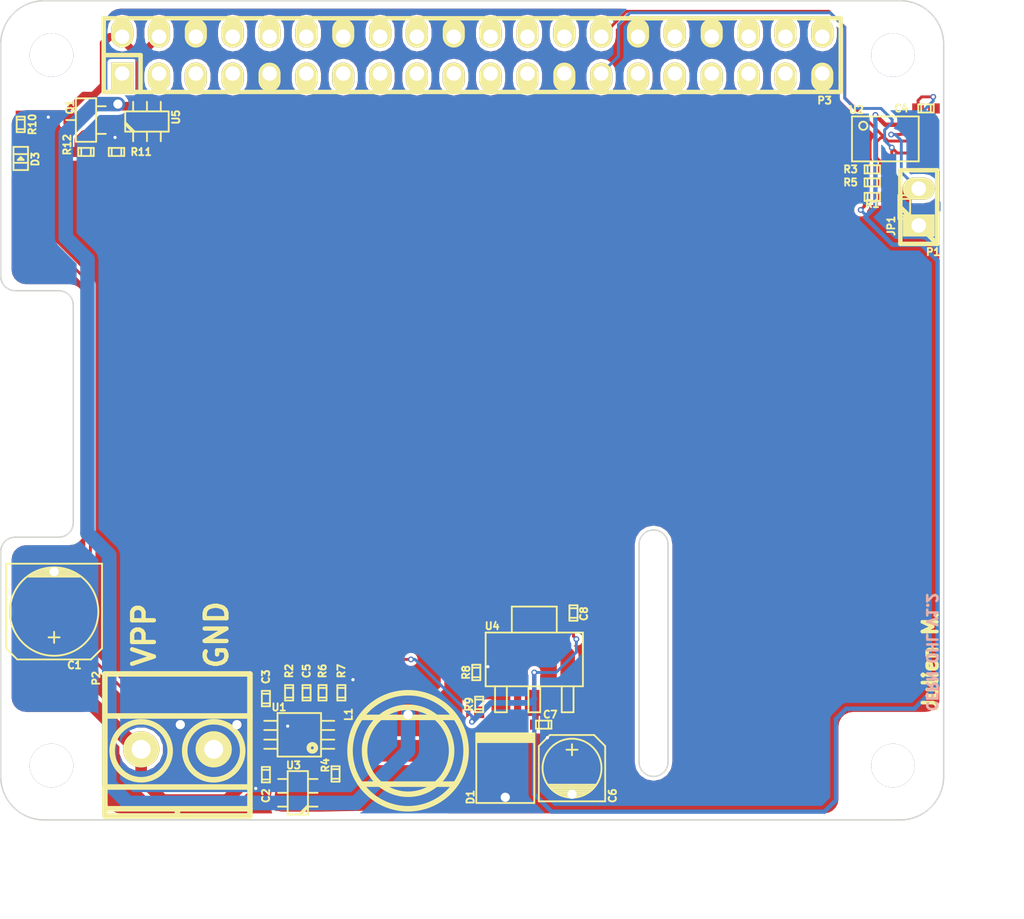
<source format=kicad_pcb>
(kicad_pcb (version 4) (host pcbnew 4.0.1-stable)

  (general
    (links 80)
    (no_connects 0)
    (area 104.1025 69.0525 177.679167 136.400001)
    (thickness 1.6)
    (drawings 28)
    (tracks 280)
    (zones 0)
    (modules 37)
    (nets 46)
  )

  (page A4)
  (title_block
    (title "Raspberry Pi Hat Template")
    (date 2015-12-24)
    (rev 0.1)
    (company OpenFet)
    (comment 1 "Author: Julien")
    (comment 2 "License: CERN OHL V1.2")
  )

  (layers
    (0 F.Cu signal)
    (31 B.Cu signal)
    (32 B.Adhes user)
    (33 F.Adhes user hide)
    (34 B.Paste user)
    (35 F.Paste user)
    (36 B.SilkS user)
    (37 F.SilkS user)
    (38 B.Mask user)
    (39 F.Mask user)
    (40 Dwgs.User user)
    (41 Cmts.User user)
    (42 Eco1.User user)
    (43 Eco2.User user)
    (44 Edge.Cuts user)
    (45 Margin user)
    (46 B.CrtYd user)
    (47 F.CrtYd user)
    (48 B.Fab user)
    (49 F.Fab user)
  )

  (setup
    (last_trace_width 0.2)
    (user_trace_width 0.1)
    (user_trace_width 0.2)
    (user_trace_width 0.3)
    (user_trace_width 0.4)
    (user_trace_width 0.5)
    (user_trace_width 0.6)
    (user_trace_width 0.8)
    (user_trace_width 1)
    (trace_clearance 0.15)
    (zone_clearance 0.23)
    (zone_45_only no)
    (trace_min 0.1)
    (segment_width 0.2)
    (edge_width 0.1)
    (via_size 0.889)
    (via_drill 0.635)
    (via_min_size 0.26)
    (via_min_drill 0.16)
    (user_via 0.4 0.22)
    (user_via 1.5 0.8)
    (uvia_size 0.508)
    (uvia_drill 0.127)
    (uvias_allowed no)
    (uvia_min_size 0.508)
    (uvia_min_drill 0.127)
    (pcb_text_width 0.3)
    (pcb_text_size 1.5 1.5)
    (mod_edge_width 0.15)
    (mod_text_size 1 1)
    (mod_text_width 0.15)
    (pad_size 1.625 1.625)
    (pad_drill 0)
    (pad_to_mask_clearance 0)
    (aux_axis_origin 0 0)
    (grid_origin 211.1 101.7)
    (visible_elements 7FFFFF7F)
    (pcbplotparams
      (layerselection 0x010f0_80000001)
      (usegerberextensions false)
      (excludeedgelayer true)
      (linewidth 0.100000)
      (plotframeref false)
      (viasonmask false)
      (mode 1)
      (useauxorigin false)
      (hpglpennumber 1)
      (hpglpenspeed 20)
      (hpglpendiameter 15)
      (hpglpenoverlay 2)
      (psnegative false)
      (psa4output false)
      (plotreference true)
      (plotvalue true)
      (plotinvisibletext false)
      (padsonsilk false)
      (subtractmaskfromsilk false)
      (outputformat 1)
      (mirror false)
      (drillshape 0)
      (scaleselection 1)
      (outputdirectory /home/mangokid/Desktop/hat_gerber/))
  )

  (net 0 "")
  (net 1 GND)
  (net 2 "/Back Power Protection/5V_MCU")
  (net 3 +3V3)
  (net 4 +24V)
  (net 5 +5V)
  (net 6 "Net-(C3-Pad2)")
  (net 7 "Net-(C5-Pad2)")
  (net 8 "Net-(D1-Pad2)")
  (net 9 "Net-(D3-Pad2)")
  (net 10 "Net-(JP1-Pad1)")
  (net 11 "Net-(P3-Pad27)")
  (net 12 "Net-(P3-Pad28)")
  (net 13 "Net-(Q1-Pad1)")
  (net 14 "Net-(R4-Pad2)")
  (net 15 "Net-(R8-Pad1)")
  (net 16 "Net-(R11-Pad1)")
  (net 17 "Net-(U1-Pad3)")
  (net 18 "Net-(U1-Pad7)")
  (net 19 "Net-(P3-Pad1)")
  (net 20 "Net-(P3-Pad3)")
  (net 21 "Net-(P3-Pad5)")
  (net 22 "Net-(P3-Pad7)")
  (net 23 "Net-(P3-Pad8)")
  (net 24 "Net-(P3-Pad10)")
  (net 25 "Net-(P3-Pad11)")
  (net 26 "Net-(P3-Pad12)")
  (net 27 "Net-(P3-Pad13)")
  (net 28 "Net-(P3-Pad15)")
  (net 29 "Net-(P3-Pad16)")
  (net 30 "Net-(P3-Pad17)")
  (net 31 "Net-(P3-Pad18)")
  (net 32 "Net-(P3-Pad19)")
  (net 33 "Net-(P3-Pad21)")
  (net 34 "Net-(P3-Pad22)")
  (net 35 "Net-(P3-Pad23)")
  (net 36 "Net-(P3-Pad24)")
  (net 37 "Net-(P3-Pad26)")
  (net 38 "Net-(P3-Pad29)")
  (net 39 "Net-(P3-Pad31)")
  (net 40 "Net-(P3-Pad32)")
  (net 41 "Net-(P3-Pad33)")
  (net 42 "Net-(P3-Pad35)")
  (net 43 "Net-(P3-Pad36)")
  (net 44 "Net-(P3-Pad37)")
  (net 45 "Net-(P3-Pad40)")

  (net_class Default "This is the default net class."
    (clearance 0.15)
    (trace_width 0.2)
    (via_dia 0.889)
    (via_drill 0.635)
    (uvia_dia 0.508)
    (uvia_drill 0.127)
    (add_net +24V)
    (add_net +3V3)
    (add_net +5V)
    (add_net "/Back Power Protection/5V_MCU")
    (add_net GND)
    (add_net "Net-(C3-Pad2)")
    (add_net "Net-(C5-Pad2)")
    (add_net "Net-(D1-Pad2)")
    (add_net "Net-(D3-Pad2)")
    (add_net "Net-(JP1-Pad1)")
    (add_net "Net-(P3-Pad1)")
    (add_net "Net-(P3-Pad10)")
    (add_net "Net-(P3-Pad11)")
    (add_net "Net-(P3-Pad12)")
    (add_net "Net-(P3-Pad13)")
    (add_net "Net-(P3-Pad15)")
    (add_net "Net-(P3-Pad16)")
    (add_net "Net-(P3-Pad17)")
    (add_net "Net-(P3-Pad18)")
    (add_net "Net-(P3-Pad19)")
    (add_net "Net-(P3-Pad21)")
    (add_net "Net-(P3-Pad22)")
    (add_net "Net-(P3-Pad23)")
    (add_net "Net-(P3-Pad24)")
    (add_net "Net-(P3-Pad26)")
    (add_net "Net-(P3-Pad27)")
    (add_net "Net-(P3-Pad28)")
    (add_net "Net-(P3-Pad29)")
    (add_net "Net-(P3-Pad3)")
    (add_net "Net-(P3-Pad31)")
    (add_net "Net-(P3-Pad32)")
    (add_net "Net-(P3-Pad33)")
    (add_net "Net-(P3-Pad35)")
    (add_net "Net-(P3-Pad36)")
    (add_net "Net-(P3-Pad37)")
    (add_net "Net-(P3-Pad40)")
    (add_net "Net-(P3-Pad5)")
    (add_net "Net-(P3-Pad7)")
    (add_net "Net-(P3-Pad8)")
    (add_net "Net-(Q1-Pad1)")
    (add_net "Net-(R11-Pad1)")
    (add_net "Net-(R4-Pad2)")
    (add_net "Net-(R8-Pad1)")
    (add_net "Net-(U1-Pad3)")
    (add_net "Net-(U1-Pad7)")
  )

  (module w_pin_strip:pin_socket_20x2 (layer F.Cu) (tedit 567B9DD9) (tstamp 5509D7DA)
    (at 137.42 74.82)
    (descr "Pin socket 20x2pin")
    (tags "CONN DEV")
    (path /54E92361)
    (fp_text reference P3 (at 24.29 3.13) (layer F.SilkS)
      (effects (font (size 0.5 0.5) (thickness 0.125)))
    )
    (fp_text value Raspberry_Pi_+_Conn (at 0 -5.08) (layer F.SilkS) hide
      (effects (font (size 0.5 0.5) (thickness 0.125)))
    )
    (fp_line (start 25.4 2.54) (end -25.4 2.54) (layer F.SilkS) (width 0.3048))
    (fp_line (start -25.4 -2.54) (end 25.4 -2.54) (layer F.SilkS) (width 0.3048))
    (fp_line (start -25.4 0) (end -22.86 0) (layer F.SilkS) (width 0.3048))
    (fp_line (start -22.86 0) (end -22.86 2.54) (layer F.SilkS) (width 0.3048))
    (fp_line (start -25.4 -2.54) (end -25.4 2.54) (layer F.SilkS) (width 0.3048))
    (fp_line (start 25.4 2.54) (end 25.4 -2.54) (layer F.SilkS) (width 0.3048))
    (pad 1 thru_hole rect (at -24.13 1.27) (size 1.524 1.99898) (drill 1.00076 (offset 0 0.24892)) (layers *.Cu *.Mask F.SilkS)
      (net 19 "Net-(P3-Pad1)"))
    (pad 2 thru_hole oval (at -24.13 -1.27) (size 1.524 1.99898) (drill 1.00076 (offset 0 -0.24892)) (layers *.Cu *.Mask F.SilkS)
      (net 2 "/Back Power Protection/5V_MCU"))
    (pad 3 thru_hole oval (at -21.59 1.27) (size 1.524 1.99898) (drill 1.00076 (offset 0 0.24892)) (layers *.Cu *.Mask F.SilkS)
      (net 20 "Net-(P3-Pad3)"))
    (pad 4 thru_hole oval (at -21.59 -1.27) (size 1.524 1.99898) (drill 1.00076 (offset 0 -0.24892)) (layers *.Cu *.Mask F.SilkS)
      (net 2 "/Back Power Protection/5V_MCU"))
    (pad 5 thru_hole oval (at -19.05 1.27) (size 1.524 1.99898) (drill 1.00076 (offset 0 0.24892)) (layers *.Cu *.Mask F.SilkS)
      (net 21 "Net-(P3-Pad5)"))
    (pad 6 thru_hole oval (at -19.05 -1.27) (size 1.524 1.99898) (drill 1.00076 (offset 0 -0.24892)) (layers *.Cu *.Mask F.SilkS)
      (net 1 GND))
    (pad 7 thru_hole oval (at -16.51 1.27) (size 1.524 1.99898) (drill 1.00076 (offset 0 0.24892)) (layers *.Cu *.Mask F.SilkS)
      (net 22 "Net-(P3-Pad7)"))
    (pad 8 thru_hole oval (at -16.51 -1.27) (size 1.524 1.99898) (drill 1.00076 (offset 0 -0.24892)) (layers *.Cu *.Mask F.SilkS)
      (net 23 "Net-(P3-Pad8)"))
    (pad 9 thru_hole oval (at -13.97 1.27) (size 1.524 1.99898) (drill 1.00076 (offset 0 0.24892)) (layers *.Cu *.Mask F.SilkS)
      (net 1 GND))
    (pad 10 thru_hole oval (at -13.97 -1.27) (size 1.524 1.99898) (drill 1.00076 (offset 0 -0.24892)) (layers *.Cu *.Mask F.SilkS)
      (net 24 "Net-(P3-Pad10)"))
    (pad 11 thru_hole oval (at -11.43 1.27) (size 1.524 1.99898) (drill 1.00076 (offset 0 0.24892)) (layers *.Cu *.Mask F.SilkS)
      (net 25 "Net-(P3-Pad11)"))
    (pad 12 thru_hole oval (at -11.43 -1.27) (size 1.524 1.99898) (drill 1.00076 (offset 0 -0.24892)) (layers *.Cu *.Mask F.SilkS)
      (net 26 "Net-(P3-Pad12)"))
    (pad 13 thru_hole oval (at -8.89 1.27) (size 1.524 1.99898) (drill 1.00076 (offset 0 0.24892)) (layers *.Cu *.Mask F.SilkS)
      (net 27 "Net-(P3-Pad13)"))
    (pad 14 thru_hole oval (at -8.89 -1.27) (size 1.524 1.99898) (drill 1.00076 (offset 0 -0.24892)) (layers *.Cu *.Mask F.SilkS)
      (net 1 GND))
    (pad 15 thru_hole oval (at -6.35 1.27) (size 1.524 1.99898) (drill 1.00076 (offset 0 0.24892)) (layers *.Cu *.Mask F.SilkS)
      (net 28 "Net-(P3-Pad15)"))
    (pad 16 thru_hole oval (at -6.35 -1.27) (size 1.524 1.99898) (drill 1.00076 (offset 0 -0.24892)) (layers *.Cu *.Mask F.SilkS)
      (net 29 "Net-(P3-Pad16)"))
    (pad 17 thru_hole oval (at -3.81 1.27) (size 1.524 1.99898) (drill 1.00076 (offset 0 0.24892)) (layers *.Cu *.Mask F.SilkS)
      (net 30 "Net-(P3-Pad17)"))
    (pad 18 thru_hole oval (at -3.81 -1.27) (size 1.524 1.99898) (drill 1.00076 (offset 0 -0.24892)) (layers *.Cu *.Mask F.SilkS)
      (net 31 "Net-(P3-Pad18)"))
    (pad 19 thru_hole oval (at -1.27 1.27) (size 1.524 1.99898) (drill 1.00076 (offset 0 0.24892)) (layers *.Cu *.Mask F.SilkS)
      (net 32 "Net-(P3-Pad19)"))
    (pad 20 thru_hole oval (at -1.27 -1.27) (size 1.524 1.99898) (drill 1.00076 (offset 0 -0.24892)) (layers *.Cu *.Mask F.SilkS)
      (net 1 GND))
    (pad 21 thru_hole oval (at 1.27 1.27) (size 1.524 1.99898) (drill 1.00076 (offset 0 0.24892)) (layers *.Cu *.Mask F.SilkS)
      (net 33 "Net-(P3-Pad21)"))
    (pad 22 thru_hole oval (at 1.27 -1.27) (size 1.524 1.99898) (drill 1.00076 (offset 0 -0.24892)) (layers *.Cu *.Mask F.SilkS)
      (net 34 "Net-(P3-Pad22)"))
    (pad 23 thru_hole oval (at 3.81 1.27) (size 1.524 1.99898) (drill 1.00076 (offset 0 0.24892)) (layers *.Cu *.Mask F.SilkS)
      (net 35 "Net-(P3-Pad23)"))
    (pad 24 thru_hole oval (at 3.81 -1.27) (size 1.524 1.99898) (drill 1.00076 (offset 0 -0.24892)) (layers *.Cu *.Mask F.SilkS)
      (net 36 "Net-(P3-Pad24)"))
    (pad 25 thru_hole oval (at 6.35 1.27) (size 1.524 1.99898) (drill 1.00076 (offset 0 0.24892)) (layers *.Cu *.Mask F.SilkS)
      (net 1 GND))
    (pad 26 thru_hole oval (at 6.35 -1.27) (size 1.524 1.99898) (drill 1.00076 (offset 0 -0.24892)) (layers *.Cu *.Mask F.SilkS)
      (net 37 "Net-(P3-Pad26)"))
    (pad 27 thru_hole oval (at 8.89 1.27) (size 1.524 1.99898) (drill 1.00076 (offset 0 0.24892)) (layers *.Cu *.Mask F.SilkS)
      (net 11 "Net-(P3-Pad27)"))
    (pad 28 thru_hole oval (at 8.89 -1.27) (size 1.524 1.99898) (drill 1.00076 (offset 0 -0.24892)) (layers *.Cu *.Mask F.SilkS)
      (net 12 "Net-(P3-Pad28)"))
    (pad 29 thru_hole oval (at 11.43 1.27) (size 1.524 1.99898) (drill 1.00076 (offset 0 0.24892)) (layers *.Cu *.Mask F.SilkS)
      (net 38 "Net-(P3-Pad29)"))
    (pad 30 thru_hole oval (at 11.43 -1.27) (size 1.524 1.99898) (drill 1.00076 (offset 0 -0.24892)) (layers *.Cu *.Mask F.SilkS)
      (net 1 GND))
    (pad 31 thru_hole oval (at 13.97 1.27) (size 1.524 1.99898) (drill 1.00076 (offset 0 0.24892)) (layers *.Cu *.Mask F.SilkS)
      (net 39 "Net-(P3-Pad31)"))
    (pad 32 thru_hole oval (at 13.97 -1.27) (size 1.524 1.99898) (drill 1.00076 (offset 0 -0.24892)) (layers *.Cu *.Mask F.SilkS)
      (net 40 "Net-(P3-Pad32)"))
    (pad 33 thru_hole oval (at 16.51 1.27) (size 1.524 1.99898) (drill 1.00076 (offset 0 0.24892)) (layers *.Cu *.Mask F.SilkS)
      (net 41 "Net-(P3-Pad33)"))
    (pad 34 thru_hole oval (at 16.51 -1.27) (size 1.524 1.99898) (drill 1.00076 (offset 0 -0.24892)) (layers *.Cu *.Mask F.SilkS)
      (net 1 GND))
    (pad 35 thru_hole oval (at 19.05 1.27) (size 1.524 1.99898) (drill 1.00076 (offset 0 0.24892)) (layers *.Cu *.Mask F.SilkS)
      (net 42 "Net-(P3-Pad35)"))
    (pad 36 thru_hole oval (at 19.05 -1.27) (size 1.524 1.99898) (drill 1.00076 (offset 0 -0.24892)) (layers *.Cu *.Mask F.SilkS)
      (net 43 "Net-(P3-Pad36)"))
    (pad 37 thru_hole oval (at 21.59 1.27) (size 1.524 1.99898) (drill 1.00076 (offset 0 0.24892)) (layers *.Cu *.Mask F.SilkS)
      (net 44 "Net-(P3-Pad37)"))
    (pad 38 thru_hole oval (at 21.59 -1.27) (size 1.524 1.99898) (drill 1.00076 (offset 0 -0.24892)) (layers *.Cu *.Mask F.SilkS))
    (pad 39 thru_hole oval (at 24.13 1.27) (size 1.524 1.99898) (drill 1.00076 (offset 0 0.24892)) (layers *.Cu *.Mask F.SilkS)
      (net 1 GND))
    (pad 40 thru_hole oval (at 24.13 -1.27) (size 1.524 1.99898) (drill 1.00076 (offset 0 -0.24892)) (layers *.Cu *.Mask F.SilkS)
      (net 45 "Net-(P3-Pad40)"))
    (model walter/pin_strip/pin_socket_20x2.wrl
      (at (xyz 0 0 0))
      (scale (xyz 1 1 1))
      (rotate (xyz 0 0 0))
    )
  )

  (module Mounting_Holes:MountingHole_3mm locked (layer F.Cu) (tedit 5509CE9A) (tstamp 5509D3BE)
    (at 166.42 74.82)
    (descr "Mounting hole, Befestigungsbohrung, 3mm, No Annular, Kein Restring,")
    (tags "Mounting hole, Befestigungsbohrung, 3mm, No Annular, Kein Restring,")
    (fp_text reference REF** (at 0 -4.0005) (layer F.SilkS) hide
      (effects (font (size 0.5 0.5) (thickness 0.125)))
    )
    (fp_text value MountingHole_3mm (at 1.00076 5.00126) (layer F.Fab) hide
      (effects (font (size 0.5 0.5) (thickness 0.125)))
    )
    (fp_circle (center 0 0) (end 2.99974 0) (layer Cmts.User) (width 0.381))
    (pad 1 thru_hole circle (at 0 0) (size 2.99974 2.99974) (drill 2.99974) (layers))
  )

  (module Mounting_Holes:MountingHole_3mm locked (layer F.Cu) (tedit 5509CEA9) (tstamp 5509D3C4)
    (at 166.42 123.82)
    (descr "Mounting hole, Befestigungsbohrung, 3mm, No Annular, Kein Restring,")
    (tags "Mounting hole, Befestigungsbohrung, 3mm, No Annular, Kein Restring,")
    (fp_text reference REF** (at 0 -4.0005) (layer F.SilkS) hide
      (effects (font (size 0.5 0.5) (thickness 0.125)))
    )
    (fp_text value MountingHole_3mm (at 1.00076 5.00126) (layer F.Fab) hide
      (effects (font (size 0.5 0.5) (thickness 0.125)))
    )
    (fp_circle (center 0 0) (end 2.99974 0) (layer Cmts.User) (width 0.381))
    (pad 1 thru_hole circle (at 0 0) (size 2.99974 2.99974) (drill 2.99974) (layers))
  )

  (module Mounting_Holes:MountingHole_3mm locked (layer F.Cu) (tedit 5509CEA3) (tstamp 5509D3C2)
    (at 108.42 123.82)
    (descr "Mounting hole, Befestigungsbohrung, 3mm, No Annular, Kein Restring,")
    (tags "Mounting hole, Befestigungsbohrung, 3mm, No Annular, Kein Restring,")
    (fp_text reference REF** (at 0 -4.0005) (layer F.SilkS) hide
      (effects (font (size 0.5 0.5) (thickness 0.125)))
    )
    (fp_text value MountingHole_3mm (at 1.00076 5.00126) (layer F.Fab) hide
      (effects (font (size 0.5 0.5) (thickness 0.125)))
    )
    (fp_circle (center 0 0) (end 2.99974 0) (layer Cmts.User) (width 0.381))
    (pad 1 thru_hole circle (at 0 0) (size 2.99974 2.99974) (drill 2.99974) (layers))
  )

  (module Mounting_Holes:MountingHole_3mm locked (layer F.Cu) (tedit 5509CE9D) (tstamp 5509D3C0)
    (at 108.42 74.82)
    (descr "Mounting hole, Befestigungsbohrung, 3mm, No Annular, Kein Restring,")
    (tags "Mounting hole, Befestigungsbohrung, 3mm, No Annular, Kein Restring,")
    (fp_text reference REF** (at 0 -4.0005) (layer F.SilkS) hide
      (effects (font (size 0.5 0.5) (thickness 0.125)))
    )
    (fp_text value MountingHole_3mm (at 1.00076 5.00126) (layer F.Fab) hide
      (effects (font (size 0.5 0.5) (thickness 0.125)))
    )
    (fp_circle (center 0 0) (end 2.99974 0) (layer Cmts.User) (width 0.381))
    (pad 1 thru_hole circle (at 0 0) (size 2.99974 2.99974) (drill 2.99974) (layers))
  )

  (module w_smd_cap:c_elec_6.3x7.7 (layer F.Cu) (tedit 0) (tstamp 567BAADB)
    (at 108.6 113.2 270)
    (descr "SMT capacitor, aluminium electrolytic, 6.3x7.7")
    (path /54E990D4)
    (fp_text reference C1 (at 3.7 -1.4 360) (layer F.SilkS)
      (effects (font (size 0.5 0.5) (thickness 0.125)))
    )
    (fp_text value 50uf/50v (at 0 3.81 270) (layer F.SilkS) hide
      (effects (font (size 0.5 0.5) (thickness 0.125)))
    )
    (fp_line (start -2.921 -0.762) (end -2.921 0.762) (layer F.SilkS) (width 0.127))
    (fp_line (start -2.794 1.143) (end -2.794 -1.143) (layer F.SilkS) (width 0.127))
    (fp_line (start -2.667 -1.397) (end -2.667 1.397) (layer F.SilkS) (width 0.127))
    (fp_line (start -2.54 1.651) (end -2.54 -1.651) (layer F.SilkS) (width 0.127))
    (fp_line (start -2.413 -1.778) (end -2.413 1.778) (layer F.SilkS) (width 0.127))
    (fp_circle (center 0 0) (end -3.048 0) (layer F.SilkS) (width 0.127))
    (fp_line (start -3.302 -3.302) (end -3.302 3.302) (layer F.SilkS) (width 0.127))
    (fp_line (start -3.302 3.302) (end 2.54 3.302) (layer F.SilkS) (width 0.127))
    (fp_line (start 2.54 3.302) (end 3.302 2.54) (layer F.SilkS) (width 0.127))
    (fp_line (start 3.302 2.54) (end 3.302 -2.54) (layer F.SilkS) (width 0.127))
    (fp_line (start 3.302 -2.54) (end 2.54 -3.302) (layer F.SilkS) (width 0.127))
    (fp_line (start 2.54 -3.302) (end -3.302 -3.302) (layer F.SilkS) (width 0.127))
    (fp_line (start 2.159 0) (end 1.397 0) (layer F.SilkS) (width 0.127))
    (fp_line (start 1.778 -0.381) (end 1.778 0.381) (layer F.SilkS) (width 0.127))
    (pad 1 smd rect (at 2.75082 0 270) (size 3.59918 1.6002) (layers F.Cu F.Paste F.Mask)
      (net 4 +24V))
    (pad 2 smd rect (at -2.75082 0 270) (size 3.59918 1.6002) (layers F.Cu F.Paste F.Mask)
      (net 1 GND))
    (model walter/smd_cap/c_elec_6_3x7_7.wrl
      (at (xyz 0 0 0))
      (scale (xyz 1 1 1))
      (rotate (xyz 0 0 0))
    )
  )

  (module w_smd_cap:c_0402 (layer F.Cu) (tedit 0) (tstamp 567BAAE7)
    (at 123.2 124.44864 90)
    (descr "SMT capacitor, 0402")
    (path /54E98A38)
    (fp_text reference C2 (at -1.45136 0 90) (layer F.SilkS)
      (effects (font (size 0.5 0.5) (thickness 0.125)))
    )
    (fp_text value 0.1uf (at 0 0.4826 90) (layer F.SilkS) hide
      (effects (font (size 0.5 0.5) (thickness 0.125)))
    )
    (fp_line (start 0.3302 -0.2794) (end 0.3302 0.2794) (layer F.SilkS) (width 0.127))
    (fp_line (start -0.3302 -0.2794) (end -0.3302 0.2794) (layer F.SilkS) (width 0.127))
    (fp_line (start -0.5334 -0.2794) (end -0.5334 0.2794) (layer F.SilkS) (width 0.127))
    (fp_line (start -0.5334 0.2794) (end 0.5334 0.2794) (layer F.SilkS) (width 0.127))
    (fp_line (start 0.5334 0.2794) (end 0.5334 -0.2794) (layer F.SilkS) (width 0.127))
    (fp_line (start 0.5334 -0.2794) (end -0.5334 -0.2794) (layer F.SilkS) (width 0.127))
    (pad 1 smd rect (at 0.54864 0 90) (size 0.8001 0.6985) (layers F.Cu F.Paste F.Mask)
      (net 4 +24V))
    (pad 2 smd rect (at -0.54864 0 90) (size 0.8001 0.6985) (layers F.Cu F.Paste F.Mask)
      (net 1 GND))
    (model walter/smd_cap/c_0402.wrl
      (at (xyz 0 0 0))
      (scale (xyz 1 1 1))
      (rotate (xyz 0 0 0))
    )
  )

  (module w_smd_cap:c_0402 (layer F.Cu) (tedit 0) (tstamp 567BAAF3)
    (at 123.2 119.2 90)
    (descr "SMT capacitor, 0402")
    (path /54E992BB)
    (fp_text reference C3 (at 1.5 0 90) (layer F.SilkS)
      (effects (font (size 0.5 0.5) (thickness 0.125)))
    )
    (fp_text value 1nf (at 0 0.4826 90) (layer F.SilkS) hide
      (effects (font (size 0.5 0.5) (thickness 0.125)))
    )
    (fp_line (start 0.3302 -0.2794) (end 0.3302 0.2794) (layer F.SilkS) (width 0.127))
    (fp_line (start -0.3302 -0.2794) (end -0.3302 0.2794) (layer F.SilkS) (width 0.127))
    (fp_line (start -0.5334 -0.2794) (end -0.5334 0.2794) (layer F.SilkS) (width 0.127))
    (fp_line (start -0.5334 0.2794) (end 0.5334 0.2794) (layer F.SilkS) (width 0.127))
    (fp_line (start 0.5334 0.2794) (end 0.5334 -0.2794) (layer F.SilkS) (width 0.127))
    (fp_line (start 0.5334 -0.2794) (end -0.5334 -0.2794) (layer F.SilkS) (width 0.127))
    (pad 1 smd rect (at 0.54864 0 90) (size 0.8001 0.6985) (layers F.Cu F.Paste F.Mask)
      (net 4 +24V))
    (pad 2 smd rect (at -0.54864 0 90) (size 0.8001 0.6985) (layers F.Cu F.Paste F.Mask)
      (net 6 "Net-(C3-Pad2)"))
    (model walter/smd_cap/c_0402.wrl
      (at (xyz 0 0 0))
      (scale (xyz 1 1 1))
      (rotate (xyz 0 0 0))
    )
  )

  (module w_smd_cap:c_0402 (layer F.Cu) (tedit 0) (tstamp 567BAAFF)
    (at 168.7 78.5)
    (descr "SMT capacitor, 0402")
    (path /551D5AC8)
    (fp_text reference C4 (at -1.7 0) (layer F.SilkS)
      (effects (font (size 0.5 0.5) (thickness 0.125)))
    )
    (fp_text value 0.1uf (at 0 0.4826) (layer F.SilkS) hide
      (effects (font (size 0.5 0.5) (thickness 0.125)))
    )
    (fp_line (start 0.3302 -0.2794) (end 0.3302 0.2794) (layer F.SilkS) (width 0.127))
    (fp_line (start -0.3302 -0.2794) (end -0.3302 0.2794) (layer F.SilkS) (width 0.127))
    (fp_line (start -0.5334 -0.2794) (end -0.5334 0.2794) (layer F.SilkS) (width 0.127))
    (fp_line (start -0.5334 0.2794) (end 0.5334 0.2794) (layer F.SilkS) (width 0.127))
    (fp_line (start 0.5334 0.2794) (end 0.5334 -0.2794) (layer F.SilkS) (width 0.127))
    (fp_line (start 0.5334 -0.2794) (end -0.5334 -0.2794) (layer F.SilkS) (width 0.127))
    (pad 1 smd rect (at 0.54864 0) (size 0.8001 0.6985) (layers F.Cu F.Paste F.Mask)
      (net 3 +3V3))
    (pad 2 smd rect (at -0.54864 0) (size 0.8001 0.6985) (layers F.Cu F.Paste F.Mask)
      (net 1 GND))
    (model walter/smd_cap/c_0402.wrl
      (at (xyz 0 0 0))
      (scale (xyz 1 1 1))
      (rotate (xyz 0 0 0))
    )
  )

  (module w_smd_cap:c_0402 (layer F.Cu) (tedit 0) (tstamp 567BAB0B)
    (at 126 118.8 90)
    (descr "SMT capacitor, 0402")
    (path /54EE7CB1)
    (fp_text reference C5 (at 1.5 0 90) (layer F.SilkS)
      (effects (font (size 0.5 0.5) (thickness 0.125)))
    )
    (fp_text value 0.1uf (at 0 0.4826 90) (layer F.SilkS) hide
      (effects (font (size 0.5 0.5) (thickness 0.125)))
    )
    (fp_line (start 0.3302 -0.2794) (end 0.3302 0.2794) (layer F.SilkS) (width 0.127))
    (fp_line (start -0.3302 -0.2794) (end -0.3302 0.2794) (layer F.SilkS) (width 0.127))
    (fp_line (start -0.5334 -0.2794) (end -0.5334 0.2794) (layer F.SilkS) (width 0.127))
    (fp_line (start -0.5334 0.2794) (end 0.5334 0.2794) (layer F.SilkS) (width 0.127))
    (fp_line (start 0.5334 0.2794) (end 0.5334 -0.2794) (layer F.SilkS) (width 0.127))
    (fp_line (start 0.5334 -0.2794) (end -0.5334 -0.2794) (layer F.SilkS) (width 0.127))
    (pad 1 smd rect (at 0.54864 0 90) (size 0.8001 0.6985) (layers F.Cu F.Paste F.Mask)
      (net 5 +5V))
    (pad 2 smd rect (at -0.54864 0 90) (size 0.8001 0.6985) (layers F.Cu F.Paste F.Mask)
      (net 7 "Net-(C5-Pad2)"))
    (model walter/smd_cap/c_0402.wrl
      (at (xyz 0 0 0))
      (scale (xyz 1 1 1))
      (rotate (xyz 0 0 0))
    )
  )

  (module w_smd_cap:c_elec_4x5.3 (layer F.Cu) (tedit 0) (tstamp 567BAB22)
    (at 144.3 124 90)
    (descr "SMT capacitor, aluminium electrolytic, 4x5.3")
    (path /54F356B7)
    (fp_text reference C6 (at -1.9 2.8 90) (layer F.SilkS)
      (effects (font (size 0.5 0.5) (thickness 0.125)))
    )
    (fp_text value 10uf/6.3V (at 0 2.794 90) (layer F.SilkS) hide
      (effects (font (size 0.5 0.5) (thickness 0.125)))
    )
    (fp_line (start 1.651 0) (end 0.889 0) (layer F.SilkS) (width 0.127))
    (fp_line (start 1.27 -0.381) (end 1.27 0.381) (layer F.SilkS) (width 0.127))
    (fp_line (start 1.524 2.286) (end -2.286 2.286) (layer F.SilkS) (width 0.127))
    (fp_line (start 2.286 -1.524) (end 2.286 1.524) (layer F.SilkS) (width 0.127))
    (fp_line (start 1.524 2.286) (end 2.286 1.524) (layer F.SilkS) (width 0.127))
    (fp_line (start 1.524 -2.286) (end -2.286 -2.286) (layer F.SilkS) (width 0.127))
    (fp_line (start 1.524 -2.286) (end 2.286 -1.524) (layer F.SilkS) (width 0.127))
    (fp_line (start -2.032 0.127) (end -2.032 -0.127) (layer F.SilkS) (width 0.127))
    (fp_line (start -1.905 -0.635) (end -1.905 0.635) (layer F.SilkS) (width 0.127))
    (fp_line (start -1.778 0.889) (end -1.778 -0.889) (layer F.SilkS) (width 0.127))
    (fp_line (start -1.651 1.143) (end -1.651 -1.143) (layer F.SilkS) (width 0.127))
    (fp_line (start -1.524 -1.27) (end -1.524 1.27) (layer F.SilkS) (width 0.127))
    (fp_line (start -1.397 1.397) (end -1.397 -1.397) (layer F.SilkS) (width 0.127))
    (fp_line (start -1.27 -1.524) (end -1.27 1.524) (layer F.SilkS) (width 0.127))
    (fp_line (start -1.143 -1.651) (end -1.143 1.651) (layer F.SilkS) (width 0.127))
    (fp_circle (center 0 0) (end -2.032 0) (layer F.SilkS) (width 0.127))
    (fp_line (start -2.286 -2.286) (end -2.286 2.286) (layer F.SilkS) (width 0.127))
    (pad 1 smd rect (at 1.80086 0 90) (size 2.60096 1.6002) (layers F.Cu F.Paste F.Mask)
      (net 5 +5V))
    (pad 2 smd rect (at -1.80086 0 90) (size 2.60096 1.6002) (layers F.Cu F.Paste F.Mask)
      (net 1 GND))
    (model walter/smd_cap/c_elec_4x5_3.wrl
      (at (xyz 0 0 0))
      (scale (xyz 1 1 1))
      (rotate (xyz 0 0 0))
    )
  )

  (module w_smd_cap:c_0402 (layer F.Cu) (tedit 0) (tstamp 567BAB2E)
    (at 142.34864 121 180)
    (descr "SMT capacitor, 0402")
    (path /54EE8291)
    (fp_text reference C7 (at -0.45136 0.7 180) (layer F.SilkS)
      (effects (font (size 0.5 0.5) (thickness 0.125)))
    )
    (fp_text value 0.1uf (at 0 0.4826 180) (layer F.SilkS) hide
      (effects (font (size 0.5 0.5) (thickness 0.125)))
    )
    (fp_line (start 0.3302 -0.2794) (end 0.3302 0.2794) (layer F.SilkS) (width 0.127))
    (fp_line (start -0.3302 -0.2794) (end -0.3302 0.2794) (layer F.SilkS) (width 0.127))
    (fp_line (start -0.5334 -0.2794) (end -0.5334 0.2794) (layer F.SilkS) (width 0.127))
    (fp_line (start -0.5334 0.2794) (end 0.5334 0.2794) (layer F.SilkS) (width 0.127))
    (fp_line (start 0.5334 0.2794) (end 0.5334 -0.2794) (layer F.SilkS) (width 0.127))
    (fp_line (start 0.5334 -0.2794) (end -0.5334 -0.2794) (layer F.SilkS) (width 0.127))
    (pad 1 smd rect (at 0.54864 0 180) (size 0.8001 0.6985) (layers F.Cu F.Paste F.Mask)
      (net 3 +3V3))
    (pad 2 smd rect (at -0.54864 0 180) (size 0.8001 0.6985) (layers F.Cu F.Paste F.Mask)
      (net 1 GND))
    (model walter/smd_cap/c_0402.wrl
      (at (xyz 0 0 0))
      (scale (xyz 1 1 1))
      (rotate (xyz 0 0 0))
    )
  )

  (module w_smd_diode:do214aa (layer F.Cu) (tedit 0) (tstamp 567BAB55)
    (at 139.7 124 90)
    (descr DO214AA)
    (path /54E9A29D)
    (fp_text reference D1 (at -2 -2.4 90) (layer F.SilkS)
      (effects (font (size 0.5 0.5) (thickness 0.125)))
    )
    (fp_text value DIODESCH (at 0 2.49936 90) (layer F.SilkS) hide
      (effects (font (size 0.5 0.5) (thickness 0.125)))
    )
    (fp_line (start 2.30124 -1.99898) (end 2.30124 1.99898) (layer F.SilkS) (width 0.127))
    (fp_line (start 2.19964 1.99898) (end 2.19964 -1.99898) (layer F.SilkS) (width 0.127))
    (fp_line (start 2.10058 -1.99898) (end 2.10058 1.99898) (layer F.SilkS) (width 0.127))
    (fp_line (start 1.99898 1.99898) (end 1.99898 -1.99898) (layer F.SilkS) (width 0.127))
    (fp_line (start 1.89992 -1.99898) (end 1.89992 1.99898) (layer F.SilkS) (width 0.127))
    (fp_line (start 1.80086 -1.99898) (end 1.80086 1.99898) (layer F.SilkS) (width 0.127))
    (fp_line (start 2.4003 -1.99898) (end 2.4003 1.99898) (layer F.SilkS) (width 0.127))
    (fp_line (start 2.4003 1.99898) (end -2.4003 1.99898) (layer F.SilkS) (width 0.127))
    (fp_line (start -2.4003 1.99898) (end -2.4003 -1.99898) (layer F.SilkS) (width 0.127))
    (fp_line (start -2.4003 -1.99898) (end 2.4003 -1.99898) (layer F.SilkS) (width 0.127))
    (pad 2 smd rect (at 2.00914 0 90) (size 1.99898 2.30124) (layers F.Cu F.Paste F.Mask)
      (net 8 "Net-(D1-Pad2)"))
    (pad 1 smd rect (at -2.00914 0 90) (size 1.99898 2.30124) (layers F.Cu F.Paste F.Mask)
      (net 1 GND))
    (model walter/smd_diode/do214aa.wrl
      (at (xyz 0 0 0))
      (scale (xyz 1 1 1))
      (rotate (xyz 0 0 0))
    )
  )

  (module w_smd_leds:Led_0603 (layer F.Cu) (tedit 567BA339) (tstamp 567BAB72)
    (at 106.3 81.9493 90)
    (descr "SMD LED, 0603")
    (path /54F3E98A)
    (fp_text reference D3 (at -0.0507 1 90) (layer F.SilkS)
      (effects (font (size 0.5 0.5) (thickness 0.125)))
    )
    (fp_text value LED (at 0 1.19888 90) (layer F.SilkS) hide
      (effects (font (size 0.5 0.5) (thickness 0.125)))
    )
    (fp_line (start 0.29972 0.50038) (end 0.29972 -0.50038) (layer F.SilkS) (width 0.127))
    (fp_line (start -0.29972 -0.50038) (end -0.29972 0.50038) (layer F.SilkS) (width 0.127))
    (fp_line (start 0 0.09906) (end 0 -0.09906) (layer F.SilkS) (width 0.127))
    (fp_line (start -0.09906 -0.20066) (end -0.09906 0.20066) (layer F.SilkS) (width 0.127))
    (fp_line (start -0.09906 0.20066) (end 0.09906 0) (layer F.SilkS) (width 0.127))
    (fp_line (start 0.09906 0) (end -0.09906 -0.20066) (layer F.SilkS) (width 0.127))
    (fp_line (start -0.8001 -0.50038) (end 0.8001 -0.50038) (layer F.SilkS) (width 0.127))
    (fp_line (start 0.8001 -0.50038) (end 0.8001 0.50038) (layer F.SilkS) (width 0.127))
    (fp_line (start 0.8001 0.50038) (end -0.8001 0.50038) (layer F.SilkS) (width 0.127))
    (fp_line (start -0.8001 0.50038) (end -0.8001 -0.50038) (layer F.SilkS) (width 0.127))
    (pad 1 smd rect (at -0.7493 0 90) (size 0.79756 0.79756) (layers F.Cu F.Paste F.Mask)
      (net 3 +3V3))
    (pad 2 smd rect (at 0.7493 0 90) (size 0.79756 0.79756) (layers F.Cu F.Paste F.Mask)
      (net 9 "Net-(D3-Pad2)"))
    (model walter/smd_leds/led_0603.wrl
      (at (xyz 0 0 0))
      (scale (xyz 1 1 1))
      (rotate (xyz 0 0 0))
    )
  )

  (module w_smd_resistors:r_0603 (layer F.Cu) (tedit 0) (tstamp 567BAB7E)
    (at 167.2 85.3 90)
    (descr "SMT resistor, 0603")
    (path /54E9499A)
    (fp_text reference JP1 (at -1.3 -0.9 90) (layer F.SilkS)
      (effects (font (size 0.5 0.5) (thickness 0.125)))
    )
    (fp_text value JUMPER (at 0 0.6096 90) (layer F.SilkS) hide
      (effects (font (size 0.5 0.5) (thickness 0.125)))
    )
    (fp_line (start 0.5588 0.4064) (end 0.5588 -0.4064) (layer F.SilkS) (width 0.127))
    (fp_line (start -0.5588 -0.381) (end -0.5588 0.4064) (layer F.SilkS) (width 0.127))
    (fp_line (start -0.8128 -0.4064) (end 0.8128 -0.4064) (layer F.SilkS) (width 0.127))
    (fp_line (start 0.8128 -0.4064) (end 0.8128 0.4064) (layer F.SilkS) (width 0.127))
    (fp_line (start 0.8128 0.4064) (end -0.8128 0.4064) (layer F.SilkS) (width 0.127))
    (fp_line (start -0.8128 0.4064) (end -0.8128 -0.4064) (layer F.SilkS) (width 0.127))
    (pad 1 smd rect (at 0.75184 0 90) (size 0.89916 1.00076) (layers F.Cu F.Paste F.Mask)
      (net 10 "Net-(JP1-Pad1)"))
    (pad 2 smd rect (at -0.75184 0 90) (size 0.89916 1.00076) (layers F.Cu F.Paste F.Mask)
      (net 1 GND))
    (model walter/smd_resistors/r_0603.wrl
      (at (xyz 0 0 0))
      (scale (xyz 1 1 1))
      (rotate (xyz 0 0 0))
    )
  )

  (module w_smd_inductors:inductor_smd_8x5mm (layer F.Cu) (tedit 567B9F50) (tstamp 567BAB88)
    (at 133 122.8 90)
    (descr "Inductor SMD, d.8mm x h.5mm")
    (path /54E9A542)
    (fp_text reference L1 (at 2.5 -4.1 90) (layer F.SilkS)
      (effects (font (size 0.5 0.5) (thickness 0.125)))
    )
    (fp_text value 22uH (at 0 5.4991 90) (layer F.SilkS) hide
      (effects (font (thickness 0.3048)))
    )
    (fp_circle (center 0 0) (end -2.99974 0) (layer F.SilkS) (width 0.381))
    (fp_line (start 2.30124 3.2004) (end 2.30124 -3.2004) (layer F.SilkS) (width 0.381))
    (fp_line (start -2.30124 -3.2004) (end -2.30124 3.2004) (layer F.SilkS) (width 0.381))
    (fp_circle (center 0 0) (end -4.0005 0) (layer F.SilkS) (width 0.381))
    (pad 1 smd rect (at -2.49936 0 90) (size 2.9972 7.49808) (layers F.Cu F.Paste F.Mask)
      (net 8 "Net-(D1-Pad2)"))
    (pad 2 smd rect (at 2.49936 0 90) (size 2.9972 7.49808) (layers F.Cu F.Paste F.Mask)
      (net 5 +5V))
    (model walter/smd_inductors/inductor_smd_8x5mm.wrl
      (at (xyz 0 0 0))
      (scale (xyz 1 1 1))
      (rotate (xyz 0 0 0))
    )
  )

  (module w_pin_strip:pin_strip_2 (layer F.Cu) (tedit 0) (tstamp 567BAB93)
    (at 168.2 85.3 90)
    (descr "Pin strip 2pin")
    (tags "CONN DEV")
    (path /54E93748)
    (fp_text reference P1 (at -3.1 1 180) (layer F.SilkS)
      (effects (font (size 0.5 0.5) (thickness 0.125)))
    )
    (fp_text value CONN_01X02 (at 0.254 -3.556 90) (layer F.SilkS) hide
      (effects (font (size 0.5 0.5) (thickness 0.125)))
    )
    (fp_line (start -2.54 1.27) (end 0 -1.27) (layer F.SilkS) (width 0.3048))
    (fp_line (start 2.54 1.27) (end -2.54 1.27) (layer F.SilkS) (width 0.3048))
    (fp_line (start -2.54 -1.27) (end 2.54 -1.27) (layer F.SilkS) (width 0.3048))
    (fp_line (start -2.54 1.27) (end -2.54 -1.27) (layer F.SilkS) (width 0.3048))
    (fp_line (start 2.54 -1.27) (end 2.54 1.27) (layer F.SilkS) (width 0.3048))
    (pad 1 thru_hole rect (at -1.27 0 90) (size 1.524 2.19964) (drill 1.00076) (layers *.Cu *.Mask F.SilkS)
      (net 1 GND))
    (pad 2 thru_hole oval (at 1.27 0 90) (size 1.524 2.19964) (drill 1.00076) (layers *.Cu *.Mask F.SilkS)
      (net 10 "Net-(JP1-Pad1)"))
    (model walter/pin_strip/pin_strip_2.wrl
      (at (xyz 0 0 0))
      (scale (xyz 1 1 1))
      (rotate (xyz 0 0 0))
    )
  )

  (module w_conn_mkds:mkds_1,5-2 (layer F.Cu) (tedit 567BA183) (tstamp 567BABA3)
    (at 117.1 122.7)
    (descr "2-way 5mm pitch terminal block, Phoenix MKDS series")
    (path /54F65B78)
    (fp_text reference P2 (at -5.6 -4.9 90) (layer F.SilkS)
      (effects (font (size 0.5 0.5) (thickness 0.125)))
    )
    (fp_text value CONN_01X02 (at 0 5.9) (layer F.SilkS) hide
      (effects (font (size 0.5 0.5) (thickness 0.125)))
    )
    (fp_line (start 0 4.1) (end 0 4.6) (layer F.SilkS) (width 0.381))
    (fp_circle (center 2.5 0.1) (end 0.5 0.1) (layer F.SilkS) (width 0.381))
    (fp_circle (center -2.5 0.1) (end -0.5 0.1) (layer F.SilkS) (width 0.381))
    (fp_line (start -5 2.6) (end 5 2.6) (layer F.SilkS) (width 0.381))
    (fp_line (start -5 -2.3) (end 5 -2.3) (layer F.SilkS) (width 0.381))
    (fp_line (start -5 4.1) (end 5 4.1) (layer F.SilkS) (width 0.381))
    (fp_line (start -5 4.6) (end 5 4.6) (layer F.SilkS) (width 0.381))
    (fp_line (start 5 4.6) (end 5 -5.2) (layer F.SilkS) (width 0.381))
    (fp_line (start 5 -5.2) (end -5 -5.2) (layer F.SilkS) (width 0.381))
    (fp_line (start -5 -5.2) (end -5 4.6) (layer F.SilkS) (width 0.381))
    (pad 1 thru_hole circle (at -2.5 0) (size 2.5 2.5) (drill 1.3) (layers *.Cu *.Mask F.SilkS)
      (net 4 +24V))
    (pad 2 thru_hole circle (at 2.5 0) (size 2.5 2.5) (drill 1.3) (layers *.Cu *.Mask F.SilkS)
      (net 1 GND))
    (model walter/conn_mkds/mkds_1,5-2.wrl
      (at (xyz 0 0 0))
      (scale (xyz 1 1 1))
      (rotate (xyz 0 0 0))
    )
  )

  (module w_smd_trans:sot23 (layer F.Cu) (tedit 0) (tstamp 567BABE4)
    (at 110.8 79.3 90)
    (descr SOT23)
    (path /54F145DC/54F14605)
    (fp_text reference Q1 (at 0.9 -1.1 90) (layer F.SilkS)
      (effects (font (size 0.5 0.5) (thickness 0.125)))
    )
    (fp_text value BSS138 (at 0 0.3302 90) (layer F.SilkS) hide
      (effects (font (size 0.5 0.5) (thickness 0.125)))
    )
    (fp_line (start 0.9525 0.6985) (end 0.9525 1.3589) (layer F.SilkS) (width 0.127))
    (fp_line (start -0.9525 0.6985) (end -0.9525 1.3589) (layer F.SilkS) (width 0.127))
    (fp_line (start 0 -0.6985) (end 0 -1.3589) (layer F.SilkS) (width 0.127))
    (fp_line (start -1.4986 -0.6985) (end 1.4986 -0.6985) (layer F.SilkS) (width 0.127))
    (fp_line (start 1.4986 -0.6985) (end 1.4986 0.6985) (layer F.SilkS) (width 0.127))
    (fp_line (start 1.4986 0.6985) (end -1.4986 0.6985) (layer F.SilkS) (width 0.127))
    (fp_line (start -1.4986 0.6985) (end -1.4986 -0.6985) (layer F.SilkS) (width 0.127))
    (pad 1 smd rect (at -0.9525 1.05664 90) (size 0.59944 1.00076) (layers F.Cu F.Paste F.Mask)
      (net 13 "Net-(Q1-Pad1)"))
    (pad 2 smd rect (at 0 -1.05664 90) (size 0.59944 1.00076) (layers F.Cu F.Paste F.Mask)
      (net 2 "/Back Power Protection/5V_MCU"))
    (pad 3 smd rect (at 0.9525 1.05664 90) (size 0.59944 1.00076) (layers F.Cu F.Paste F.Mask)
      (net 5 +5V))
    (model walter/smd_trans/sot23.wrl
      (at (xyz 0 0 0))
      (scale (xyz 1 1 1))
      (rotate (xyz 0 0 0))
    )
  )

  (module w_smd_resistors:r_0402 (layer F.Cu) (tedit 0) (tstamp 567BABF0)
    (at 165 84.6 180)
    (descr "SMT resistor, 0402")
    (path /54E935B8)
    (fp_text reference R1 (at 0 -0.4826 180) (layer F.SilkS)
      (effects (font (size 0.5 0.5) (thickness 0.125)))
    )
    (fp_text value 1k (at 0 0.4826 180) (layer F.SilkS) hide
      (effects (font (size 0.5 0.5) (thickness 0.125)))
    )
    (fp_line (start 0.3302 -0.2794) (end 0.3302 0.2794) (layer F.SilkS) (width 0.127))
    (fp_line (start -0.3302 -0.2794) (end -0.3302 0.2794) (layer F.SilkS) (width 0.127))
    (fp_line (start -0.5334 -0.2794) (end -0.5334 0.2794) (layer F.SilkS) (width 0.127))
    (fp_line (start -0.5334 0.2794) (end 0.5334 0.2794) (layer F.SilkS) (width 0.127))
    (fp_line (start 0.5334 0.2794) (end 0.5334 -0.2794) (layer F.SilkS) (width 0.127))
    (fp_line (start 0.5334 -0.2794) (end -0.5334 -0.2794) (layer F.SilkS) (width 0.127))
    (pad 1 smd rect (at 0.54864 0 180) (size 0.8001 0.6985) (layers F.Cu F.Paste F.Mask)
      (net 3 +3V3))
    (pad 2 smd rect (at -0.54864 0 180) (size 0.8001 0.6985) (layers F.Cu F.Paste F.Mask)
      (net 10 "Net-(JP1-Pad1)"))
    (model walter/smd_resistors/r_0402.wrl
      (at (xyz 0 0 0))
      (scale (xyz 1 1 1))
      (rotate (xyz 0 0 0))
    )
  )

  (module w_smd_resistors:r_0402 (layer F.Cu) (tedit 0) (tstamp 567BABFC)
    (at 124.8 118.8 90)
    (descr "SMT resistor, 0402")
    (path /54E985D4)
    (fp_text reference R2 (at 1.5 0 90) (layer F.SilkS)
      (effects (font (size 0.5 0.5) (thickness 0.125)))
    )
    (fp_text value 24k (at 0 0.4826 90) (layer F.SilkS) hide
      (effects (font (size 0.5 0.5) (thickness 0.125)))
    )
    (fp_line (start 0.3302 -0.2794) (end 0.3302 0.2794) (layer F.SilkS) (width 0.127))
    (fp_line (start -0.3302 -0.2794) (end -0.3302 0.2794) (layer F.SilkS) (width 0.127))
    (fp_line (start -0.5334 -0.2794) (end -0.5334 0.2794) (layer F.SilkS) (width 0.127))
    (fp_line (start -0.5334 0.2794) (end 0.5334 0.2794) (layer F.SilkS) (width 0.127))
    (fp_line (start 0.5334 0.2794) (end 0.5334 -0.2794) (layer F.SilkS) (width 0.127))
    (fp_line (start 0.5334 -0.2794) (end -0.5334 -0.2794) (layer F.SilkS) (width 0.127))
    (pad 1 smd rect (at 0.54864 0 90) (size 0.8001 0.6985) (layers F.Cu F.Paste F.Mask)
      (net 4 +24V))
    (pad 2 smd rect (at -0.54864 0 90) (size 0.8001 0.6985) (layers F.Cu F.Paste F.Mask)
      (net 6 "Net-(C3-Pad2)"))
    (model walter/smd_resistors/r_0402.wrl
      (at (xyz 0 0 0))
      (scale (xyz 1 1 1))
      (rotate (xyz 0 0 0))
    )
  )

  (module w_smd_resistors:r_0402 (layer F.Cu) (tedit 0) (tstamp 567BAC08)
    (at 165 82.7 180)
    (descr "SMT resistor, 0402")
    (path /54E93F03)
    (fp_text reference R3 (at 1.5 0 180) (layer F.SilkS)
      (effects (font (size 0.5 0.5) (thickness 0.125)))
    )
    (fp_text value 3.9k (at 0 0.4826 180) (layer F.SilkS) hide
      (effects (font (size 0.5 0.5) (thickness 0.125)))
    )
    (fp_line (start 0.3302 -0.2794) (end 0.3302 0.2794) (layer F.SilkS) (width 0.127))
    (fp_line (start -0.3302 -0.2794) (end -0.3302 0.2794) (layer F.SilkS) (width 0.127))
    (fp_line (start -0.5334 -0.2794) (end -0.5334 0.2794) (layer F.SilkS) (width 0.127))
    (fp_line (start -0.5334 0.2794) (end 0.5334 0.2794) (layer F.SilkS) (width 0.127))
    (fp_line (start 0.5334 0.2794) (end 0.5334 -0.2794) (layer F.SilkS) (width 0.127))
    (fp_line (start 0.5334 -0.2794) (end -0.5334 -0.2794) (layer F.SilkS) (width 0.127))
    (pad 1 smd rect (at 0.54864 0 180) (size 0.8001 0.6985) (layers F.Cu F.Paste F.Mask)
      (net 3 +3V3))
    (pad 2 smd rect (at -0.54864 0 180) (size 0.8001 0.6985) (layers F.Cu F.Paste F.Mask)
      (net 12 "Net-(P3-Pad28)"))
    (model walter/smd_resistors/r_0402.wrl
      (at (xyz 0 0 0))
      (scale (xyz 1 1 1))
      (rotate (xyz 0 0 0))
    )
  )

  (module w_smd_resistors:r_0402 (layer F.Cu) (tedit 0) (tstamp 567BAC20)
    (at 165 83.6 180)
    (descr "SMT resistor, 0402")
    (path /54E93F5E)
    (fp_text reference R5 (at 1.5 0 180) (layer F.SilkS)
      (effects (font (size 0.5 0.5) (thickness 0.125)))
    )
    (fp_text value 3.9k (at 0 0.4826 180) (layer F.SilkS) hide
      (effects (font (size 0.5 0.5) (thickness 0.125)))
    )
    (fp_line (start 0.3302 -0.2794) (end 0.3302 0.2794) (layer F.SilkS) (width 0.127))
    (fp_line (start -0.3302 -0.2794) (end -0.3302 0.2794) (layer F.SilkS) (width 0.127))
    (fp_line (start -0.5334 -0.2794) (end -0.5334 0.2794) (layer F.SilkS) (width 0.127))
    (fp_line (start -0.5334 0.2794) (end 0.5334 0.2794) (layer F.SilkS) (width 0.127))
    (fp_line (start 0.5334 0.2794) (end 0.5334 -0.2794) (layer F.SilkS) (width 0.127))
    (fp_line (start 0.5334 -0.2794) (end -0.5334 -0.2794) (layer F.SilkS) (width 0.127))
    (pad 1 smd rect (at 0.54864 0 180) (size 0.8001 0.6985) (layers F.Cu F.Paste F.Mask)
      (net 3 +3V3))
    (pad 2 smd rect (at -0.54864 0 180) (size 0.8001 0.6985) (layers F.Cu F.Paste F.Mask)
      (net 11 "Net-(P3-Pad27)"))
    (model walter/smd_resistors/r_0402.wrl
      (at (xyz 0 0 0))
      (scale (xyz 1 1 1))
      (rotate (xyz 0 0 0))
    )
  )

  (module w_smd_resistors:r_0402 (layer F.Cu) (tedit 567B9F3B) (tstamp 567BAC2C)
    (at 127.1 118.8 90)
    (descr "SMT resistor, 0402")
    (path /54E9A686)
    (fp_text reference R6 (at 1.5 0 90) (layer F.SilkS)
      (effects (font (size 0.5 0.5) (thickness 0.125)))
    )
    (fp_text value 30k (at 0 0.4826 90) (layer F.SilkS) hide
      (effects (font (size 0.5 0.5) (thickness 0.125)))
    )
    (fp_line (start 0.3302 -0.2794) (end 0.3302 0.2794) (layer F.SilkS) (width 0.127))
    (fp_line (start -0.3302 -0.2794) (end -0.3302 0.2794) (layer F.SilkS) (width 0.127))
    (fp_line (start -0.5334 -0.2794) (end -0.5334 0.2794) (layer F.SilkS) (width 0.127))
    (fp_line (start -0.5334 0.2794) (end 0.5334 0.2794) (layer F.SilkS) (width 0.127))
    (fp_line (start 0.5334 0.2794) (end 0.5334 -0.2794) (layer F.SilkS) (width 0.127))
    (fp_line (start 0.5334 -0.2794) (end -0.5334 -0.2794) (layer F.SilkS) (width 0.127))
    (pad 1 smd rect (at 0.54864 0 90) (size 0.8001 0.6985) (layers F.Cu F.Paste F.Mask)
      (net 5 +5V))
    (pad 2 smd rect (at -0.54864 0 90) (size 0.8001 0.6985) (layers F.Cu F.Paste F.Mask)
      (net 7 "Net-(C5-Pad2)"))
    (model walter/smd_resistors/r_0402.wrl
      (at (xyz 0 0 0))
      (scale (xyz 1 1 1))
      (rotate (xyz 0 0 0))
    )
  )

  (module w_smd_resistors:r_0402 (layer F.Cu) (tedit 0) (tstamp 567BAC38)
    (at 128.4 118.8 270)
    (descr "SMT resistor, 0402")
    (path /54E9A704)
    (fp_text reference R7 (at -1.5 0 270) (layer F.SilkS)
      (effects (font (size 0.5 0.5) (thickness 0.125)))
    )
    (fp_text value 10k (at 0 0.4826 270) (layer F.SilkS) hide
      (effects (font (size 0.5 0.5) (thickness 0.125)))
    )
    (fp_line (start 0.3302 -0.2794) (end 0.3302 0.2794) (layer F.SilkS) (width 0.127))
    (fp_line (start -0.3302 -0.2794) (end -0.3302 0.2794) (layer F.SilkS) (width 0.127))
    (fp_line (start -0.5334 -0.2794) (end -0.5334 0.2794) (layer F.SilkS) (width 0.127))
    (fp_line (start -0.5334 0.2794) (end 0.5334 0.2794) (layer F.SilkS) (width 0.127))
    (fp_line (start 0.5334 0.2794) (end 0.5334 -0.2794) (layer F.SilkS) (width 0.127))
    (fp_line (start 0.5334 -0.2794) (end -0.5334 -0.2794) (layer F.SilkS) (width 0.127))
    (pad 1 smd rect (at 0.54864 0 270) (size 0.8001 0.6985) (layers F.Cu F.Paste F.Mask)
      (net 7 "Net-(C5-Pad2)"))
    (pad 2 smd rect (at -0.54864 0 270) (size 0.8001 0.6985) (layers F.Cu F.Paste F.Mask)
      (net 1 GND))
    (model walter/smd_resistors/r_0402.wrl
      (at (xyz 0 0 0))
      (scale (xyz 1 1 1))
      (rotate (xyz 0 0 0))
    )
  )

  (module w_smd_resistors:r_0402 (layer F.Cu) (tedit 0) (tstamp 567BAC44)
    (at 137.7 117.4 270)
    (descr "SMT resistor, 0402")
    (path /54F36302)
    (fp_text reference R8 (at 0 0.7 270) (layer F.SilkS)
      (effects (font (size 0.5 0.5) (thickness 0.125)))
    )
    (fp_text value 390 (at 0 0.4826 270) (layer F.SilkS) hide
      (effects (font (size 0.5 0.5) (thickness 0.125)))
    )
    (fp_line (start 0.3302 -0.2794) (end 0.3302 0.2794) (layer F.SilkS) (width 0.127))
    (fp_line (start -0.3302 -0.2794) (end -0.3302 0.2794) (layer F.SilkS) (width 0.127))
    (fp_line (start -0.5334 -0.2794) (end -0.5334 0.2794) (layer F.SilkS) (width 0.127))
    (fp_line (start -0.5334 0.2794) (end 0.5334 0.2794) (layer F.SilkS) (width 0.127))
    (fp_line (start 0.5334 0.2794) (end 0.5334 -0.2794) (layer F.SilkS) (width 0.127))
    (fp_line (start 0.5334 -0.2794) (end -0.5334 -0.2794) (layer F.SilkS) (width 0.127))
    (pad 1 smd rect (at 0.54864 0 270) (size 0.8001 0.6985) (layers F.Cu F.Paste F.Mask)
      (net 15 "Net-(R8-Pad1)"))
    (pad 2 smd rect (at -0.54864 0 270) (size 0.8001 0.6985) (layers F.Cu F.Paste F.Mask)
      (net 1 GND))
    (model walter/smd_resistors/r_0402.wrl
      (at (xyz 0 0 0))
      (scale (xyz 1 1 1))
      (rotate (xyz 0 0 0))
    )
  )

  (module w_smd_resistors:r_0402 (layer F.Cu) (tedit 0) (tstamp 567BAC50)
    (at 137.9 119.6 270)
    (descr "SMT resistor, 0402")
    (path /54F36377)
    (fp_text reference R9 (at 0 0.7 270) (layer F.SilkS)
      (effects (font (size 0.5 0.5) (thickness 0.125)))
    )
    (fp_text value 240 (at 0 0.4826 270) (layer F.SilkS) hide
      (effects (font (size 0.5 0.5) (thickness 0.125)))
    )
    (fp_line (start 0.3302 -0.2794) (end 0.3302 0.2794) (layer F.SilkS) (width 0.127))
    (fp_line (start -0.3302 -0.2794) (end -0.3302 0.2794) (layer F.SilkS) (width 0.127))
    (fp_line (start -0.5334 -0.2794) (end -0.5334 0.2794) (layer F.SilkS) (width 0.127))
    (fp_line (start -0.5334 0.2794) (end 0.5334 0.2794) (layer F.SilkS) (width 0.127))
    (fp_line (start 0.5334 0.2794) (end 0.5334 -0.2794) (layer F.SilkS) (width 0.127))
    (fp_line (start 0.5334 -0.2794) (end -0.5334 -0.2794) (layer F.SilkS) (width 0.127))
    (pad 1 smd rect (at 0.54864 0 270) (size 0.8001 0.6985) (layers F.Cu F.Paste F.Mask)
      (net 3 +3V3))
    (pad 2 smd rect (at -0.54864 0 270) (size 0.8001 0.6985) (layers F.Cu F.Paste F.Mask)
      (net 15 "Net-(R8-Pad1)"))
    (model walter/smd_resistors/r_0402.wrl
      (at (xyz 0 0 0))
      (scale (xyz 1 1 1))
      (rotate (xyz 0 0 0))
    )
  )

  (module w_smd_resistors:r_0402 (layer F.Cu) (tedit 0) (tstamp 567BAC5C)
    (at 106.3 79.6 270)
    (descr "SMT resistor, 0402")
    (path /54F40F53)
    (fp_text reference R10 (at 0 -0.8 270) (layer F.SilkS)
      (effects (font (size 0.5 0.5) (thickness 0.125)))
    )
    (fp_text value 360 (at 0 0.4826 270) (layer F.SilkS) hide
      (effects (font (size 0.5 0.5) (thickness 0.125)))
    )
    (fp_line (start 0.3302 -0.2794) (end 0.3302 0.2794) (layer F.SilkS) (width 0.127))
    (fp_line (start -0.3302 -0.2794) (end -0.3302 0.2794) (layer F.SilkS) (width 0.127))
    (fp_line (start -0.5334 -0.2794) (end -0.5334 0.2794) (layer F.SilkS) (width 0.127))
    (fp_line (start -0.5334 0.2794) (end 0.5334 0.2794) (layer F.SilkS) (width 0.127))
    (fp_line (start 0.5334 0.2794) (end 0.5334 -0.2794) (layer F.SilkS) (width 0.127))
    (fp_line (start 0.5334 -0.2794) (end -0.5334 -0.2794) (layer F.SilkS) (width 0.127))
    (pad 1 smd rect (at 0.54864 0 270) (size 0.8001 0.6985) (layers F.Cu F.Paste F.Mask)
      (net 9 "Net-(D3-Pad2)"))
    (pad 2 smd rect (at -0.54864 0 270) (size 0.8001 0.6985) (layers F.Cu F.Paste F.Mask)
      (net 1 GND))
    (model walter/smd_resistors/r_0402.wrl
      (at (xyz 0 0 0))
      (scale (xyz 1 1 1))
      (rotate (xyz 0 0 0))
    )
  )

  (module w_smd_resistors:r_0402 (layer F.Cu) (tedit 0) (tstamp 567BAC68)
    (at 112.9 81.5)
    (descr "SMT resistor, 0402")
    (path /54F145DC/54F1D193)
    (fp_text reference R11 (at 1.7 0) (layer F.SilkS)
      (effects (font (size 0.5 0.5) (thickness 0.125)))
    )
    (fp_text value 10k (at 0 0.4826) (layer F.SilkS) hide
      (effects (font (size 0.5 0.5) (thickness 0.125)))
    )
    (fp_line (start 0.3302 -0.2794) (end 0.3302 0.2794) (layer F.SilkS) (width 0.127))
    (fp_line (start -0.3302 -0.2794) (end -0.3302 0.2794) (layer F.SilkS) (width 0.127))
    (fp_line (start -0.5334 -0.2794) (end -0.5334 0.2794) (layer F.SilkS) (width 0.127))
    (fp_line (start -0.5334 0.2794) (end 0.5334 0.2794) (layer F.SilkS) (width 0.127))
    (fp_line (start 0.5334 0.2794) (end 0.5334 -0.2794) (layer F.SilkS) (width 0.127))
    (fp_line (start 0.5334 -0.2794) (end -0.5334 -0.2794) (layer F.SilkS) (width 0.127))
    (pad 1 smd rect (at 0.54864 0) (size 0.8001 0.6985) (layers F.Cu F.Paste F.Mask)
      (net 16 "Net-(R11-Pad1)"))
    (pad 2 smd rect (at -0.54864 0) (size 0.8001 0.6985) (layers F.Cu F.Paste F.Mask)
      (net 1 GND))
    (model walter/smd_resistors/r_0402.wrl
      (at (xyz 0 0 0))
      (scale (xyz 1 1 1))
      (rotate (xyz 0 0 0))
    )
  )

  (module w_smd_resistors:r_0402 (layer F.Cu) (tedit 0) (tstamp 567BAC74)
    (at 110.8 81.5 180)
    (descr "SMT resistor, 0402")
    (path /54F145DC/54F1D101)
    (fp_text reference R12 (at 1.3 0.5 270) (layer F.SilkS)
      (effects (font (size 0.5 0.5) (thickness 0.125)))
    )
    (fp_text value 47k (at 0 0.4826 180) (layer F.SilkS) hide
      (effects (font (size 0.5 0.5) (thickness 0.125)))
    )
    (fp_line (start 0.3302 -0.2794) (end 0.3302 0.2794) (layer F.SilkS) (width 0.127))
    (fp_line (start -0.3302 -0.2794) (end -0.3302 0.2794) (layer F.SilkS) (width 0.127))
    (fp_line (start -0.5334 -0.2794) (end -0.5334 0.2794) (layer F.SilkS) (width 0.127))
    (fp_line (start -0.5334 0.2794) (end 0.5334 0.2794) (layer F.SilkS) (width 0.127))
    (fp_line (start 0.5334 0.2794) (end 0.5334 -0.2794) (layer F.SilkS) (width 0.127))
    (fp_line (start 0.5334 -0.2794) (end -0.5334 -0.2794) (layer F.SilkS) (width 0.127))
    (pad 1 smd rect (at 0.54864 0 180) (size 0.8001 0.6985) (layers F.Cu F.Paste F.Mask)
      (net 13 "Net-(Q1-Pad1)"))
    (pad 2 smd rect (at -0.54864 0 180) (size 0.8001 0.6985) (layers F.Cu F.Paste F.Mask)
      (net 1 GND))
    (model walter/smd_resistors/r_0402.wrl
      (at (xyz 0 0 0))
      (scale (xyz 1 1 1))
      (rotate (xyz 0 0 0))
    )
  )

  (module w_smd_dil:msoic-8 (layer F.Cu) (tedit 567B9F54) (tstamp 567BAC8F)
    (at 125.5 121.7 90)
    (descr MSOIC-8)
    (path /54E983ED)
    (fp_text reference U1 (at 1.9 -1.4 180) (layer F.SilkS)
      (effects (font (size 0.5 0.5) (thickness 0.125)))
    )
    (fp_text value LM3489 (at 0 0.29972 90) (layer F.SilkS) hide
      (effects (font (size 0.5 0.5) (thickness 0.125)))
    )
    (fp_circle (center -0.9 0.9) (end -1 0.9) (layer F.SilkS) (width 0.3))
    (fp_circle (center -0.9 0.9) (end -1.1 0.9) (layer F.SilkS) (width 0.127))
    (fp_line (start 0.3302 -1.4986) (end 0.3302 -2.413) (layer F.SilkS) (width 0.127))
    (fp_line (start -0.3302 -1.4986) (end -0.3302 -2.413) (layer F.SilkS) (width 0.127))
    (fp_line (start -0.9652 -1.4986) (end -0.9652 -2.413) (layer F.SilkS) (width 0.127))
    (fp_line (start 0.9652 -1.4986) (end 0.9652 -2.413) (layer F.SilkS) (width 0.127))
    (fp_line (start 0.9652 1.4986) (end 0.9652 2.413) (layer F.SilkS) (width 0.127))
    (fp_line (start 0.3302 1.4986) (end 0.3302 2.413) (layer F.SilkS) (width 0.127))
    (fp_line (start -0.9652 1.4986) (end -0.9652 2.413) (layer F.SilkS) (width 0.127))
    (fp_line (start -0.3302 1.4986) (end -0.3302 2.413) (layer F.SilkS) (width 0.127))
    (fp_circle (center -0.89916 0.9017) (end -1.09982 1.09982) (layer F.SilkS) (width 0.127))
    (fp_line (start 1.50114 -1.50114) (end -1.50114 -1.50114) (layer F.SilkS) (width 0.127))
    (fp_line (start -1.50114 -1.50114) (end -1.50114 1.50114) (layer F.SilkS) (width 0.127))
    (fp_line (start -1.50114 1.50114) (end 1.50114 1.50114) (layer F.SilkS) (width 0.127))
    (fp_line (start 1.50114 1.50114) (end 1.50114 -1.50114) (layer F.SilkS) (width 0.127))
    (pad 1 smd rect (at -0.97536 2.30124 90) (size 0.40894 1.02108) (layers F.Cu F.Paste F.Mask)
      (net 14 "Net-(R4-Pad2)"))
    (pad 2 smd rect (at -0.32512 2.30124 90) (size 0.40894 1.02108) (layers F.Cu F.Paste F.Mask)
      (net 1 GND))
    (pad 3 smd rect (at 0.32512 2.30124 90) (size 0.40894 1.02108) (layers F.Cu F.Paste F.Mask)
      (net 17 "Net-(U1-Pad3)"))
    (pad 4 smd rect (at 0.97536 2.30124 90) (size 0.40894 1.02108) (layers F.Cu F.Paste F.Mask)
      (net 7 "Net-(C5-Pad2)"))
    (pad 5 smd rect (at 0.97536 -2.30124 90) (size 0.40894 1.02108) (layers F.Cu F.Paste F.Mask)
      (net 6 "Net-(C3-Pad2)"))
    (pad 6 smd rect (at 0.32512 -2.30124 90) (size 0.40894 1.02108) (layers F.Cu F.Paste F.Mask)
      (net 1 GND))
    (pad 7 smd rect (at -0.32512 -2.30124 90) (size 0.40894 1.02108) (layers F.Cu F.Paste F.Mask)
      (net 18 "Net-(U1-Pad7)"))
    (pad 8 smd rect (at -0.97536 -2.30124 90) (size 0.40894 1.02108) (layers F.Cu F.Paste F.Mask)
      (net 4 +24V))
    (model walter/smd_dil/msoic-8.wrl
      (at (xyz 0 0 0))
      (scale (xyz 1 1 1))
      (rotate (xyz 0 0 0))
    )
  )

  (module w_smd_dil:tssop-8 (layer F.Cu) (tedit 567BA5EA) (tstamp 567BACA0)
    (at 165.9 80.6 270)
    (descr TSSOP-8)
    (path /54E93419)
    (fp_text reference U2 (at -2 2 360) (layer F.SilkS)
      (effects (font (size 0.5 0.5) (thickness 0.125)))
    )
    (fp_text value CAT24C32HU4I-GT3 (at 0 -1.143 270) (layer F.SilkS) hide
      (effects (font (size 0.5 0.5) (thickness 0.125)))
    )
    (fp_line (start -1.5494 2.30124) (end 1.5494 2.30124) (layer F.SilkS) (width 0.127))
    (fp_line (start 1.5494 2.30124) (end 1.5494 -2.30124) (layer F.SilkS) (width 0.127))
    (fp_line (start 1.5494 -2.30124) (end -1.5494 -2.30124) (layer F.SilkS) (width 0.127))
    (fp_line (start -1.5494 -2.30124) (end -1.5494 2.30124) (layer F.SilkS) (width 0.127))
    (fp_circle (center -0.90678 1.524) (end -1.03378 1.778) (layer F.SilkS) (width 0.127))
    (pad 2 smd rect (at -0.32258 2.79908 270) (size 0.4191 1.47066) (layers F.Cu F.Paste F.Mask)
      (net 1 GND))
    (pad 3 smd rect (at 0.32258 2.79908 270) (size 0.4191 1.47066) (layers F.Cu F.Paste F.Mask)
      (net 1 GND))
    (pad 4 smd rect (at 0.97536 2.79908 270) (size 0.4191 1.47066) (layers F.Cu F.Paste F.Mask)
      (net 1 GND))
    (pad 1 smd rect (at -0.97536 2.79908 270) (size 0.4191 1.47066) (layers F.Cu F.Paste F.Mask)
      (net 1 GND))
    (pad 5 smd rect (at 0.97536 -2.79908 270) (size 0.4191 1.47066) (layers F.Cu F.Paste F.Mask)
      (net 11 "Net-(P3-Pad27)"))
    (pad 6 smd rect (at 0.32258 -2.79908 270) (size 0.4191 1.47066) (layers F.Cu F.Paste F.Mask)
      (net 12 "Net-(P3-Pad28)"))
    (pad 7 smd rect (at -0.32258 -2.79908 270) (size 0.4191 1.47066) (layers F.Cu F.Paste F.Mask)
      (net 10 "Net-(JP1-Pad1)"))
    (pad 8 smd rect (at -0.97536 -2.79908 270) (size 0.4191 1.47066) (layers F.Cu F.Paste F.Mask)
      (net 3 +3V3))
    (model walter/smd_dil/tssop-8.wrl
      (at (xyz 0 0 0))
      (scale (xyz 1 1 1))
      (rotate (xyz 0 0 0))
    )
  )

  (module w_smd_trans:sot23-6 (layer F.Cu) (tedit 567B9E4B) (tstamp 567BACB6)
    (at 125.4 125.7 90)
    (descr SOT23-6)
    (path /54E9C27B)
    (fp_text reference U3 (at 1.9 -0.3 180) (layer F.SilkS)
      (effects (font (size 0.5 0.5) (thickness 0.125)))
    )
    (fp_text value FDC5614P (at 0 0 90) (layer F.SilkS) hide
      (effects (font (size 0.5 0.5) (thickness 0.125)))
    )
    (fp_line (start -0.8509 0.6985) (end -1.4986 0.0508) (layer F.SilkS) (width 0.127))
    (fp_line (start -1.0033 0.6985) (end -1.4986 0.2032) (layer F.SilkS) (width 0.127))
    (fp_line (start 0 -0.6985) (end 0 -1.3589) (layer F.SilkS) (width 0.127))
    (fp_line (start 0.9525 -0.6985) (end 0.9525 -1.3589) (layer F.SilkS) (width 0.127))
    (fp_line (start -0.9525 -0.6985) (end -0.9525 -1.3589) (layer F.SilkS) (width 0.127))
    (fp_line (start 0 0.6985) (end 0 1.3589) (layer F.SilkS) (width 0.127))
    (fp_line (start 0.9525 0.6985) (end 0.9525 1.3589) (layer F.SilkS) (width 0.127))
    (fp_line (start -0.9525 0.6985) (end -0.9525 1.3589) (layer F.SilkS) (width 0.127))
    (fp_line (start -1.4986 -0.6985) (end 1.4986 -0.6985) (layer F.SilkS) (width 0.127))
    (fp_line (start 1.4986 -0.6985) (end 1.4986 0.6985) (layer F.SilkS) (width 0.127))
    (fp_line (start 1.4986 0.6985) (end -1.4986 0.6985) (layer F.SilkS) (width 0.127))
    (fp_line (start -1.4986 0.6985) (end -1.4986 -0.6985) (layer F.SilkS) (width 0.127))
    (pad 1 smd rect (at -0.9525 1.05664 90) (size 0.59944 1.00076) (layers F.Cu F.Paste F.Mask)
      (net 8 "Net-(D1-Pad2)"))
    (pad 3 smd rect (at 0.9525 1.05664 90) (size 0.59944 1.00076) (layers F.Cu F.Paste F.Mask)
      (net 18 "Net-(U1-Pad7)"))
    (pad 2 smd rect (at 0 1.05664 90) (size 0.59944 1.00076) (layers F.Cu F.Paste F.Mask)
      (net 8 "Net-(D1-Pad2)"))
    (pad 4 smd rect (at 0.9525 -1.05664 90) (size 0.59944 1.00076) (layers F.Cu F.Paste F.Mask)
      (net 4 +24V))
    (pad 6 smd rect (at -0.9525 -1.05664 90) (size 0.59944 1.00076) (layers F.Cu F.Paste F.Mask)
      (net 8 "Net-(D1-Pad2)"))
    (pad 5 smd rect (at 0 -1.05664 90) (size 0.59944 1.00076) (layers F.Cu F.Paste F.Mask)
      (net 8 "Net-(D1-Pad2)"))
    (model walter/smd_trans/sot23-6.wrl
      (at (xyz 0 0 0))
      (scale (xyz 1 1 1))
      (rotate (xyz 0 0 0))
    )
  )

  (module w_smd_trans:sot223 (layer F.Cu) (tedit 0) (tstamp 567BACCE)
    (at 141.7 116.5)
    (descr SOT223)
    (path /54F307E9)
    (fp_text reference U4 (at -2.9 -2.3) (layer F.SilkS)
      (effects (font (size 0.5 0.5) (thickness 0.125)))
    )
    (fp_text value LM1117IMPX-ADJ (at 0 1.0414) (layer F.SilkS) hide
      (effects (font (size 0.5 0.5) (thickness 0.125)))
    )
    (fp_line (start -1.5494 -3.6449) (end 1.5494 -3.6449) (layer F.SilkS) (width 0.127))
    (fp_line (start 1.5494 -3.6449) (end 1.5494 -1.8542) (layer F.SilkS) (width 0.127))
    (fp_line (start -1.5494 -3.6449) (end -1.5494 -1.8542) (layer F.SilkS) (width 0.127))
    (fp_line (start 1.8923 3.6449) (end 2.7051 3.6449) (layer F.SilkS) (width 0.127))
    (fp_line (start 2.7051 3.6449) (end 2.7051 1.8542) (layer F.SilkS) (width 0.127))
    (fp_line (start 1.8923 3.6449) (end 1.8923 1.8542) (layer F.SilkS) (width 0.127))
    (fp_line (start -0.4064 3.6449) (end -0.4064 1.8542) (layer F.SilkS) (width 0.127))
    (fp_line (start 0.4064 3.6449) (end 0.4064 1.8542) (layer F.SilkS) (width 0.127))
    (fp_line (start -0.4064 3.6449) (end 0.4064 3.6449) (layer F.SilkS) (width 0.127))
    (fp_line (start -2.7051 3.6449) (end -1.8923 3.6449) (layer F.SilkS) (width 0.127))
    (fp_line (start -1.8923 3.6449) (end -1.8923 1.8542) (layer F.SilkS) (width 0.127))
    (fp_line (start -2.7051 3.6449) (end -2.7051 1.8542) (layer F.SilkS) (width 0.127))
    (fp_line (start 3.3528 1.8542) (end -3.3528 1.8542) (layer F.SilkS) (width 0.127))
    (fp_line (start -3.3528 1.8542) (end -3.3528 -1.8542) (layer F.SilkS) (width 0.127))
    (fp_line (start -3.3528 -1.8542) (end 3.3528 -1.8542) (layer F.SilkS) (width 0.127))
    (fp_line (start 3.3528 -1.8542) (end 3.3528 1.8542) (layer F.SilkS) (width 0.127))
    (pad 1 smd rect (at -2.30124 2.99974) (size 1.30048 1.80086) (layers F.Cu F.Paste F.Mask)
      (net 15 "Net-(R8-Pad1)"))
    (pad 2 smd rect (at 0 2.99974) (size 1.30048 1.80086) (layers F.Cu F.Paste F.Mask)
      (net 3 +3V3))
    (pad 3 smd rect (at 2.30124 2.99974) (size 1.30048 1.80086) (layers F.Cu F.Paste F.Mask)
      (net 5 +5V))
    (pad 4 smd rect (at 0 -2.99974) (size 3.79984 1.80086) (layers F.Cu F.Paste F.Mask))
    (model walter/smd_trans/sot223.wrl
      (at (xyz 0 0 0))
      (scale (xyz 1 1 1))
      (rotate (xyz 0 0 0))
    )
  )

  (module w_smd_trans:sot23-6 (layer F.Cu) (tedit 0) (tstamp 567BACE4)
    (at 115 79.4)
    (descr SOT23-6)
    (path /54F145DC/54F1CFA3)
    (fp_text reference U5 (at 2 -0.3 90) (layer F.SilkS)
      (effects (font (size 0.5 0.5) (thickness 0.125)))
    )
    (fp_text value DMMT5401 (at 0 0) (layer F.SilkS) hide
      (effects (font (size 0.5 0.5) (thickness 0.125)))
    )
    (fp_line (start -0.8509 0.6985) (end -1.4986 0.0508) (layer F.SilkS) (width 0.127))
    (fp_line (start -1.0033 0.6985) (end -1.4986 0.2032) (layer F.SilkS) (width 0.127))
    (fp_line (start 0 -0.6985) (end 0 -1.3589) (layer F.SilkS) (width 0.127))
    (fp_line (start 0.9525 -0.6985) (end 0.9525 -1.3589) (layer F.SilkS) (width 0.127))
    (fp_line (start -0.9525 -0.6985) (end -0.9525 -1.3589) (layer F.SilkS) (width 0.127))
    (fp_line (start 0 0.6985) (end 0 1.3589) (layer F.SilkS) (width 0.127))
    (fp_line (start 0.9525 0.6985) (end 0.9525 1.3589) (layer F.SilkS) (width 0.127))
    (fp_line (start -0.9525 0.6985) (end -0.9525 1.3589) (layer F.SilkS) (width 0.127))
    (fp_line (start -1.4986 -0.6985) (end 1.4986 -0.6985) (layer F.SilkS) (width 0.127))
    (fp_line (start 1.4986 -0.6985) (end 1.4986 0.6985) (layer F.SilkS) (width 0.127))
    (fp_line (start 1.4986 0.6985) (end -1.4986 0.6985) (layer F.SilkS) (width 0.127))
    (fp_line (start -1.4986 0.6985) (end -1.4986 -0.6985) (layer F.SilkS) (width 0.127))
    (pad 1 smd rect (at -0.9525 1.05664) (size 0.59944 1.00076) (layers F.Cu F.Paste F.Mask)
      (net 16 "Net-(R11-Pad1)"))
    (pad 3 smd rect (at 0.9525 1.05664) (size 0.59944 1.00076) (layers F.Cu F.Paste F.Mask)
      (net 16 "Net-(R11-Pad1)"))
    (pad 2 smd rect (at 0 1.05664) (size 0.59944 1.00076) (layers F.Cu F.Paste F.Mask)
      (net 16 "Net-(R11-Pad1)"))
    (pad 4 smd rect (at 0.9525 -1.05664) (size 0.59944 1.00076) (layers F.Cu F.Paste F.Mask)
      (net 13 "Net-(Q1-Pad1)"))
    (pad 6 smd rect (at -0.9525 -1.05664) (size 0.59944 1.00076) (layers F.Cu F.Paste F.Mask)
      (net 5 +5V))
    (pad 5 smd rect (at 0 -1.05664) (size 0.59944 1.00076) (layers F.Cu F.Paste F.Mask)
      (net 2 "/Back Power Protection/5V_MCU"))
    (model walter/smd_trans/sot23-6.wrl
      (at (xyz 0 0 0))
      (scale (xyz 1 1 1))
      (rotate (xyz 0 0 0))
    )
  )

  (module w_smd_resistors:r_0402 (layer F.Cu) (tedit 567BA0FF) (tstamp 567BB413)
    (at 128 124.4 270)
    (descr "SMT resistor, 0402")
    (path /54E99E56)
    (fp_text reference R4 (at -0.6 0.7 270) (layer F.SilkS)
      (effects (font (size 0.5 0.5) (thickness 0.125)))
    )
    (fp_text value 270 (at 0 0.4826 270) (layer F.SilkS) hide
      (effects (font (size 0.1524 0.1524) (thickness 0.03048)))
    )
    (fp_line (start 0.3302 -0.2794) (end 0.3302 0.2794) (layer F.SilkS) (width 0.127))
    (fp_line (start -0.3302 -0.2794) (end -0.3302 0.2794) (layer F.SilkS) (width 0.127))
    (fp_line (start -0.5334 -0.2794) (end -0.5334 0.2794) (layer F.SilkS) (width 0.127))
    (fp_line (start -0.5334 0.2794) (end 0.5334 0.2794) (layer F.SilkS) (width 0.127))
    (fp_line (start 0.5334 0.2794) (end 0.5334 -0.2794) (layer F.SilkS) (width 0.127))
    (fp_line (start 0.5334 -0.2794) (end -0.5334 -0.2794) (layer F.SilkS) (width 0.127))
    (pad 1 smd rect (at 0.54864 0 270) (size 0.8001 0.6985) (layers F.Cu F.Paste F.Mask)
      (net 8 "Net-(D1-Pad2)"))
    (pad 2 smd rect (at -0.54864 0 270) (size 0.8001 0.6985) (layers F.Cu F.Paste F.Mask)
      (net 14 "Net-(R4-Pad2)"))
    (model walter/smd_resistors/r_0402.wrl
      (at (xyz 0 0 0))
      (scale (xyz 1 1 1))
      (rotate (xyz 0 0 0))
    )
  )

  (module w_smd_cap:c_0402 (layer F.Cu) (tedit 567BA1DF) (tstamp 567BB938)
    (at 144.4 113.3 270)
    (descr "SMT capacitor, 0402")
    (path /567BDDCB)
    (fp_text reference C8 (at 0.05136 -0.720001 270) (layer F.SilkS)
      (effects (font (size 0.5 0.5) (thickness 0.125)))
    )
    (fp_text value 1uf (at 0 0.4826 270) (layer F.SilkS) hide
      (effects (font (size 0.1524 0.1524) (thickness 0.03048)))
    )
    (fp_line (start 0.3302 -0.2794) (end 0.3302 0.2794) (layer F.SilkS) (width 0.127))
    (fp_line (start -0.3302 -0.2794) (end -0.3302 0.2794) (layer F.SilkS) (width 0.127))
    (fp_line (start -0.5334 -0.2794) (end -0.5334 0.2794) (layer F.SilkS) (width 0.127))
    (fp_line (start -0.5334 0.2794) (end 0.5334 0.2794) (layer F.SilkS) (width 0.127))
    (fp_line (start 0.5334 0.2794) (end 0.5334 -0.2794) (layer F.SilkS) (width 0.127))
    (fp_line (start 0.5334 -0.2794) (end -0.5334 -0.2794) (layer F.SilkS) (width 0.127))
    (pad 1 smd rect (at 0.54864 0 270) (size 0.8001 0.6985) (layers F.Cu F.Paste F.Mask)
      (net 3 +3V3))
    (pad 2 smd rect (at -0.54864 0 270) (size 0.8001 0.6985) (layers F.Cu F.Paste F.Mask)
      (net 1 GND))
    (model walter/smd_cap/c_0402.wrl
      (at (xyz 0 0 0))
      (scale (xyz 1 1 1))
      (rotate (xyz 0 0 0))
    )
  )

  (gr_text "CERN OHL V1.2" (at 169.1 116 270) (layer B.SilkS)
    (effects (font (size 0.7 0.7) (thickness 0.175)) (justify mirror))
  )
  (gr_text "Julien M." (at 169 116.6 90) (layer F.SilkS)
    (effects (font (size 1 1) (thickness 0.25)))
  )
  (gr_text GND (at 119.8 114.8 90) (layer F.SilkS)
    (effects (font (size 1.5 1.5) (thickness 0.3)))
  )
  (gr_text VPP (at 114.8 114.8 90) (layer F.SilkS)
    (effects (font (size 1.5 1.5) (thickness 0.3)))
  )
  (gr_arc (start 149.92 108.57) (end 149.92 107.57) (angle 90) (layer Edge.Cuts) (width 0.1))
  (gr_arc (start 149.92 108.57) (end 148.92 108.57) (angle 90) (layer Edge.Cuts) (width 0.1))
  (dimension 65 (width 0.3) (layer Dwgs.User)
    (gr_text "65.000 mm" (at 137.6 135.05) (layer Dwgs.User)
      (effects (font (size 0.5 0.5) (thickness 0.125)))
    )
    (feature1 (pts (xy 105.1 125.2) (xy 105.1 136.4)))
    (feature2 (pts (xy 170.1 125.2) (xy 170.1 136.4)))
    (crossbar (pts (xy 170.1 133.7) (xy 105.1 133.7)))
    (arrow1a (pts (xy 105.1 133.7) (xy 106.226504 133.113579)))
    (arrow1b (pts (xy 105.1 133.7) (xy 106.226504 134.286421)))
    (arrow2a (pts (xy 170.1 133.7) (xy 168.973496 133.113579)))
    (arrow2b (pts (xy 170.1 133.7) (xy 168.973496 134.286421)))
  )
  (dimension 56.5 (width 0.3) (layer Dwgs.User)
    (gr_text "56.500 mm" (at 175.45 99.45 270) (layer Dwgs.User)
      (effects (font (size 0.5 0.5) (thickness 0.125)))
    )
    (feature1 (pts (xy 167.1 127.7) (xy 176.8 127.7)))
    (feature2 (pts (xy 167.1 71.2) (xy 176.8 71.2)))
    (crossbar (pts (xy 174.1 71.2) (xy 174.1 127.7)))
    (arrow1a (pts (xy 174.1 127.7) (xy 173.513579 126.573496)))
    (arrow1b (pts (xy 174.1 127.7) (xy 174.686421 126.573496)))
    (arrow2a (pts (xy 174.1 71.2) (xy 173.513579 72.326504)))
    (arrow2b (pts (xy 174.1 71.2) (xy 174.686421 72.326504)))
  )
  (gr_line (start 104.92 109.07) (end 104.92 124.57) (angle 90) (layer Edge.Cuts) (width 0.1))
  (gr_line (start 104.92 90.07) (end 104.92 74.07) (angle 90) (layer Edge.Cuts) (width 0.1))
  (gr_line (start 108.92 108.07) (end 105.92 108.07) (angle 90) (layer Edge.Cuts) (width 0.1))
  (gr_line (start 109.92 92.07) (end 109.92 107.07) (angle 90) (layer Edge.Cuts) (width 0.1))
  (gr_line (start 105.92 91.07) (end 108.92 91.07) (angle 90) (layer Edge.Cuts) (width 0.1))
  (gr_arc (start 108.92 107.07) (end 109.92 107.07) (angle 90) (layer Edge.Cuts) (width 0.1))
  (gr_arc (start 108.92 92.07) (end 108.92 91.07) (angle 90) (layer Edge.Cuts) (width 0.1))
  (gr_arc (start 105.92 109.07) (end 104.92 109.07) (angle 90) (layer Edge.Cuts) (width 0.1))
  (gr_arc (start 105.92 90.07) (end 105.92 91.07) (angle 90) (layer Edge.Cuts) (width 0.1))
  (gr_line (start 148.92 123.57) (end 148.92 108.57) (angle 90) (layer Edge.Cuts) (width 0.1))
  (gr_line (start 150.92 108.57) (end 150.92 123.57) (angle 90) (layer Edge.Cuts) (width 0.1))
  (gr_arc (start 149.92 123.57) (end 150.92 123.57) (angle 90) (layer Edge.Cuts) (width 0.1))
  (gr_arc (start 149.92 123.57) (end 149.92 124.57) (angle 90) (layer Edge.Cuts) (width 0.1))
  (gr_line (start 166.92 127.57) (end 107.92 127.57) (angle 90) (layer Edge.Cuts) (width 0.1))
  (gr_line (start 169.92 74.07) (end 169.92 124.57) (angle 90) (layer Edge.Cuts) (width 0.1))
  (gr_line (start 107.92 71.07) (end 166.92 71.07) (angle 90) (layer Edge.Cuts) (width 0.1))
  (gr_arc (start 166.92 124.57) (end 169.92 124.57) (angle 90) (layer Edge.Cuts) (width 0.1))
  (gr_arc (start 107.92 74.07) (end 104.92 74.07) (angle 90) (layer Edge.Cuts) (width 0.1))
  (gr_arc (start 166.92 74.07) (end 166.92 71.07) (angle 90) (layer Edge.Cuts) (width 0.1))
  (gr_arc (start 107.92 124.57) (end 107.92 127.57) (angle 90) (layer Edge.Cuts) (width 0.1))

  (segment (start 110.3 116.8) (end 110.3 113.14867) (width 0.8) (layer F.Cu) (net 1))
  (segment (start 110.3 113.14867) (end 108.6 111.44867) (width 0.8) (layer F.Cu) (net 1))
  (segment (start 108.6 111.44867) (end 108.6 110.44918) (width 0.8) (layer F.Cu) (net 1))
  (segment (start 114.055501 120.555501) (end 110.3 116.8) (width 0.8) (layer F.Cu) (net 1))
  (segment (start 116.855501 120.555501) (end 114.055501 120.555501) (width 0.8) (layer F.Cu) (net 1))
  (segment (start 117.3 121) (end 116.855501 120.555501) (width 0.8) (layer F.Cu) (net 1))
  (via (at 108.6 110.44918) (size 0.889) (drill 0.635) (layers F.Cu B.Cu) (net 1))
  (segment (start 112.35136 81.5) (end 112.35136 80.94864) (width 0.2) (layer F.Cu) (net 1))
  (segment (start 112.35136 80.94864) (end 112.8 80.5) (width 0.2) (layer F.Cu) (net 1))
  (via (at 112.8 80.5) (size 0.4) (drill 0.22) (layers F.Cu B.Cu) (net 1))
  (segment (start 107.10061 78.8) (end 107.9 78.8) (width 0.2) (layer F.Cu) (net 1))
  (segment (start 107.9 78.8) (end 108.2 79.1) (width 0.2) (layer F.Cu) (net 1))
  (via (at 108.2 79.1) (size 0.4) (drill 0.22) (layers F.Cu B.Cu) (net 1))
  (segment (start 106.3 79.05136) (end 106.84925 79.05136) (width 0.2) (layer F.Cu) (net 1))
  (segment (start 106.84925 79.05136) (end 107.10061 78.8) (width 0.2) (layer F.Cu) (net 1))
  (segment (start 169.6 85.00034) (end 169.6 85.50782) (width 0.2) (layer B.Cu) (net 1))
  (segment (start 169.6 85.50782) (end 168.53782 86.57) (width 0.2) (layer B.Cu) (net 1))
  (segment (start 168.53782 86.57) (end 168.2 86.57) (width 0.2) (layer B.Cu) (net 1))
  (segment (start 169.54983 84.95017) (end 169.6 85.00034) (width 0.2) (layer B.Cu) (net 1))
  (segment (start 168.4 81.7) (end 169.54983 82.84983) (width 0.2) (layer B.Cu) (net 1))
  (segment (start 169.54983 82.84983) (end 169.54983 84.95017) (width 0.2) (layer B.Cu) (net 1))
  (segment (start 168.4 78.782842) (end 168.4 81.7) (width 0.2) (layer B.Cu) (net 1))
  (segment (start 169.2 77.7) (end 169.2 77.982842) (width 0.2) (layer B.Cu) (net 1))
  (segment (start 169.2 77.982842) (end 168.4 78.782842) (width 0.2) (layer B.Cu) (net 1))
  (segment (start 168.15136 78.5) (end 168.15136 77.95075) (width 0.2) (layer F.Cu) (net 1))
  (segment (start 168.15136 77.95075) (end 168.40211 77.7) (width 0.2) (layer F.Cu) (net 1))
  (segment (start 168.40211 77.7) (end 169.2 77.7) (width 0.2) (layer F.Cu) (net 1))
  (via (at 169.2 77.7) (size 0.4) (drill 0.22) (layers F.Cu B.Cu) (net 1))
  (via (at 144.3 125.80086) (size 0.889) (drill 0.635) (layers F.Cu B.Cu) (net 1))
  (via (at 139.7 126.00914) (size 0.889) (drill 0.635) (layers F.Cu B.Cu) (net 1))
  (segment (start 122.90272 124.99728) (end 122.5 125.4) (width 0.2) (layer F.Cu) (net 1))
  (via (at 122.5 125.4) (size 0.4) (drill 0.22) (layers F.Cu B.Cu) (net 1))
  (segment (start 123.2 124.99728) (end 122.90272 124.99728) (width 0.2) (layer F.Cu) (net 1))
  (segment (start 137.7 116.85136) (end 138.35136 116.85136) (width 0.2) (layer F.Cu) (net 1))
  (via (at 138.5 117) (size 0.4) (drill 0.22) (layers F.Cu B.Cu) (net 1))
  (segment (start 138.35136 116.85136) (end 138.5 117) (width 0.2) (layer F.Cu) (net 1))
  (segment (start 111.34864 81.5) (end 112.35136 81.5) (width 0.5) (layer F.Cu) (net 1))
  (segment (start 119.6 122.7) (end 119.6 122.6) (width 1) (layer B.Cu) (net 1))
  (segment (start 119.6 122.6) (end 121.2 121) (width 1) (layer B.Cu) (net 1))
  (via (at 121.2 121) (size 0.889) (drill 0.635) (layers F.Cu B.Cu) (net 1))
  (segment (start 119.6 122.7) (end 119 122.7) (width 1) (layer F.Cu) (net 1))
  (segment (start 119 122.7) (end 117.3 121) (width 1) (layer F.Cu) (net 1))
  (via (at 117.3 121) (size 0.889) (drill 0.635) (layers F.Cu B.Cu) (net 1))
  (segment (start 142.89728 121) (end 142.89728 121.60272) (width 0.4) (layer F.Cu) (net 1))
  (segment (start 142.89728 121.60272) (end 142.6 121.9) (width 0.4) (layer F.Cu) (net 1))
  (via (at 142.6 121.9) (size 0.4) (drill 0.22) (layers F.Cu B.Cu) (net 1))
  (segment (start 129.2 118.20061) (end 129.2 117.9) (width 0.4) (layer F.Cu) (net 1))
  (via (at 129.2 117.9) (size 0.4) (drill 0.22) (layers F.Cu B.Cu) (net 1))
  (segment (start 128.4 118.25136) (end 129.14925 118.25136) (width 0.4) (layer F.Cu) (net 1))
  (segment (start 129.14925 118.25136) (end 129.2 118.20061) (width 0.4) (layer F.Cu) (net 1))
  (segment (start 123.19876 121.37488) (end 124.42512 121.37488) (width 0.4) (layer F.Cu) (net 1))
  (segment (start 124.42512 121.37488) (end 124.7 121.1) (width 0.4) (layer F.Cu) (net 1))
  (via (at 124.7 121.1) (size 0.4) (drill 0.22) (layers F.Cu B.Cu) (net 1))
  (segment (start 168.2 86.57) (end 167.71816 86.57) (width 0.2) (layer F.Cu) (net 1))
  (segment (start 167.71816 86.57) (end 167.2 86.05184) (width 0.2) (layer F.Cu) (net 1))
  (segment (start 112 74) (end 112.45 73.55) (width 0.5) (layer F.Cu) (net 2))
  (segment (start 112.45 73.55) (end 113.29 73.55) (width 0.5) (layer F.Cu) (net 2))
  (segment (start 112 76.9) (end 112 74) (width 0.5) (layer F.Cu) (net 2))
  (segment (start 111.3 77.6) (end 112 76.9) (width 0.5) (layer F.Cu) (net 2))
  (segment (start 110.64364 77.6) (end 111.3 77.6) (width 0.5) (layer F.Cu) (net 2))
  (segment (start 109.74336 79.3) (end 109.74336 78.50028) (width 0.5) (layer F.Cu) (net 2))
  (segment (start 109.74336 78.50028) (end 110.64364 77.6) (width 0.5) (layer F.Cu) (net 2))
  (segment (start 113.29 73.55) (end 113.29 73.765998) (width 0.5) (layer F.Cu) (net 2))
  (segment (start 113.29 73.765998) (end 114.452001 74.927999) (width 0.5) (layer F.Cu) (net 2))
  (segment (start 115 77.7) (end 114.452001 77.152001) (width 0.5) (layer F.Cu) (net 2))
  (segment (start 114.452001 77.152001) (end 114.452001 74.927999) (width 0.5) (layer F.Cu) (net 2))
  (segment (start 114.452001 74.927999) (end 115.83 73.55) (width 0.5) (layer F.Cu) (net 2))
  (segment (start 115 78.34336) (end 115 77.7) (width 0.5) (layer F.Cu) (net 2))
  (segment (start 165.413004 79.150019) (end 165.213005 78.95002) (width 0.3) (layer F.Cu) (net 3))
  (segment (start 165.887625 79.62464) (end 165.413004 79.150019) (width 0.3) (layer F.Cu) (net 3))
  (segment (start 165.213005 79.232862) (end 165.213005 78.95002) (width 0.3) (layer B.Cu) (net 3))
  (segment (start 165.213005 85.286995) (end 165.213005 79.232862) (width 0.3) (layer B.Cu) (net 3))
  (segment (start 164.5 86) (end 165.213005 85.286995) (width 0.3) (layer B.Cu) (net 3))
  (segment (start 168.69908 79.62464) (end 165.887625 79.62464) (width 0.3) (layer F.Cu) (net 3))
  (via (at 165.213005 78.95002) (size 0.4) (drill 0.22) (layers F.Cu B.Cu) (net 3))
  (segment (start 164.2 85.5) (end 164.5 85.8) (width 0.2) (layer B.Cu) (net 3))
  (segment (start 164.5 85.8) (end 164.5 86) (width 0.2) (layer B.Cu) (net 3))
  (segment (start 164.45136 84.6) (end 164.45136 85.24864) (width 0.2) (layer F.Cu) (net 3))
  (segment (start 164.45136 85.24864) (end 164.2 85.5) (width 0.2) (layer F.Cu) (net 3))
  (via (at 164.2 85.5) (size 0.4) (drill 0.22) (layers F.Cu B.Cu) (net 3))
  (segment (start 164.45136 82.7) (end 164.45136 83.6) (width 0.2) (layer F.Cu) (net 3))
  (segment (start 141.4 119.5) (end 141.7 119.2) (width 0.4) (layer B.Cu) (net 3))
  (segment (start 138.7 119.5) (end 141.4 119.5) (width 0.4) (layer B.Cu) (net 3))
  (segment (start 141.7 117.4) (end 141.7 119.49974) (width 0.3) (layer F.Cu) (net 3))
  (segment (start 144.6 116) (end 143.2 117.4) (width 0.2) (layer B.Cu) (net 3))
  (segment (start 143.2 117.4) (end 141.7 117.4) (width 0.2) (layer B.Cu) (net 3))
  (segment (start 144.6 115.1) (end 144.6 116) (width 0.2) (layer B.Cu) (net 3))
  (segment (start 144.4 113.84864) (end 144.4 114.9) (width 0.2) (layer F.Cu) (net 3))
  (segment (start 144.4 114.9) (end 144.6 115.1) (width 0.2) (layer F.Cu) (net 3))
  (via (at 144.6 115.1) (size 0.4) (drill 0.22) (layers F.Cu B.Cu) (net 3))
  (segment (start 137.9 120.14864) (end 137.9 120.3) (width 0.2) (layer F.Cu) (net 3))
  (segment (start 137.9 120.3) (end 137.4 120.8) (width 0.2) (layer F.Cu) (net 3))
  (segment (start 133.2 116.5) (end 133.482842 116.5) (width 0.2) (layer B.Cu) (net 3))
  (segment (start 133.482842 116.5) (end 137.4 120.417158) (width 0.2) (layer B.Cu) (net 3))
  (segment (start 137.4 120.417158) (end 137.4 120.517158) (width 0.2) (layer B.Cu) (net 3))
  (segment (start 137.4 120.517158) (end 137.4 120.8) (width 0.2) (layer B.Cu) (net 3))
  (via (at 133.2 116.5) (size 0.4) (drill 0.22) (layers F.Cu B.Cu) (net 3))
  (segment (start 127.2 116.5) (end 133.2 116.5) (width 0.2) (layer F.Cu) (net 3))
  (segment (start 126.2 117.5) (end 127.2 116.5) (width 0.2) (layer F.Cu) (net 3))
  (segment (start 122.5 117.5) (end 126.2 117.5) (width 0.2) (layer F.Cu) (net 3))
  (segment (start 122.2 117.8) (end 122.5 117.5) (width 0.2) (layer F.Cu) (net 3))
  (segment (start 121.3 118.7) (end 122.2 117.8) (width 0.2) (layer F.Cu) (net 3))
  (segment (start 113.5 118.7) (end 121.3 118.7) (width 0.2) (layer F.Cu) (net 3))
  (segment (start 111.1 116.3) (end 113.5 118.7) (width 0.2) (layer F.Cu) (net 3))
  (segment (start 111.1 90.6) (end 111.1 116.3) (width 0.2) (layer F.Cu) (net 3))
  (segment (start 106.3 85.8) (end 111.1 90.6) (width 0.2) (layer F.Cu) (net 3))
  (segment (start 106.3 82.6986) (end 106.3 85.8) (width 0.2) (layer F.Cu) (net 3))
  (segment (start 141.8 121) (end 141.8 119.59974) (width 0.4) (layer F.Cu) (net 3))
  (segment (start 141.8 119.59974) (end 141.7 119.49974) (width 0.4) (layer F.Cu) (net 3))
  (segment (start 141.7 125.8) (end 141.7 119.2) (width 0.3) (layer B.Cu) (net 3))
  (segment (start 141.7 119.2) (end 141.7 117.4) (width 0.3) (layer B.Cu) (net 3))
  (segment (start 137.4 120.8) (end 138.7 119.5) (width 0.4) (layer B.Cu) (net 3))
  (via (at 137.4 120.8) (size 0.4) (drill 0.22) (layers F.Cu B.Cu) (net 3))
  (via (at 141.7 117.4) (size 0.4) (drill 0.22) (layers F.Cu B.Cu) (net 3))
  (segment (start 142.9 127) (end 141.7 125.8) (width 0.3) (layer B.Cu) (net 3))
  (segment (start 161.7 127) (end 142.9 127) (width 0.3) (layer B.Cu) (net 3))
  (segment (start 162.5 126.2) (end 161.7 127) (width 0.3) (layer B.Cu) (net 3))
  (segment (start 162.5 120.6) (end 162.5 126.2) (width 0.3) (layer B.Cu) (net 3))
  (segment (start 163.2 119.9) (end 162.5 120.6) (width 0.3) (layer B.Cu) (net 3))
  (segment (start 167.9 119.9) (end 163.2 119.9) (width 0.3) (layer B.Cu) (net 3))
  (segment (start 169.5 118.3) (end 167.9 119.9) (width 0.3) (layer B.Cu) (net 3))
  (segment (start 169.5 89) (end 169.5 118.3) (width 0.3) (layer B.Cu) (net 3))
  (segment (start 168.4 87.9) (end 169.5 89) (width 0.3) (layer B.Cu) (net 3))
  (segment (start 166.4 87.9) (end 168.4 87.9) (width 0.3) (layer B.Cu) (net 3))
  (segment (start 164.5 86) (end 166.4 87.9) (width 0.3) (layer B.Cu) (net 3))
  (segment (start 164.45136 84.6) (end 164.45136 83.6) (width 0.2) (layer F.Cu) (net 3))
  (segment (start 169.24864 78.5) (end 169.24864 79.07508) (width 0.2) (layer F.Cu) (net 3))
  (segment (start 169.24864 79.07508) (end 168.69908 79.62464) (width 0.2) (layer F.Cu) (net 3))
  (segment (start 114.34969 122.7) (end 114.6 122.7) (width 1) (layer F.Cu) (net 4))
  (segment (start 108.6 116.95031) (end 114.34969 122.7) (width 1) (layer F.Cu) (net 4))
  (segment (start 108.6 115.95082) (end 108.6 116.95031) (width 1) (layer F.Cu) (net 4))
  (segment (start 123.2 118.65136) (end 122.45075 118.65136) (width 0.4) (layer F.Cu) (net 4))
  (segment (start 122.45075 118.65136) (end 122.2 118.90211) (width 0.4) (layer F.Cu) (net 4))
  (segment (start 122.2 118.90211) (end 122.2 122.58714) (width 0.4) (layer F.Cu) (net 4))
  (segment (start 122.28822 122.67536) (end 123.19876 122.67536) (width 0.4) (layer F.Cu) (net 4))
  (segment (start 122.2 122.58714) (end 122.28822 122.67536) (width 0.4) (layer F.Cu) (net 4))
  (segment (start 124.3 118.30061) (end 124.75075 118.30061) (width 0.4) (layer F.Cu) (net 4))
  (segment (start 124.75075 118.30061) (end 124.8 118.25136) (width 0.4) (layer F.Cu) (net 4))
  (segment (start 123.2 118.65136) (end 123.94925 118.65136) (width 0.4) (layer F.Cu) (net 4))
  (segment (start 123.94925 118.65136) (end 124.3 118.30061) (width 0.4) (layer F.Cu) (net 4))
  (segment (start 123.19876 122.67536) (end 124.1093 122.67536) (width 0.4) (layer F.Cu) (net 4))
  (segment (start 124.1093 122.67536) (end 124.34336 122.90942) (width 0.4) (layer F.Cu) (net 4))
  (segment (start 124.34336 122.90942) (end 124.34336 124.04778) (width 0.4) (layer F.Cu) (net 4))
  (segment (start 124.34336 124.04778) (end 124.34336 124.7475) (width 0.4) (layer F.Cu) (net 4))
  (segment (start 123.2 123.9) (end 122.05075 123.9) (width 0.8) (layer F.Cu) (net 4))
  (segment (start 122.05075 123.9) (end 121.9 124.05075) (width 0.8) (layer F.Cu) (net 4))
  (segment (start 116.1 126.2) (end 114.6 124.7) (width 0.8) (layer F.Cu) (net 4))
  (segment (start 121.9 124.05075) (end 121.9 124.8) (width 0.8) (layer F.Cu) (net 4))
  (segment (start 121.9 124.8) (end 120.5 126.2) (width 0.8) (layer F.Cu) (net 4))
  (segment (start 120.5 126.2) (end 116.1 126.2) (width 0.8) (layer F.Cu) (net 4))
  (segment (start 114.6 124.7) (end 114.6 122.7) (width 0.8) (layer F.Cu) (net 4))
  (segment (start 124.34336 124.7475) (end 124.34336 124.401338) (width 0.8) (layer F.Cu) (net 4))
  (segment (start 123.842022 123.9) (end 123.2 123.9) (width 0.8) (layer F.Cu) (net 4))
  (segment (start 124.34336 124.401338) (end 123.842022 123.9) (width 0.8) (layer F.Cu) (net 4))
  (segment (start 123.50483 122.67536) (end 123.19876 122.67536) (width 0.4) (layer F.Cu) (net 4))
  (segment (start 123.19876 122.67536) (end 122.89269 122.67536) (width 0.4) (layer F.Cu) (net 4))
  (segment (start 111.85664 78.3475) (end 112.8525 78.3475) (width 0.6) (layer F.Cu) (net 5))
  (segment (start 112.8525 78.3475) (end 113 78.2) (width 0.6) (layer F.Cu) (net 5))
  (segment (start 114.0475 78.34336) (end 113.14336 78.34336) (width 0.6) (layer F.Cu) (net 5))
  (segment (start 113.14336 78.34336) (end 113 78.2) (width 0.6) (layer F.Cu) (net 5))
  (segment (start 111.4 78.2) (end 113 78.2) (width 1) (layer B.Cu) (net 5))
  (via (at 113 78.2) (size 0.889) (drill 0.635) (layers F.Cu B.Cu) (net 5))
  (segment (start 109.4 80.2) (end 111.4 78.2) (width 1) (layer B.Cu) (net 5))
  (segment (start 109.4 87.4) (end 109.4 80.2) (width 1) (layer B.Cu) (net 5))
  (segment (start 110.9 88.9) (end 109.4 87.4) (width 1) (layer B.Cu) (net 5))
  (segment (start 110.9 107.8) (end 110.9 88.9) (width 1) (layer B.Cu) (net 5))
  (segment (start 112.4 109.3) (end 110.9 107.8) (width 1) (layer B.Cu) (net 5))
  (segment (start 112.4 125.1) (end 112.4 109.3) (width 1) (layer B.Cu) (net 5))
  (segment (start 113.7 126.4) (end 112.4 125.1) (width 1) (layer B.Cu) (net 5))
  (segment (start 129.39924 126.4) (end 113.7 126.4) (width 1) (layer B.Cu) (net 5))
  (segment (start 133 120.30064) (end 133 122.79924) (width 1) (layer B.Cu) (net 5))
  (segment (start 133 122.79924) (end 129.39924 126.4) (width 1) (layer B.Cu) (net 5))
  (via (at 133 120.30064) (size 0.889) (drill 0.635) (layers F.Cu B.Cu) (net 5))
  (segment (start 127.1 118.25136) (end 127.1 117.45131) (width 0.4) (layer F.Cu) (net 5))
  (segment (start 127.1 117.45131) (end 127.25131 117.3) (width 0.4) (layer F.Cu) (net 5))
  (segment (start 132.70064 120.30064) (end 133 120.30064) (width 0.4) (layer F.Cu) (net 5))
  (segment (start 127.25131 117.3) (end 129.7 117.3) (width 0.4) (layer F.Cu) (net 5))
  (segment (start 129.7 117.3) (end 132.70064 120.30064) (width 0.4) (layer F.Cu) (net 5))
  (segment (start 126 118.25136) (end 127.1 118.25136) (width 0.4) (layer F.Cu) (net 5))
  (segment (start 144.3 122.19914) (end 144.3 119.7985) (width 1) (layer F.Cu) (net 5))
  (segment (start 144.3 119.7985) (end 144.00124 119.49974) (width 1) (layer F.Cu) (net 5))
  (segment (start 143.4 115.6) (end 144.00124 116.20124) (width 1) (layer F.Cu) (net 5))
  (segment (start 144.00124 116.20124) (end 144.00124 119.49974) (width 1) (layer F.Cu) (net 5))
  (segment (start 136.4 115.6) (end 143.4 115.6) (width 1) (layer F.Cu) (net 5))
  (segment (start 136 116) (end 136.4 115.6) (width 1) (layer F.Cu) (net 5))
  (segment (start 136 118.7) (end 136 116) (width 1) (layer F.Cu) (net 5))
  (segment (start 134.39936 120.30064) (end 136 118.7) (width 1) (layer F.Cu) (net 5))
  (segment (start 133 120.30064) (end 134.39936 120.30064) (width 1) (layer F.Cu) (net 5))
  (segment (start 111.86078 78.34336) (end 111.85664 78.3475) (width 0.4) (layer F.Cu) (net 5))
  (segment (start 123.2 119.74864) (end 123.2 120.7234) (width 0.4) (layer F.Cu) (net 6))
  (segment (start 123.2 120.7234) (end 123.19876 120.72464) (width 0.4) (layer F.Cu) (net 6))
  (segment (start 124.8 119.34864) (end 124.4 119.74864) (width 0.4) (layer F.Cu) (net 6))
  (segment (start 124.4 119.74864) (end 123.2 119.74864) (width 0.4) (layer F.Cu) (net 6))
  (segment (start 123.19876 119.74988) (end 123.2 119.74864) (width 0.4) (layer F.Cu) (net 6))
  (segment (start 128.4 119.34864) (end 127.1 119.34864) (width 0.4) (layer F.Cu) (net 7))
  (segment (start 126 119.34864) (end 127.1 119.34864) (width 0.4) (layer F.Cu) (net 7))
  (segment (start 126.26606 119.96606) (end 126 119.7) (width 0.4) (layer F.Cu) (net 7))
  (segment (start 126 119.7) (end 126 119.34864) (width 0.4) (layer F.Cu) (net 7))
  (segment (start 126.26606 120.1) (end 126.26606 119.96606) (width 0.4) (layer F.Cu) (net 7))
  (segment (start 127.80124 120.72464) (end 126.8907 120.72464) (width 0.4) (layer F.Cu) (net 7))
  (segment (start 126.8907 120.72464) (end 126.26606 120.1) (width 0.4) (layer F.Cu) (net 7))
  (segment (start 139.44887 121.29086) (end 139.6 121.29086) (width 0.4) (layer F.Cu) (net 8))
  (segment (start 106.3 80.14864) (end 106.3 81.2) (width 0.2) (layer F.Cu) (net 9))
  (segment (start 166.3 80.3) (end 166.582842 80.3) (width 0.2) (layer B.Cu) (net 10))
  (segment (start 166.582842 80.3) (end 167 80.717158) (width 0.2) (layer B.Cu) (net 10))
  (segment (start 167 80.717158) (end 167 82.9) (width 0.2) (layer B.Cu) (net 10))
  (segment (start 167 82.9) (end 168.13 84.03) (width 0.2) (layer B.Cu) (net 10))
  (segment (start 168.13 84.03) (end 168.2 84.03) (width 0.2) (layer B.Cu) (net 10))
  (segment (start 166.9 80.3) (end 166.3 80.3) (width 0.2) (layer F.Cu) (net 10))
  (segment (start 166.92258 80.27742) (end 166.9 80.3) (width 0.2) (layer F.Cu) (net 10))
  (via (at 166.3 80.3) (size 0.4) (drill 0.22) (layers F.Cu B.Cu) (net 10))
  (segment (start 168.69908 80.27742) (end 166.92258 80.27742) (width 0.2) (layer F.Cu) (net 10))
  (segment (start 167.2 84.54816) (end 165.60048 84.54816) (width 0.2) (layer F.Cu) (net 10))
  (segment (start 165.60048 84.54816) (end 165.54864 84.6) (width 0.2) (layer F.Cu) (net 10))
  (segment (start 167.2 84.54816) (end 167.68184 84.54816) (width 0.2) (layer F.Cu) (net 10))
  (segment (start 167.68184 84.54816) (end 168.2 84.03) (width 0.2) (layer F.Cu) (net 10))
  (segment (start 166.342471 81.200022) (end 165.849999 80.70755) (width 0.2) (layer B.Cu) (net 11))
  (segment (start 165.849999 80.70755) (end 165.849999 79.983999) (width 0.2) (layer B.Cu) (net 11))
  (segment (start 165.6 78.5) (end 163.8 78.5) (width 0.2) (layer B.Cu) (net 11))
  (segment (start 165.849999 79.983999) (end 166.369718 79.46428) (width 0.2) (layer B.Cu) (net 11))
  (segment (start 163.8 78.5) (end 163.1 77.8) (width 0.2) (layer B.Cu) (net 11))
  (segment (start 166.369718 79.46428) (end 166.369718 79.269718) (width 0.2) (layer B.Cu) (net 11))
  (segment (start 166.369718 79.269718) (end 165.6 78.5) (width 0.2) (layer B.Cu) (net 11))
  (segment (start 162.1 71.9) (end 148.3 71.9) (width 0.2) (layer B.Cu) (net 11))
  (segment (start 148.3 71.9) (end 147.5 72.7) (width 0.2) (layer B.Cu) (net 11))
  (segment (start 147.5 72.7) (end 147.5 74.9) (width 0.2) (layer B.Cu) (net 11))
  (segment (start 163.1 77.8) (end 163.1 72.9) (width 0.2) (layer B.Cu) (net 11))
  (segment (start 163.1 72.9) (end 162.1 71.9) (width 0.2) (layer B.Cu) (net 11))
  (segment (start 147.5 74.9) (end 146.31 76.09) (width 0.2) (layer B.Cu) (net 11))
  (segment (start 166.54247 81.400021) (end 166.342471 81.200022) (width 0.2) (layer F.Cu) (net 11))
  (via (at 166.342471 81.200022) (size 0.4) (drill 0.22) (layers F.Cu B.Cu) (net 11))
  (segment (start 166.342471 81.482864) (end 166.342471 81.200022) (width 0.2) (layer F.Cu) (net 11))
  (segment (start 166.717809 81.57536) (end 166.54247 81.400021) (width 0.2) (layer F.Cu) (net 11))
  (segment (start 168.69908 81.57536) (end 166.717809 81.57536) (width 0.2) (layer F.Cu) (net 11))
  (segment (start 166.342471 83.406219) (end 166.342471 81.482864) (width 0.2) (layer F.Cu) (net 11))
  (segment (start 165.54864 83.6) (end 166.14869 83.6) (width 0.2) (layer F.Cu) (net 11))
  (segment (start 166.14869 83.6) (end 166.342471 83.406219) (width 0.2) (layer F.Cu) (net 11))
  (segment (start 163.1 72.9) (end 162 71.8) (width 0.2) (layer F.Cu) (net 12))
  (segment (start 165.849998 80.516002) (end 163.1 77.766004) (width 0.2) (layer F.Cu) (net 12))
  (segment (start 148.06 71.8) (end 146.31 73.55) (width 0.2) (layer F.Cu) (net 12))
  (segment (start 163.1 77.766004) (end 163.1 72.9) (width 0.2) (layer F.Cu) (net 12))
  (segment (start 162 71.8) (end 148.06 71.8) (width 0.2) (layer F.Cu) (net 12))
  (segment (start 165.3 80.8) (end 165.583998 80.516002) (width 0.2) (layer F.Cu) (net 12))
  (segment (start 165.583998 80.516002) (end 165.849998 80.516002) (width 0.2) (layer F.Cu) (net 12))
  (segment (start 165.3 81.90211) (end 165.3 80.8) (width 0.2) (layer F.Cu) (net 12))
  (segment (start 167.591172 80.750002) (end 166.083998 80.750002) (width 0.2) (layer F.Cu) (net 12))
  (segment (start 166.083998 80.750002) (end 165.849998 80.516002) (width 0.2) (layer F.Cu) (net 12))
  (segment (start 167.76375 80.92258) (end 167.591172 80.750002) (width 0.2) (layer F.Cu) (net 12))
  (segment (start 168.69908 80.92258) (end 167.76375 80.92258) (width 0.2) (layer F.Cu) (net 12))
  (segment (start 165.54864 82.7) (end 165.54864 82.15075) (width 0.2) (layer F.Cu) (net 12))
  (segment (start 165.54864 82.15075) (end 165.3 81.90211) (width 0.2) (layer F.Cu) (net 12))
  (segment (start 110.25136 81.5) (end 110.25136 80.65075) (width 0.5) (layer F.Cu) (net 13))
  (segment (start 110.25136 80.65075) (end 110.64961 80.2525) (width 0.5) (layer F.Cu) (net 13))
  (segment (start 110.64961 80.2525) (end 110.85626 80.2525) (width 0.5) (layer F.Cu) (net 13))
  (segment (start 110.85626 80.2525) (end 111.85664 80.2525) (width 0.5) (layer F.Cu) (net 13))
  (segment (start 111.5 79.6) (end 111.5 79.89586) (width 0.5) (layer F.Cu) (net 13))
  (segment (start 111.5 79.89586) (end 111.85664 80.2525) (width 0.5) (layer F.Cu) (net 13))
  (segment (start 111.8 79.3) (end 111.5 79.6) (width 0.5) (layer F.Cu) (net 13))
  (segment (start 115.563462 79.3) (end 111.8 79.3) (width 0.5) (layer F.Cu) (net 13))
  (segment (start 115.9525 78.34336) (end 115.9525 78.910962) (width 0.5) (layer F.Cu) (net 13))
  (segment (start 115.9525 78.910962) (end 115.563462 79.3) (width 0.5) (layer F.Cu) (net 13))
  (segment (start 128 123.85136) (end 128 122.87412) (width 0.4) (layer F.Cu) (net 14))
  (segment (start 128 122.87412) (end 127.80124 122.67536) (width 0.4) (layer F.Cu) (net 14))
  (segment (start 137.9 119.05136) (end 138.95038 119.05136) (width 0.4) (layer F.Cu) (net 15))
  (segment (start 138.95038 119.05136) (end 139.39876 119.49974) (width 0.4) (layer F.Cu) (net 15))
  (segment (start 137.7 117.94864) (end 137.7 118.85136) (width 0.4) (layer F.Cu) (net 15))
  (segment (start 137.7 118.85136) (end 137.9 119.05136) (width 0.4) (layer F.Cu) (net 15))
  (segment (start 115 80.45664) (end 115.9525 80.45664) (width 0.5) (layer F.Cu) (net 16))
  (segment (start 114.0475 80.45664) (end 115 80.45664) (width 0.5) (layer F.Cu) (net 16))
  (segment (start 114.0475 80.45664) (end 113.64275 80.45664) (width 0.5) (layer F.Cu) (net 16))
  (segment (start 113.64275 80.45664) (end 113.44864 80.65075) (width 0.5) (layer F.Cu) (net 16))
  (segment (start 113.44864 80.65075) (end 113.44864 81.5) (width 0.5) (layer F.Cu) (net 16))
  (segment (start 113.44864 80.45778) (end 113.4475 80.45664) (width 0.4) (layer F.Cu) (net 16))
  (segment (start 125.4 124.5) (end 125.4 124.59124) (width 0.4) (layer F.Cu) (net 18))
  (segment (start 125.55626 124.7475) (end 126.45664 124.7475) (width 0.4) (layer F.Cu) (net 18))
  (segment (start 125.4 124.59124) (end 125.55626 124.7475) (width 0.4) (layer F.Cu) (net 18))
  (segment (start 125.1 124.2) (end 125.4 124.5) (width 0.4) (layer F.Cu) (net 18))
  (segment (start 125.1 122.6) (end 125.1 124.2) (width 0.4) (layer F.Cu) (net 18))
  (segment (start 124.52512 122.02512) (end 125.1 122.6) (width 0.4) (layer F.Cu) (net 18))
  (segment (start 123.19876 122.02512) (end 124.52512 122.02512) (width 0.4) (layer F.Cu) (net 18))

  (zone (net 1) (net_name GND) (layer F.Cu) (tstamp 5509E3CC) (hatch edge 0.508)
    (connect_pads yes (clearance 0.25))
    (min_thickness 0.05)
    (fill yes (arc_segments 16) (thermal_gap 0.508) (thermal_bridge_width 0.508) (smoothing fillet) (radius 1))
    (polygon
      (pts
        (xy 169.67 120.12) (xy 162.67 120.12) (xy 162.67 127.12) (xy 112.17 127.12) (xy 112.17 120.12)
        (xy 105.67 120.12) (xy 105.67 108.62) (xy 110.67 108.62) (xy 110.67 90.62) (xy 105.67 90.62)
        (xy 105.67 78.62) (xy 112.17 78.62) (xy 112.17 71.62) (xy 163.17 71.62) (xy 163.17 78.62)
        (xy 169.67 78.62)
      )
    )
    (filled_polygon
      (pts
        (xy 113.075155 122.52148) (xy 113.074735 123.002011) (xy 113.306414 123.562715) (xy 113.735029 123.992079) (xy 113.925 124.070962)
        (xy 113.925 124.7) (xy 113.976381 124.958312) (xy 114.122703 125.177297) (xy 115.622703 126.677297) (xy 115.841689 126.823619)
        (xy 116.1 126.875) (xy 120.5 126.875) (xy 120.758312 126.823619) (xy 120.977297 126.677297) (xy 122.377297 125.277297)
        (xy 122.523619 125.058312) (xy 122.575 124.8) (xy 122.575 124.575) (xy 122.823902 124.575) (xy 122.85075 124.580437)
        (xy 123.54925 124.580437) (xy 123.562593 124.577926) (xy 123.562593 125.04722) (xy 123.581768 125.149129) (xy 123.630261 125.224489)
        (xy 123.584684 125.291194) (xy 123.562593 125.40028) (xy 123.562593 125.672511) (xy 123.552858 125.702472) (xy 123.528386 125.85698)
        (xy 123.525 125.9) (xy 123.525 126.5) (xy 123.528386 126.54302) (xy 123.552858 126.697528) (xy 123.562593 126.727489)
        (xy 123.562593 126.95222) (xy 123.581768 127.054129) (xy 123.608068 127.095) (xy 113.171966 127.095) (xy 112.868805 127.046984)
        (xy 112.597094 126.90854) (xy 112.38146 126.692906) (xy 112.243016 126.421195) (xy 112.195 126.118034) (xy 112.195 121.641325)
      )
    )
    (filled_polygon
      (pts
        (xy 147.03191 72.29776) (xy 146.706843 72.080558) (xy 146.31 72.001621) (xy 145.913157 72.080558) (xy 145.57673 72.305351)
        (xy 145.351937 72.641778) (xy 145.273 73.038621) (xy 145.273 73.563539) (xy 145.351937 73.960382) (xy 145.57673 74.296809)
        (xy 145.913157 74.521602) (xy 146.31 74.600539) (xy 146.706843 74.521602) (xy 147.04327 74.296809) (xy 147.268063 73.960382)
        (xy 147.347 73.563539) (xy 147.347 73.04333) (xy 148.21533 72.175) (xy 150.851814 72.175) (xy 150.65673 72.305351)
        (xy 150.431937 72.641778) (xy 150.353 73.038621) (xy 150.353 73.563539) (xy 150.431937 73.960382) (xy 150.65673 74.296809)
        (xy 150.993157 74.521602) (xy 151.39 74.600539) (xy 151.786843 74.521602) (xy 152.12327 74.296809) (xy 152.348063 73.960382)
        (xy 152.427 73.563539) (xy 152.427 73.038621) (xy 152.348063 72.641778) (xy 152.12327 72.305351) (xy 151.928186 72.175)
        (xy 155.931814 72.175) (xy 155.73673 72.305351) (xy 155.511937 72.641778) (xy 155.433 73.038621) (xy 155.433 73.563539)
        (xy 155.511937 73.960382) (xy 155.73673 74.296809) (xy 156.073157 74.521602) (xy 156.47 74.600539) (xy 156.866843 74.521602)
        (xy 157.20327 74.296809) (xy 157.428063 73.960382) (xy 157.507 73.563539) (xy 157.507 73.038621) (xy 157.428063 72.641778)
        (xy 157.20327 72.305351) (xy 157.008186 72.175) (xy 158.471814 72.175) (xy 158.27673 72.305351) (xy 158.051937 72.641778)
        (xy 157.973 73.038621) (xy 157.973 73.563539) (xy 158.051937 73.960382) (xy 158.27673 74.296809) (xy 158.613157 74.521602)
        (xy 159.01 74.600539) (xy 159.406843 74.521602) (xy 159.74327 74.296809) (xy 159.968063 73.960382) (xy 160.047 73.563539)
        (xy 160.047 73.038621) (xy 159.968063 72.641778) (xy 159.74327 72.305351) (xy 159.548186 72.175) (xy 161.011814 72.175)
        (xy 160.81673 72.305351) (xy 160.591937 72.641778) (xy 160.513 73.038621) (xy 160.513 73.563539) (xy 160.591937 73.960382)
        (xy 160.81673 74.296809) (xy 161.153157 74.521602) (xy 161.55 74.600539) (xy 161.946843 74.521602) (xy 162.28327 74.296809)
        (xy 162.508063 73.960382) (xy 162.587 73.563539) (xy 162.587 73.038621) (xy 162.556883 72.887213) (xy 162.725 73.05533)
        (xy 162.725 77.766004) (xy 162.753545 77.909511) (xy 162.834835 78.031169) (xy 165.186668 80.383002) (xy 165.034835 80.534835)
        (xy 164.953545 80.656493) (xy 164.929163 80.779073) (xy 164.925 80.8) (xy 164.925 81.90211) (xy 164.953545 82.045617)
        (xy 165.002072 82.118243) (xy 165.000099 82.119513) (xy 164.960496 82.092454) (xy 164.85141 82.070363) (xy 164.05131 82.070363)
        (xy 163.949401 82.089538) (xy 163.855804 82.149766) (xy 163.793014 82.241664) (xy 163.770923 82.35075) (xy 163.770923 83.04925)
        (xy 163.790098 83.151159) (xy 163.790853 83.152333) (xy 163.770923 83.25075) (xy 163.770923 83.94925) (xy 163.790098 84.051159)
        (xy 163.821504 84.099966) (xy 163.793014 84.141664) (xy 163.770923 84.25075) (xy 163.770923 84.94925) (xy 163.790098 85.051159)
        (xy 163.850326 85.144756) (xy 163.870036 85.158223) (xy 163.797549 85.230583) (xy 163.725082 85.405102) (xy 163.724918 85.594069)
        (xy 163.79708 85.768714) (xy 163.930583 85.902451) (xy 164.105102 85.974918) (xy 164.294069 85.975082) (xy 164.468714 85.90292)
        (xy 164.602451 85.769417) (xy 164.674918 85.594898) (xy 164.674952 85.555378) (xy 164.716525 85.513805) (xy 164.797815 85.392146)
        (xy 164.82636 85.24864) (xy 164.82636 85.229637) (xy 164.85141 85.229637) (xy 164.953319 85.210462) (xy 164.999901 85.180487)
        (xy 165.039504 85.207546) (xy 165.14859 85.229637) (xy 165.94869 85.229637) (xy 166.050599 85.210462) (xy 166.144196 85.150234)
        (xy 166.206986 85.058336) (xy 166.229077 84.94925) (xy 166.229077 84.92316) (xy 166.419233 84.92316) (xy 166.419233 84.99774)
        (xy 166.438408 85.099649) (xy 166.498636 85.193246) (xy 166.590534 85.256036) (xy 166.69962 85.278127) (xy 167.70038 85.278127)
        (xy 167.802289 85.258952) (xy 167.895886 85.198724) (xy 167.958676 85.106826) (xy 167.966741 85.067) (xy 168.564754 85.067)
        (xy 168.961597 84.988063) (xy 169.298024 84.76327) (xy 169.522817 84.426843) (xy 169.595 84.063955) (xy 169.595 119.425089)
        (xy 169.45854 119.692906) (xy 169.242906 119.90854) (xy 168.971195 120.046984) (xy 168.668034 120.095) (xy 163.67 120.095)
        (xy 163.666089 120.095308) (xy 163.357072 120.144251) (xy 163.349633 120.146668) (xy 163.070865 120.288708) (xy 163.064537 120.293305)
        (xy 162.843305 120.514537) (xy 162.838708 120.520865) (xy 162.696668 120.799633) (xy 162.694251 120.807072) (xy 162.645308 121.116089)
        (xy 162.645 121.12) (xy 162.645 126.118034) (xy 162.596984 126.421195) (xy 162.45854 126.692906) (xy 162.242906 126.90854)
        (xy 161.971195 127.046984) (xy 161.668034 127.095) (xy 135.812789 127.095) (xy 136.480347 127.081514) (xy 136.507449 127.078347)
        (xy 136.74904 127.078347) (xy 136.850949 127.059172) (xy 136.944546 126.998944) (xy 137.007336 126.907046) (xy 137.021112 126.839022)
        (xy 137.048204 126.811722) (xy 137.154403 126.652882) (xy 137.179395 126.606385) (xy 138.248498 124.056985) (xy 138.295652 123.980397)
        (xy 138.347516 123.935876) (xy 138.43036 123.900874) (xy 140.587965 123.361472) (xy 140.631064 123.346814) (xy 140.782314 123.280949)
        (xy 140.798023 123.270737) (xy 140.85062 123.270737) (xy 140.952529 123.251562) (xy 141.046126 123.191334) (xy 141.108916 123.099436)
        (xy 141.131007 122.99035) (xy 141.131007 122.855491) (xy 141.144017 122.817688) (xy 141.171232 122.654979) (xy 141.175 122.609612)
        (xy 141.175 121.507512) (xy 141.198966 121.544756) (xy 141.290864 121.607546) (xy 141.39995 121.629637) (xy 142.20005 121.629637)
        (xy 142.301959 121.610462) (xy 142.395556 121.550234) (xy 142.458346 121.458336) (xy 142.480437 121.34925) (xy 142.480437 120.65075)
        (xy 142.479166 120.643997) (xy 142.545746 120.601154) (xy 142.608536 120.509256) (xy 142.630627 120.40017) (xy 142.630627 118.59931)
        (xy 142.611452 118.497401) (xy 142.551224 118.403804) (xy 142.459326 118.341014) (xy 142.35024 118.318923) (xy 142.125 118.318923)
        (xy 142.125 117.615113) (xy 142.174918 117.494898) (xy 142.175082 117.305931) (xy 142.10292 117.131286) (xy 141.969417 116.997549)
        (xy 141.794898 116.925082) (xy 141.605931 116.924918) (xy 141.431286 116.99708) (xy 141.297549 117.130583) (xy 141.225082 117.305102)
        (xy 141.224918 117.494069) (xy 141.275 117.615276) (xy 141.275 118.318923) (xy 141.04976 118.318923) (xy 140.947851 118.338098)
        (xy 140.854254 118.398326) (xy 140.791464 118.490224) (xy 140.769373 118.59931) (xy 140.769373 120.40017) (xy 140.788548 120.502079)
        (xy 140.848776 120.595676) (xy 140.940674 120.658466) (xy 141.04976 120.680557) (xy 141.119563 120.680557) (xy 141.119563 120.930549)
        (xy 141.111832 120.889461) (xy 141.051604 120.795864) (xy 140.959706 120.733074) (xy 140.85062 120.710983) (xy 138.54938 120.710983)
        (xy 138.459657 120.727865) (xy 138.507546 120.657776) (xy 138.526684 120.563271) (xy 138.547536 120.595676) (xy 138.639434 120.658466)
        (xy 138.74852 120.680557) (xy 140.049 120.680557) (xy 140.150909 120.661382) (xy 140.244506 120.601154) (xy 140.307296 120.509256)
        (xy 140.329387 120.40017) (xy 140.329387 118.59931) (xy 140.310212 118.497401) (xy 140.249984 118.403804) (xy 140.158086 118.341014)
        (xy 140.049 118.318923) (xy 138.74852 118.318923) (xy 138.646611 118.338098) (xy 138.553014 118.398326) (xy 138.490224 118.490224)
        (xy 138.485953 118.511313) (xy 138.450234 118.455804) (xy 138.358336 118.393014) (xy 138.322145 118.385685) (xy 138.329637 118.34869)
        (xy 138.329637 117.54859) (xy 138.310462 117.446681) (xy 138.250234 117.353084) (xy 138.158336 117.290294) (xy 138.04925 117.268203)
        (xy 137.35075 117.268203) (xy 137.248841 117.287378) (xy 137.155244 117.347606) (xy 137.092454 117.439504) (xy 137.070363 117.54859)
        (xy 137.070363 118.34869) (xy 137.089538 118.450599) (xy 137.149766 118.544196) (xy 137.225 118.5956) (xy 137.225 118.85136)
        (xy 137.261157 119.033135) (xy 137.270363 119.046913) (xy 137.270363 119.45141) (xy 137.289538 119.553319) (xy 137.319513 119.599901)
        (xy 137.292454 119.639504) (xy 137.270363 119.74859) (xy 137.270363 120.339614) (xy 137.131286 120.39708) (xy 137.029427 120.498761)
        (xy 137.029427 118.80204) (xy 137.010252 118.700131) (xy 136.950024 118.606534) (xy 136.858126 118.543744) (xy 136.775 118.52691)
        (xy 136.775 116.375) (xy 143.078984 116.375) (xy 143.22624 116.522256) (xy 143.22624 118.352802) (xy 143.155494 118.398326)
        (xy 143.092704 118.490224) (xy 143.070613 118.59931) (xy 143.070613 120.40017) (xy 143.089788 120.502079) (xy 143.150016 120.595676)
        (xy 143.241914 120.658466) (xy 143.335786 120.677476) (xy 143.304394 120.697676) (xy 143.241604 120.789574) (xy 143.219513 120.89866)
        (xy 143.219513 123.49962) (xy 143.238688 123.601529) (xy 143.298916 123.695126) (xy 143.390814 123.757916) (xy 143.4999 123.780007)
        (xy 145.1001 123.780007) (xy 145.202009 123.760832) (xy 145.295606 123.700604) (xy 145.358396 123.608706) (xy 145.380487 123.49962)
        (xy 145.380487 120.89866) (xy 145.361312 120.796751) (xy 145.301084 120.703154) (xy 145.209186 120.640364) (xy 145.1001 120.618273)
        (xy 145.075 120.618273) (xy 145.075 119.7985) (xy 145.016007 119.50192) (xy 144.931867 119.375996) (xy 144.931867 118.59931)
        (xy 144.912692 118.497401) (xy 144.852464 118.403804) (xy 144.77624 118.351723) (xy 144.77624 116.201245) (xy 144.776241 116.20124)
        (xy 144.717247 115.90466) (xy 144.549248 115.653232) (xy 144.446671 115.550655) (xy 144.505102 115.574918) (xy 144.694069 115.575082)
        (xy 144.868714 115.50292) (xy 145.002451 115.369417) (xy 145.074918 115.194898) (xy 145.075082 115.005931) (xy 145.00292 114.831286)
        (xy 144.869417 114.697549) (xy 144.775 114.658343) (xy 144.775 114.524232) (xy 144.851159 114.509902) (xy 144.944756 114.449674)
        (xy 145.007546 114.357776) (xy 145.029637 114.24869) (xy 145.029637 113.44859) (xy 145.010462 113.346681) (xy 144.950234 113.253084)
        (xy 144.858336 113.190294) (xy 144.74925 113.168203) (xy 144.05075 113.168203) (xy 143.948841 113.187378) (xy 143.880307 113.231478)
        (xy 143.880307 112.59983) (xy 143.861132 112.497921) (xy 143.800904 112.404324) (xy 143.709006 112.341534) (xy 143.59992 112.319443)
        (xy 139.80008 112.319443) (xy 139.698171 112.338618) (xy 139.604574 112.398846) (xy 139.541784 112.490744) (xy 139.519693 112.59983)
        (xy 139.519693 114.40069) (xy 139.538868 114.502599) (xy 139.599096 114.596196) (xy 139.690994 114.658986) (xy 139.80008 114.681077)
        (xy 143.59992 114.681077) (xy 143.701829 114.661902) (xy 143.795426 114.601674) (xy 143.858216 114.509776) (xy 143.868855 114.457239)
        (xy 143.941664 114.506986) (xy 144.025 114.523862) (xy 144.025 114.9) (xy 144.053545 115.043507) (xy 144.124956 115.15038)
        (xy 144.124918 115.194069) (xy 144.149445 115.253429) (xy 143.948008 115.051992) (xy 143.69658 114.883993) (xy 143.4 114.825)
        (xy 136.4 114.825) (xy 136.10342 114.883993) (xy 135.851992 115.051992) (xy 135.85199 115.051995) (xy 135.451992 115.451992)
        (xy 135.283993 115.70342) (xy 135.225 116) (xy 135.225 118.378984) (xy 135.082331 118.521653) (xy 131.593405 118.521653)
        (xy 130.035876 116.964124) (xy 129.902493 116.875) (xy 132.90318 116.875) (xy 132.930583 116.902451) (xy 133.105102 116.974918)
        (xy 133.294069 116.975082) (xy 133.468714 116.90292) (xy 133.602451 116.769417) (xy 133.674918 116.594898) (xy 133.675082 116.405931)
        (xy 133.60292 116.231286) (xy 133.469417 116.097549) (xy 133.294898 116.025082) (xy 133.105931 116.024918) (xy 132.931286 116.09708)
        (xy 132.903317 116.125) (xy 127.2 116.125) (xy 127.056494 116.153545) (xy 126.934835 116.234835) (xy 126.04467 117.125)
        (xy 122.5 117.125) (xy 122.356493 117.153545) (xy 122.234835 117.234835) (xy 121.14467 118.325) (xy 113.65533 118.325)
        (xy 111.475 116.14467) (xy 111.475 108.57) (xy 148.595 108.57) (xy 148.595 123.57) (xy 148.601245 123.601396)
        (xy 148.601245 123.633404) (xy 148.677365 124.016087) (xy 148.725892 124.133243) (xy 148.942664 124.457665) (xy 148.942665 124.457668)
        (xy 149.032333 124.547335) (xy 149.356757 124.764108) (xy 149.473912 124.812635) (xy 149.473913 124.812635) (xy 149.856594 124.888755)
        (xy 149.983404 124.888755) (xy 150.366087 124.812635) (xy 150.483243 124.764108) (xy 150.483244 124.764107) (xy 150.807665 124.547336)
        (xy 150.807668 124.547335) (xy 150.897335 124.457667) (xy 151.114108 124.133243) (xy 151.162635 124.016088) (xy 151.162635 124.016087)
        (xy 151.238755 123.633404) (xy 151.238755 123.601396) (xy 151.245 123.57) (xy 151.245 108.57) (xy 151.238755 108.538604)
        (xy 151.238755 108.506596) (xy 151.162635 108.123913) (xy 151.151017 108.095863) (xy 151.114108 108.006757) (xy 150.897335 107.682333)
        (xy 150.807668 107.592665) (xy 150.807665 107.592664) (xy 150.483243 107.375892) (xy 150.366087 107.327365) (xy 149.983404 107.251245)
        (xy 149.856594 107.251245) (xy 149.473913 107.327365) (xy 149.473912 107.327365) (xy 149.356757 107.375892) (xy 149.032333 107.592665)
        (xy 148.942665 107.682332) (xy 148.942665 107.682333) (xy 148.725893 108.006756) (xy 148.725892 108.006757) (xy 148.677365 108.123913)
        (xy 148.601245 108.506596) (xy 148.601245 108.538604) (xy 148.595 108.57) (xy 111.475 108.57) (xy 111.475 90.6)
        (xy 111.446825 90.458352) (xy 111.446455 90.456493) (xy 111.365165 90.334835) (xy 106.675 85.64467) (xy 106.675 83.377767)
        (xy 106.69878 83.377767) (xy 106.800689 83.358592) (xy 106.894286 83.298364) (xy 106.957076 83.206466) (xy 106.979167 83.09738)
        (xy 106.979167 82.29982) (xy 106.959992 82.197911) (xy 106.899764 82.104314) (xy 106.807866 82.041524) (xy 106.69878 82.019433)
        (xy 105.90122 82.019433) (xy 105.799311 82.038608) (xy 105.705714 82.098836) (xy 105.695 82.114517) (xy 105.695 81.786149)
        (xy 105.700236 81.794286) (xy 105.792134 81.857076) (xy 105.90122 81.879167) (xy 106.69878 81.879167) (xy 106.800689 81.859992)
        (xy 106.894286 81.799764) (xy 106.957076 81.707866) (xy 106.979167 81.59878) (xy 106.979167 80.80122) (xy 106.959992 80.699311)
        (xy 106.913702 80.627375) (xy 106.929637 80.54869) (xy 106.929637 79.74859) (xy 106.910462 79.646681) (xy 106.850234 79.553084)
        (xy 106.758336 79.490294) (xy 106.64925 79.468203) (xy 105.95075 79.468203) (xy 105.848841 79.487378) (xy 105.755244 79.547606)
        (xy 105.695 79.635778) (xy 105.695 79.621966) (xy 105.743016 79.318805) (xy 105.88146 79.047094) (xy 106.097094 78.83146)
        (xy 106.368805 78.693016) (xy 106.671966 78.645) (xy 109.21836 78.645) (xy 109.21836 78.724525) (xy 109.141071 78.739068)
        (xy 109.047474 78.799296) (xy 108.984684 78.891194) (xy 108.962593 79.00028) (xy 108.962593 79.59972) (xy 108.981768 79.701629)
        (xy 109.041996 79.795226) (xy 109.133894 79.858016) (xy 109.24298 79.880107) (xy 110.24374 79.880107) (xy 110.294377 79.870579)
        (xy 110.278379 79.881269) (xy 109.880129 80.279519) (xy 109.766323 80.449841) (xy 109.72636 80.65075) (xy 109.72636 80.904364)
        (xy 109.655804 80.949766) (xy 109.593014 81.041664) (xy 109.570923 81.15075) (xy 109.570923 81.84925) (xy 109.590098 81.951159)
        (xy 109.650326 82.044756) (xy 109.742224 82.107546) (xy 109.85131 82.129637) (xy 110.65141 82.129637) (xy 110.753319 82.110462)
        (xy 110.846916 82.050234) (xy 110.909706 81.958336) (xy 110.931797 81.84925) (xy 110.931797 81.15075) (xy 110.912622 81.048841)
        (xy 110.852394 80.955244) (xy 110.77636 80.903293) (xy 110.77636 80.868212) (xy 110.867072 80.7775) (xy 111.198853 80.7775)
        (xy 111.247174 80.810516) (xy 111.35626 80.832607) (xy 112.35702 80.832607) (xy 112.458929 80.813432) (xy 112.552526 80.753204)
        (xy 112.615316 80.661306) (xy 112.637407 80.55222) (xy 112.637407 79.95278) (xy 112.618232 79.850871) (xy 112.601584 79.825)
        (xy 113.504635 79.825) (xy 113.489484 79.847174) (xy 113.467393 79.95626) (xy 113.467393 79.96652) (xy 113.441841 79.971603)
        (xy 113.418054 79.987497) (xy 113.265725 80.017797) (xy 113.111624 80.120764) (xy 113.008657 80.274865) (xy 112.978197 80.428)
        (xy 112.963603 80.449841) (xy 112.92364 80.65075) (xy 112.92364 80.904364) (xy 112.853084 80.949766) (xy 112.790294 81.041664)
        (xy 112.768203 81.15075) (xy 112.768203 81.84925) (xy 112.787378 81.951159) (xy 112.847606 82.044756) (xy 112.939504 82.107546)
        (xy 113.04859 82.129637) (xy 113.84869 82.129637) (xy 113.950599 82.110462) (xy 114.044196 82.050234) (xy 114.106986 81.958336)
        (xy 114.129077 81.84925) (xy 114.129077 81.237407) (xy 114.34722 81.237407) (xy 114.449129 81.218232) (xy 114.524489 81.169739)
        (xy 114.591194 81.215316) (xy 114.70028 81.237407) (xy 115.29972 81.237407) (xy 115.401629 81.218232) (xy 115.476989 81.169739)
        (xy 115.543694 81.215316) (xy 115.65278 81.237407) (xy 116.25222 81.237407) (xy 116.354129 81.218232) (xy 116.447726 81.158004)
        (xy 116.510516 81.066106) (xy 116.532607 80.95702) (xy 116.532607 79.95626) (xy 116.513432 79.854351) (xy 116.453204 79.760754)
        (xy 116.361306 79.697964) (xy 116.25222 79.675873) (xy 115.927746 79.675873) (xy 115.934693 79.671231) (xy 116.323731 79.282193)
        (xy 116.437537 79.111871) (xy 116.452194 79.038185) (xy 116.510516 78.952826) (xy 116.532607 78.84374) (xy 116.532607 77.84298)
        (xy 116.513432 77.741071) (xy 116.453204 77.647474) (xy 116.361306 77.584684) (xy 116.25222 77.562593) (xy 116.211002 77.562593)
        (xy 116.226843 77.559442) (xy 116.56327 77.334649) (xy 116.788063 76.998222) (xy 116.867 76.601379) (xy 116.867 76.076461)
        (xy 117.333 76.076461) (xy 117.333 76.601379) (xy 117.411937 76.998222) (xy 117.63673 77.334649) (xy 117.973157 77.559442)
        (xy 118.37 77.638379) (xy 118.766843 77.559442) (xy 119.10327 77.334649) (xy 119.328063 76.998222) (xy 119.407 76.601379)
        (xy 119.407 76.076461) (xy 119.873 76.076461) (xy 119.873 76.601379) (xy 119.951937 76.998222) (xy 120.17673 77.334649)
        (xy 120.513157 77.559442) (xy 120.91 77.638379) (xy 121.306843 77.559442) (xy 121.64327 77.334649) (xy 121.868063 76.998222)
        (xy 121.947 76.601379) (xy 121.947 76.076461) (xy 124.953 76.076461) (xy 124.953 76.601379) (xy 125.031937 76.998222)
        (xy 125.25673 77.334649) (xy 125.593157 77.559442) (xy 125.99 77.638379) (xy 126.386843 77.559442) (xy 126.72327 77.334649)
        (xy 126.948063 76.998222) (xy 127.027 76.601379) (xy 127.027 76.076461) (xy 127.493 76.076461) (xy 127.493 76.601379)
        (xy 127.571937 76.998222) (xy 127.79673 77.334649) (xy 128.133157 77.559442) (xy 128.53 77.638379) (xy 128.926843 77.559442)
        (xy 129.26327 77.334649) (xy 129.488063 76.998222) (xy 129.567 76.601379) (xy 129.567 76.076461) (xy 130.033 76.076461)
        (xy 130.033 76.601379) (xy 130.111937 76.998222) (xy 130.33673 77.334649) (xy 130.673157 77.559442) (xy 131.07 77.638379)
        (xy 131.466843 77.559442) (xy 131.80327 77.334649) (xy 132.028063 76.998222) (xy 132.107 76.601379) (xy 132.107 76.076461)
        (xy 132.573 76.076461) (xy 132.573 76.601379) (xy 132.651937 76.998222) (xy 132.87673 77.334649) (xy 133.213157 77.559442)
        (xy 133.61 77.638379) (xy 134.006843 77.559442) (xy 134.34327 77.334649) (xy 134.568063 76.998222) (xy 134.647 76.601379)
        (xy 134.647 76.076461) (xy 135.113 76.076461) (xy 135.113 76.601379) (xy 135.191937 76.998222) (xy 135.41673 77.334649)
        (xy 135.753157 77.559442) (xy 136.15 77.638379) (xy 136.546843 77.559442) (xy 136.88327 77.334649) (xy 137.108063 76.998222)
        (xy 137.187 76.601379) (xy 137.187 76.076461) (xy 137.653 76.076461) (xy 137.653 76.601379) (xy 137.731937 76.998222)
        (xy 137.95673 77.334649) (xy 138.293157 77.559442) (xy 138.69 77.638379) (xy 139.086843 77.559442) (xy 139.42327 77.334649)
        (xy 139.648063 76.998222) (xy 139.727 76.601379) (xy 139.727 76.076461) (xy 140.193 76.076461) (xy 140.193 76.601379)
        (xy 140.271937 76.998222) (xy 140.49673 77.334649) (xy 140.833157 77.559442) (xy 141.23 77.638379) (xy 141.626843 77.559442)
        (xy 141.96327 77.334649) (xy 142.188063 76.998222) (xy 142.267 76.601379) (xy 142.267 76.076461) (xy 145.273 76.076461)
        (xy 145.273 76.601379) (xy 145.351937 76.998222) (xy 145.57673 77.334649) (xy 145.913157 77.559442) (xy 146.31 77.638379)
        (xy 146.706843 77.559442) (xy 147.04327 77.334649) (xy 147.268063 76.998222) (xy 147.347 76.601379) (xy 147.347 76.076461)
        (xy 147.813 76.076461) (xy 147.813 76.601379) (xy 147.891937 76.998222) (xy 148.11673 77.334649) (xy 148.453157 77.559442)
        (xy 148.85 77.638379) (xy 149.246843 77.559442) (xy 149.58327 77.334649) (xy 149.808063 76.998222) (xy 149.887 76.601379)
        (xy 149.887 76.076461) (xy 150.353 76.076461) (xy 150.353 76.601379) (xy 150.431937 76.998222) (xy 150.65673 77.334649)
        (xy 150.993157 77.559442) (xy 151.39 77.638379) (xy 151.786843 77.559442) (xy 152.12327 77.334649) (xy 152.348063 76.998222)
        (xy 152.427 76.601379) (xy 152.427 76.076461) (xy 152.893 76.076461) (xy 152.893 76.601379) (xy 152.971937 76.998222)
        (xy 153.19673 77.334649) (xy 153.533157 77.559442) (xy 153.93 77.638379) (xy 154.326843 77.559442) (xy 154.66327 77.334649)
        (xy 154.888063 76.998222) (xy 154.967 76.601379) (xy 154.967 76.076461) (xy 155.433 76.076461) (xy 155.433 76.601379)
        (xy 155.511937 76.998222) (xy 155.73673 77.334649) (xy 156.073157 77.559442) (xy 156.47 77.638379) (xy 156.866843 77.559442)
        (xy 157.20327 77.334649) (xy 157.428063 76.998222) (xy 157.507 76.601379) (xy 157.507 76.076461) (xy 157.973 76.076461)
        (xy 157.973 76.601379) (xy 158.051937 76.998222) (xy 158.27673 77.334649) (xy 158.613157 77.559442) (xy 159.01 77.638379)
        (xy 159.406843 77.559442) (xy 159.74327 77.334649) (xy 159.968063 76.998222) (xy 160.047 76.601379) (xy 160.047 76.076461)
        (xy 159.968063 75.679618) (xy 159.74327 75.343191) (xy 159.406843 75.118398) (xy 159.01 75.039461) (xy 158.613157 75.118398)
        (xy 158.27673 75.343191) (xy 158.051937 75.679618) (xy 157.973 76.076461) (xy 157.507 76.076461) (xy 157.428063 75.679618)
        (xy 157.20327 75.343191) (xy 156.866843 75.118398) (xy 156.47 75.039461) (xy 156.073157 75.118398) (xy 155.73673 75.343191)
        (xy 155.511937 75.679618) (xy 155.433 76.076461) (xy 154.967 76.076461) (xy 154.888063 75.679618) (xy 154.66327 75.343191)
        (xy 154.326843 75.118398) (xy 153.93 75.039461) (xy 153.533157 75.118398) (xy 153.19673 75.343191) (xy 152.971937 75.679618)
        (xy 152.893 76.076461) (xy 152.427 76.076461) (xy 152.348063 75.679618) (xy 152.12327 75.343191) (xy 151.786843 75.118398)
        (xy 151.39 75.039461) (xy 150.993157 75.118398) (xy 150.65673 75.343191) (xy 150.431937 75.679618) (xy 150.353 76.076461)
        (xy 149.887 76.076461) (xy 149.808063 75.679618) (xy 149.58327 75.343191) (xy 149.246843 75.118398) (xy 148.85 75.039461)
        (xy 148.453157 75.118398) (xy 148.11673 75.343191) (xy 147.891937 75.679618) (xy 147.813 76.076461) (xy 147.347 76.076461)
        (xy 147.268063 75.679618) (xy 147.04327 75.343191) (xy 146.706843 75.118398) (xy 146.31 75.039461) (xy 145.913157 75.118398)
        (xy 145.57673 75.343191) (xy 145.351937 75.679618) (xy 145.273 76.076461) (xy 142.267 76.076461) (xy 142.188063 75.679618)
        (xy 141.96327 75.343191) (xy 141.626843 75.118398) (xy 141.23 75.039461) (xy 140.833157 75.118398) (xy 140.49673 75.343191)
        (xy 140.271937 75.679618) (xy 140.193 76.076461) (xy 139.727 76.076461) (xy 139.648063 75.679618) (xy 139.42327 75.343191)
        (xy 139.086843 75.118398) (xy 138.69 75.039461) (xy 138.293157 75.118398) (xy 137.95673 75.343191) (xy 137.731937 75.679618)
        (xy 137.653 76.076461) (xy 137.187 76.076461) (xy 137.108063 75.679618) (xy 136.88327 75.343191) (xy 136.546843 75.118398)
        (xy 136.15 75.039461) (xy 135.753157 75.118398) (xy 135.41673 75.343191) (xy 135.191937 75.679618) (xy 135.113 76.076461)
        (xy 134.647 76.076461) (xy 134.568063 75.679618) (xy 134.34327 75.343191) (xy 134.006843 75.118398) (xy 133.61 75.039461)
        (xy 133.213157 75.118398) (xy 132.87673 75.343191) (xy 132.651937 75.679618) (xy 132.573 76.076461) (xy 132.107 76.076461)
        (xy 132.028063 75.679618) (xy 131.80327 75.343191) (xy 131.466843 75.118398) (xy 131.07 75.039461) (xy 130.673157 75.118398)
        (xy 130.33673 75.343191) (xy 130.111937 75.679618) (xy 130.033 76.076461) (xy 129.567 76.076461) (xy 129.488063 75.679618)
        (xy 129.26327 75.343191) (xy 128.926843 75.118398) (xy 128.53 75.039461) (xy 128.133157 75.118398) (xy 127.79673 75.343191)
        (xy 127.571937 75.679618) (xy 127.493 76.076461) (xy 127.027 76.076461) (xy 126.948063 75.679618) (xy 126.72327 75.343191)
        (xy 126.386843 75.118398) (xy 125.99 75.039461) (xy 125.593157 75.118398) (xy 125.25673 75.343191) (xy 125.031937 75.679618)
        (xy 124.953 76.076461) (xy 121.947 76.076461) (xy 121.868063 75.679618) (xy 121.64327 75.343191) (xy 121.306843 75.118398)
        (xy 120.91 75.039461) (xy 120.513157 75.118398) (xy 120.17673 75.343191) (xy 119.951937 75.679618) (xy 119.873 76.076461)
        (xy 119.407 76.076461) (xy 119.328063 75.679618) (xy 119.10327 75.343191) (xy 118.766843 75.118398) (xy 118.37 75.039461)
        (xy 117.973157 75.118398) (xy 117.63673 75.343191) (xy 117.411937 75.679618) (xy 117.333 76.076461) (xy 116.867 76.076461)
        (xy 116.788063 75.679618) (xy 116.56327 75.343191) (xy 116.226843 75.118398) (xy 115.83 75.039461) (xy 115.433157 75.118398)
        (xy 115.09673 75.343191) (xy 114.977001 75.522378) (xy 114.977001 75.145461) (xy 115.573036 74.549426) (xy 115.83 74.600539)
        (xy 116.226843 74.521602) (xy 116.56327 74.296809) (xy 116.788063 73.960382) (xy 116.867 73.563539) (xy 116.867 73.038621)
        (xy 119.873 73.038621) (xy 119.873 73.563539) (xy 119.951937 73.960382) (xy 120.17673 74.296809) (xy 120.513157 74.521602)
        (xy 120.91 74.600539) (xy 121.306843 74.521602) (xy 121.64327 74.296809) (xy 121.868063 73.960382) (xy 121.947 73.563539)
        (xy 121.947 73.038621) (xy 122.413 73.038621) (xy 122.413 73.563539) (xy 122.491937 73.960382) (xy 122.71673 74.296809)
        (xy 123.053157 74.521602) (xy 123.45 74.600539) (xy 123.846843 74.521602) (xy 124.18327 74.296809) (xy 124.408063 73.960382)
        (xy 124.487 73.563539) (xy 124.487 73.038621) (xy 124.953 73.038621) (xy 124.953 73.563539) (xy 125.031937 73.960382)
        (xy 125.25673 74.296809) (xy 125.593157 74.521602) (xy 125.99 74.600539) (xy 126.386843 74.521602) (xy 126.72327 74.296809)
        (xy 126.948063 73.960382) (xy 127.027 73.563539) (xy 127.027 73.038621) (xy 130.033 73.038621) (xy 130.033 73.563539)
        (xy 130.111937 73.960382) (xy 130.33673 74.296809) (xy 130.673157 74.521602) (xy 131.07 74.600539) (xy 131.466843 74.521602)
        (xy 131.80327 74.296809) (xy 132.028063 73.960382) (xy 132.107 73.563539) (xy 132.107 73.038621) (xy 132.573 73.038621)
        (xy 132.573 73.563539) (xy 132.651937 73.960382) (xy 132.87673 74.296809) (xy 133.213157 74.521602) (xy 133.61 74.600539)
        (xy 134.006843 74.521602) (xy 134.34327 74.296809) (xy 134.568063 73.960382) (xy 134.647 73.563539) (xy 134.647 73.038621)
        (xy 137.653 73.038621) (xy 137.653 73.563539) (xy 137.731937 73.960382) (xy 137.95673 74.296809) (xy 138.293157 74.521602)
        (xy 138.69 74.600539) (xy 139.086843 74.521602) (xy 139.42327 74.296809) (xy 139.648063 73.960382) (xy 139.727 73.563539)
        (xy 139.727 73.038621) (xy 140.193 73.038621) (xy 140.193 73.563539) (xy 140.271937 73.960382) (xy 140.49673 74.296809)
        (xy 140.833157 74.521602) (xy 141.23 74.600539) (xy 141.626843 74.521602) (xy 141.96327 74.296809) (xy 142.188063 73.960382)
        (xy 142.267 73.563539) (xy 142.267 73.038621) (xy 142.733 73.038621) (xy 142.733 73.563539) (xy 142.811937 73.960382)
        (xy 143.03673 74.296809) (xy 143.373157 74.521602) (xy 143.77 74.600539) (xy 144.166843 74.521602) (xy 144.50327 74.296809)
        (xy 144.728063 73.960382) (xy 144.807 73.563539) (xy 144.807 73.038621) (xy 144.728063 72.641778) (xy 144.50327 72.305351)
        (xy 144.166843 72.080558) (xy 143.77 72.001621) (xy 143.373157 72.080558) (xy 143.03673 72.305351) (xy 142.811937 72.641778)
        (xy 142.733 73.038621) (xy 142.267 73.038621) (xy 142.188063 72.641778) (xy 141.96327 72.305351) (xy 141.626843 72.080558)
        (xy 141.23 72.001621) (xy 140.833157 72.080558) (xy 140.49673 72.305351) (xy 140.271937 72.641778) (xy 140.193 73.038621)
        (xy 139.727 73.038621) (xy 139.648063 72.641778) (xy 139.42327 72.305351) (xy 139.086843 72.080558) (xy 138.69 72.001621)
        (xy 138.293157 72.080558) (xy 137.95673 72.305351) (xy 137.731937 72.641778) (xy 137.653 73.038621) (xy 134.647 73.038621)
        (xy 134.568063 72.641778) (xy 134.34327 72.305351) (xy 134.006843 72.080558) (xy 133.61 72.001621) (xy 133.213157 72.080558)
        (xy 132.87673 72.305351) (xy 132.651937 72.641778) (xy 132.573 73.038621) (xy 132.107 73.038621) (xy 132.028063 72.641778)
        (xy 131.80327 72.305351) (xy 131.466843 72.080558) (xy 131.07 72.001621) (xy 130.673157 72.080558) (xy 130.33673 72.305351)
        (xy 130.111937 72.641778) (xy 130.033 73.038621) (xy 127.027 73.038621) (xy 126.948063 72.641778) (xy 126.72327 72.305351)
        (xy 126.386843 72.080558) (xy 125.99 72.001621) (xy 125.593157 72.080558) (xy 125.25673 72.305351) (xy 125.031937 72.641778)
        (xy 124.953 73.038621) (xy 124.487 73.038621) (xy 124.408063 72.641778) (xy 124.18327 72.305351) (xy 123.846843 72.080558)
        (xy 123.45 72.001621) (xy 123.053157 72.080558) (xy 122.71673 72.305351) (xy 122.491937 72.641778) (xy 122.413 73.038621)
        (xy 121.947 73.038621) (xy 121.868063 72.641778) (xy 121.64327 72.305351) (xy 121.306843 72.080558) (xy 120.91 72.001621)
        (xy 120.513157 72.080558) (xy 120.17673 72.305351) (xy 119.951937 72.641778) (xy 119.873 73.038621) (xy 116.867 73.038621)
        (xy 116.788063 72.641778) (xy 116.56327 72.305351) (xy 116.226843 72.080558) (xy 115.83 72.001621) (xy 115.433157 72.080558)
        (xy 115.09673 72.305351) (xy 114.871937 72.641778) (xy 114.793 73.038621) (xy 114.793 73.563539) (xy 114.839621 73.797917)
        (xy 114.452001 74.185537) (xy 114.239565 73.973101) (xy 114.248063 73.960382) (xy 114.327 73.563539) (xy 114.327 73.038621)
        (xy 114.248063 72.641778) (xy 114.02327 72.305351) (xy 113.686843 72.080558) (xy 113.29 72.001621) (xy 112.893157 72.080558)
        (xy 112.55673 72.305351) (xy 112.331937 72.641778) (xy 112.253 73.038621) (xy 112.253 73.064185) (xy 112.249091 73.064963)
        (xy 112.195 73.101106) (xy 112.195 72.621966) (xy 112.243016 72.318805) (xy 112.38146 72.047094) (xy 112.597094 71.83146)
        (xy 112.868805 71.693016) (xy 113.171966 71.645) (xy 147.68467 71.645)
      )
    )
    (filled_polygon
      (pts
        (xy 105.700236 83.292886) (xy 105.792134 83.355676) (xy 105.90122 83.377767) (xy 105.925 83.377767) (xy 105.925 85.8)
        (xy 105.953545 85.943507) (xy 106.034835 86.065165) (xy 110.725 90.75533) (xy 110.725 116.3) (xy 110.753545 116.443507)
        (xy 110.834835 116.565165) (xy 113.234835 118.965165) (xy 113.356494 119.046455) (xy 113.5 119.075) (xy 121.3 119.075)
        (xy 121.443507 119.046455) (xy 121.565165 118.965165) (xy 121.749031 118.781299) (xy 121.725 118.90211) (xy 121.725 122.58714)
        (xy 121.761157 122.768915) (xy 121.864124 122.923016) (xy 121.952344 123.011236) (xy 122.106445 123.114203) (xy 122.28822 123.15036)
        (xy 122.639546 123.15036) (xy 122.68822 123.160217) (xy 123.7093 123.160217) (xy 123.761687 123.15036) (xy 123.86836 123.15036)
        (xy 123.86836 123.230239) (xy 123.842022 123.225) (xy 123.576098 123.225) (xy 123.54925 123.219563) (xy 122.85075 123.219563)
        (xy 122.821854 123.225) (xy 122.05075 123.225) (xy 121.792438 123.276381) (xy 121.573453 123.422703) (xy 121.422703 123.573453)
        (xy 121.276381 123.792438) (xy 121.257118 123.889279) (xy 121.225 124.05075) (xy 121.225 124.520406) (xy 120.220406 125.525)
        (xy 116.379594 125.525) (xy 115.275 124.420406) (xy 115.275 124.071149) (xy 115.462715 123.993586) (xy 115.892079 123.564971)
        (xy 116.124735 123.004672) (xy 116.125265 122.397989) (xy 115.893586 121.837285) (xy 115.464971 121.407921) (xy 114.904672 121.175265)
        (xy 114.297989 121.174735) (xy 114.030829 121.285124) (xy 109.680487 116.934781) (xy 109.680487 114.15123) (xy 109.661312 114.049321)
        (xy 109.601084 113.955724) (xy 109.509186 113.892934) (xy 109.4001 113.870843) (xy 107.7999 113.870843) (xy 107.697991 113.890018)
        (xy 107.604394 113.950246) (xy 107.541604 114.042144) (xy 107.519513 114.15123) (xy 107.519513 117.75041) (xy 107.538688 117.852319)
        (xy 107.598916 117.945916) (xy 107.690814 118.008706) (xy 107.7999 118.030797) (xy 108.584471 118.030797) (xy 110.648674 120.095)
        (xy 106.671966 120.095) (xy 106.368805 120.046984) (xy 106.097094 119.90854) (xy 105.88146 119.692906) (xy 105.743016 119.421195)
        (xy 105.695 119.118034) (xy 105.695 109.621966) (xy 105.743016 109.318805) (xy 105.88146 109.047094) (xy 106.097094 108.83146)
        (xy 106.368805 108.693016) (xy 106.671966 108.645) (xy 109.67 108.645) (xy 109.673911 108.644692) (xy 109.982928 108.595749)
        (xy 109.990367 108.593332) (xy 110.269135 108.451292) (xy 110.275463 108.446695) (xy 110.496695 108.225463) (xy 110.501292 108.219135)
        (xy 110.643332 107.940367) (xy 110.645749 107.932928) (xy 110.694692 107.623911) (xy 110.695 107.62) (xy 110.695 91.62)
        (xy 110.694692 91.616089) (xy 110.645749 91.307072) (xy 110.643332 91.299633) (xy 110.501292 91.020865) (xy 110.496695 91.014537)
        (xy 110.275463 90.793305) (xy 110.269135 90.788708) (xy 109.990367 90.646668) (xy 109.982928 90.644251) (xy 109.673911 90.595308)
        (xy 109.67 90.595) (xy 106.671966 90.595) (xy 106.368805 90.546984) (xy 106.097094 90.40854) (xy 105.88146 90.192906)
        (xy 105.743016 89.921195) (xy 105.695 89.618034) (xy 105.695 83.284749)
      )
    )
    (filled_polygon
      (pts
        (xy 127.789538 119.850599) (xy 127.849766 119.944196) (xy 127.941664 120.006986) (xy 128.05075 120.029077) (xy 128.74925 120.029077)
        (xy 128.851159 120.009902) (xy 128.944756 119.949674) (xy 128.970573 119.911889) (xy 128.970573 121.79924) (xy 128.989748 121.901149)
        (xy 129.049976 121.994746) (xy 129.141874 122.057536) (xy 129.25096 122.079627) (xy 136.150455 122.079627) (xy 133.793397 123.483832)
        (xy 133.72141 123.514519) (xy 133.678092 123.520373) (xy 129.25096 123.520373) (xy 129.204654 123.529086) (xy 129.200846 123.529429)
        (xy 129.154041 123.537932) (xy 129.150431 123.539288) (xy 129.149051 123.539548) (xy 129.148084 123.54017) (xy 129.062017 123.572508)
        (xy 129.021193 123.59693) (xy 128.981282 123.625966) (xy 128.629637 123.933656) (xy 128.629637 123.45131) (xy 128.610462 123.349401)
        (xy 128.550234 123.255804) (xy 128.475 123.2044) (xy 128.475 123.101589) (xy 128.507286 123.080814) (xy 128.570076 122.988916)
        (xy 128.592167 122.87983) (xy 128.592167 122.47089) (xy 128.572992 122.368981) (xy 128.512764 122.275384) (xy 128.420866 122.212594)
        (xy 128.31178 122.190503) (xy 127.2907 122.190503) (xy 127.188791 122.209678) (xy 127.095194 122.269906) (xy 127.032404 122.361804)
        (xy 127.010313 122.47089) (xy 127.010313 122.87983) (xy 127.029488 122.981739) (xy 127.089716 123.075336) (xy 127.181614 123.138126)
        (xy 127.2907 123.160217) (xy 127.525 123.160217) (xy 127.525 123.205439) (xy 127.455244 123.250326) (xy 127.392454 123.342224)
        (xy 127.370363 123.45131) (xy 127.370363 124.25141) (xy 127.389538 124.353319) (xy 127.407315 124.380946) (xy 127.362059 124.415723)
        (xy 127.250691 124.534837) (xy 127.237407 124.551607) (xy 127.237407 124.44778) (xy 127.218232 124.345871) (xy 127.158004 124.252274)
        (xy 127.066106 124.189484) (xy 126.95702 124.167393) (xy 125.95626 124.167393) (xy 125.854351 124.186568) (xy 125.781987 124.233133)
        (xy 125.735876 124.164124) (xy 125.575 124.003248) (xy 125.575 122.6) (xy 125.538843 122.418225) (xy 125.435876 122.264124)
        (xy 124.860996 121.689244) (xy 124.706895 121.586277) (xy 124.52512 121.55012) (xy 123.757974 121.55012) (xy 123.7093 121.540263)
        (xy 122.68822 121.540263) (xy 122.675 121.54275) (xy 122.675 121.20682) (xy 122.68822 121.209497) (xy 123.7093 121.209497)
        (xy 123.811209 121.190322) (xy 123.904806 121.130094) (xy 123.967596 121.038196) (xy 123.989687 120.92911) (xy 123.989687 120.52017)
        (xy 123.970512 120.418261) (xy 123.910284 120.324664) (xy 123.818386 120.261874) (xy 123.806404 120.259448) (xy 123.807546 120.257776)
        (xy 123.814459 120.22364) (xy 124.4 120.22364) (xy 124.581775 120.187483) (xy 124.735876 120.084516) (xy 124.791315 120.029077)
        (xy 125.14925 120.029077) (xy 125.251159 120.009902) (xy 125.344756 119.949674) (xy 125.40065 119.867868) (xy 125.449766 119.944196)
        (xy 125.541664 120.006986) (xy 125.65075 120.029077) (xy 125.659581 120.029077) (xy 125.664124 120.035876) (xy 125.806656 120.178408)
        (xy 125.827217 120.281775) (xy 125.930184 120.435876) (xy 126.554822 121.060513) (xy 126.554824 121.060516) (xy 126.708925 121.163483)
        (xy 126.8907 121.19964) (xy 127.010313 121.19964) (xy 127.010313 121.57935) (xy 127.029488 121.681259) (xy 127.089716 121.774856)
        (xy 127.181614 121.837646) (xy 127.2907 121.859737) (xy 128.31178 121.859737) (xy 128.413689 121.840562) (xy 128.507286 121.780334)
        (xy 128.570076 121.688436) (xy 128.592167 121.57935) (xy 128.592167 121.17041) (xy 128.572992 121.068501) (xy 128.561535 121.050696)
        (xy 128.570076 121.038196) (xy 128.592167 120.92911) (xy 128.592167 120.52017) (xy 128.572992 120.418261) (xy 128.512764 120.324664)
        (xy 128.420866 120.261874) (xy 128.31178 120.239783) (xy 127.2907 120.239783) (xy 127.238313 120.24964) (xy 127.087451 120.24964)
        (xy 126.866889 120.029077) (xy 127.44925 120.029077) (xy 127.551159 120.009902) (xy 127.644756 119.949674) (xy 127.707546 119.857776)
        (xy 127.714459 119.82364) (xy 127.784465 119.82364)
      )
    )
    (filled_polygon
      (pts
        (xy 130.249901 118.521653) (xy 129.25096 118.521653) (xy 129.149051 118.540828) (xy 129.055454 118.601056) (xy 128.992664 118.692954)
        (xy 128.973245 118.788844) (xy 128.950234 118.753084) (xy 128.858336 118.690294) (xy 128.74925 118.668203) (xy 128.05075 118.668203)
        (xy 127.948841 118.687378) (xy 127.855244 118.747606) (xy 127.792454 118.839504) (xy 127.785541 118.87364) (xy 127.715535 118.87364)
        (xy 127.710462 118.846681) (xy 127.680487 118.800099) (xy 127.707546 118.760496) (xy 127.729637 118.65141) (xy 127.729637 117.85131)
        (xy 127.715279 117.775) (xy 129.503248 117.775)
      )
    )
  )
  (zone (net 1) (net_name GND) (layer B.Cu) (tstamp 5509E3CC) (hatch edge 0.508)
    (connect_pads yes (clearance 0.25))
    (min_thickness 0.05)
    (fill yes (arc_segments 16) (thermal_gap 0.508) (thermal_bridge_width 0.508) (smoothing fillet) (radius 1))
    (polygon
      (pts
        (xy 169.67 120.12) (xy 162.67 120.12) (xy 162.67 127.12) (xy 112.17 127.12) (xy 112.17 120.12)
        (xy 105.67 120.12) (xy 105.67 108.62) (xy 110.67 108.62) (xy 110.67 90.62) (xy 105.67 90.62)
        (xy 105.67 78.62) (xy 112.17 78.62) (xy 112.17 71.62) (xy 163.17 71.62) (xy 163.17 78.62)
        (xy 169.67 78.62)
      )
    )
    (filled_polygon
      (pts
        (xy 147.234835 72.434835) (xy 147.182311 72.513441) (xy 147.04327 72.305351) (xy 146.706843 72.080558) (xy 146.31 72.001621)
        (xy 145.913157 72.080558) (xy 145.57673 72.305351) (xy 145.351937 72.641778) (xy 145.273 73.038621) (xy 145.273 73.563539)
        (xy 145.351937 73.960382) (xy 145.57673 74.296809) (xy 145.913157 74.521602) (xy 146.31 74.600539) (xy 146.706843 74.521602)
        (xy 147.04327 74.296809) (xy 147.125 74.174491) (xy 147.125 74.74467) (xy 146.733476 75.136194) (xy 146.706843 75.118398)
        (xy 146.31 75.039461) (xy 145.913157 75.118398) (xy 145.57673 75.343191) (xy 145.351937 75.679618) (xy 145.273 76.076461)
        (xy 145.273 76.601379) (xy 145.351937 76.998222) (xy 145.57673 77.334649) (xy 145.913157 77.559442) (xy 146.31 77.638379)
        (xy 146.706843 77.559442) (xy 147.04327 77.334649) (xy 147.268063 76.998222) (xy 147.347 76.601379) (xy 147.347 76.076461)
        (xy 147.813 76.076461) (xy 147.813 76.601379) (xy 147.891937 76.998222) (xy 148.11673 77.334649) (xy 148.453157 77.559442)
        (xy 148.85 77.638379) (xy 149.246843 77.559442) (xy 149.58327 77.334649) (xy 149.808063 76.998222) (xy 149.887 76.601379)
        (xy 149.887 76.076461) (xy 150.353 76.076461) (xy 150.353 76.601379) (xy 150.431937 76.998222) (xy 150.65673 77.334649)
        (xy 150.993157 77.559442) (xy 151.39 77.638379) (xy 151.786843 77.559442) (xy 152.12327 77.334649) (xy 152.348063 76.998222)
        (xy 152.427 76.601379) (xy 152.427 76.076461) (xy 152.893 76.076461) (xy 152.893 76.601379) (xy 152.971937 76.998222)
        (xy 153.19673 77.334649) (xy 153.533157 77.559442) (xy 153.93 77.638379) (xy 154.326843 77.559442) (xy 154.66327 77.334649)
        (xy 154.888063 76.998222) (xy 154.967 76.601379) (xy 154.967 76.076461) (xy 155.433 76.076461) (xy 155.433 76.601379)
        (xy 155.511937 76.998222) (xy 155.73673 77.334649) (xy 156.073157 77.559442) (xy 156.47 77.638379) (xy 156.866843 77.559442)
        (xy 157.20327 77.334649) (xy 157.428063 76.998222) (xy 157.507 76.601379) (xy 157.507 76.076461) (xy 157.973 76.076461)
        (xy 157.973 76.601379) (xy 158.051937 76.998222) (xy 158.27673 77.334649) (xy 158.613157 77.559442) (xy 159.01 77.638379)
        (xy 159.406843 77.559442) (xy 159.74327 77.334649) (xy 159.968063 76.998222) (xy 160.047 76.601379) (xy 160.047 76.076461)
        (xy 159.968063 75.679618) (xy 159.74327 75.343191) (xy 159.406843 75.118398) (xy 159.01 75.039461) (xy 158.613157 75.118398)
        (xy 158.27673 75.343191) (xy 158.051937 75.679618) (xy 157.973 76.076461) (xy 157.507 76.076461) (xy 157.428063 75.679618)
        (xy 157.20327 75.343191) (xy 156.866843 75.118398) (xy 156.47 75.039461) (xy 156.073157 75.118398) (xy 155.73673 75.343191)
        (xy 155.511937 75.679618) (xy 155.433 76.076461) (xy 154.967 76.076461) (xy 154.888063 75.679618) (xy 154.66327 75.343191)
        (xy 154.326843 75.118398) (xy 153.93 75.039461) (xy 153.533157 75.118398) (xy 153.19673 75.343191) (xy 152.971937 75.679618)
        (xy 152.893 76.076461) (xy 152.427 76.076461) (xy 152.348063 75.679618) (xy 152.12327 75.343191) (xy 151.786843 75.118398)
        (xy 151.39 75.039461) (xy 150.993157 75.118398) (xy 150.65673 75.343191) (xy 150.431937 75.679618) (xy 150.353 76.076461)
        (xy 149.887 76.076461) (xy 149.808063 75.679618) (xy 149.58327 75.343191) (xy 149.246843 75.118398) (xy 148.85 75.039461)
        (xy 148.453157 75.118398) (xy 148.11673 75.343191) (xy 147.891937 75.679618) (xy 147.813 76.076461) (xy 147.347 76.076461)
        (xy 147.268063 75.679618) (xy 147.261113 75.669217) (xy 147.765165 75.165165) (xy 147.846455 75.043507) (xy 147.875 74.9)
        (xy 147.875 72.85533) (xy 148.45533 72.275) (xy 150.702154 72.275) (xy 150.65673 72.305351) (xy 150.431937 72.641778)
        (xy 150.353 73.038621) (xy 150.353 73.563539) (xy 150.431937 73.960382) (xy 150.65673 74.296809) (xy 150.993157 74.521602)
        (xy 151.39 74.600539) (xy 151.786843 74.521602) (xy 152.12327 74.296809) (xy 152.348063 73.960382) (xy 152.427 73.563539)
        (xy 152.427 73.038621) (xy 152.348063 72.641778) (xy 152.12327 72.305351) (xy 152.077846 72.275) (xy 155.782154 72.275)
        (xy 155.73673 72.305351) (xy 155.511937 72.641778) (xy 155.433 73.038621) (xy 155.433 73.563539) (xy 155.511937 73.960382)
        (xy 155.73673 74.296809) (xy 156.073157 74.521602) (xy 156.47 74.600539) (xy 156.866843 74.521602) (xy 157.20327 74.296809)
        (xy 157.428063 73.960382) (xy 157.507 73.563539) (xy 157.507 73.038621) (xy 157.428063 72.641778) (xy 157.20327 72.305351)
        (xy 157.157846 72.275) (xy 158.322154 72.275) (xy 158.27673 72.305351) (xy 158.051937 72.641778) (xy 157.973 73.038621)
        (xy 157.973 73.563539) (xy 158.051937 73.960382) (xy 158.27673 74.296809) (xy 158.613157 74.521602) (xy 159.01 74.600539)
        (xy 159.406843 74.521602) (xy 159.74327 74.296809) (xy 159.968063 73.960382) (xy 160.047 73.563539) (xy 160.047 73.038621)
        (xy 159.968063 72.641778) (xy 159.74327 72.305351) (xy 159.697846 72.275) (xy 160.862154 72.275) (xy 160.81673 72.305351)
        (xy 160.591937 72.641778) (xy 160.513 73.038621) (xy 160.513 73.563539) (xy 160.591937 73.960382) (xy 160.81673 74.296809)
        (xy 161.153157 74.521602) (xy 161.55 74.600539) (xy 161.946843 74.521602) (xy 162.28327 74.296809) (xy 162.508063 73.960382)
        (xy 162.587 73.563539) (xy 162.587 73.038621) (xy 162.556883 72.887213) (xy 162.725 73.05533) (xy 162.725 77.8)
        (xy 162.753545 77.943507) (xy 162.834835 78.065165) (xy 163.534835 78.765165) (xy 163.656494 78.846455) (xy 163.8 78.875)
        (xy 164.73807 78.875) (xy 164.737923 79.044089) (xy 164.788005 79.165296) (xy 164.788005 85.110954) (xy 164.621853 85.277107)
        (xy 164.60292 85.231286) (xy 164.469417 85.097549) (xy 164.294898 85.025082) (xy 164.105931 85.024918) (xy 163.931286 85.09708)
        (xy 163.797549 85.230583) (xy 163.725082 85.405102) (xy 163.724918 85.594069) (xy 163.79708 85.768714) (xy 163.930583 85.902451)
        (xy 164.081906 85.965286) (xy 164.075001 86) (xy 164.107351 86.162641) (xy 164.19948 86.30052) (xy 166.09948 88.200521)
        (xy 166.237359 88.292649) (xy 166.4 88.325) (xy 168.22396 88.325) (xy 169.075 89.17604) (xy 169.075 118.123959)
        (xy 167.72396 119.475) (xy 163.2 119.475) (xy 163.03736 119.507351) (xy 163.037358 119.507352) (xy 163.037359 119.507352)
        (xy 162.899479 119.59948) (xy 162.19948 120.29948) (xy 162.107351 120.437359) (xy 162.102027 120.464124) (xy 162.075 120.6)
        (xy 162.075 126.02396) (xy 161.52396 126.575) (xy 143.076041 126.575) (xy 142.125 125.62396) (xy 142.125 119.402493)
        (xy 142.138843 119.381775) (xy 142.175 119.2) (xy 142.138843 119.018226) (xy 142.125 118.997508) (xy 142.125 117.775)
        (xy 143.2 117.775) (xy 143.343507 117.746455) (xy 143.465165 117.665165) (xy 144.865165 116.265165) (xy 144.946455 116.143507)
        (xy 144.975 116) (xy 144.975 115.39682) (xy 145.002451 115.369417) (xy 145.074918 115.194898) (xy 145.075082 115.005931)
        (xy 145.00292 114.831286) (xy 144.869417 114.697549) (xy 144.694898 114.625082) (xy 144.505931 114.624918) (xy 144.331286 114.69708)
        (xy 144.197549 114.830583) (xy 144.125082 115.005102) (xy 144.124918 115.194069) (xy 144.19708 115.368714) (xy 144.225 115.396683)
        (xy 144.225 115.84467) (xy 143.04467 117.025) (xy 141.99682 117.025) (xy 141.969417 116.997549) (xy 141.794898 116.925082)
        (xy 141.605931 116.924918) (xy 141.431286 116.99708) (xy 141.297549 117.130583) (xy 141.225082 117.305102) (xy 141.224918 117.494069)
        (xy 141.275 117.615276) (xy 141.275 118.953248) (xy 141.203248 119.025) (xy 138.700005 119.025) (xy 138.7 119.024999)
        (xy 138.548384 119.055158) (xy 138.518225 119.061157) (xy 138.364124 119.164124) (xy 138.364122 119.164127) (xy 137.52071 120.007538)
        (xy 133.748007 116.234835) (xy 133.626349 116.153545) (xy 133.500283 116.128469) (xy 133.469417 116.097549) (xy 133.294898 116.025082)
        (xy 133.105931 116.024918) (xy 132.931286 116.09708) (xy 132.797549 116.230583) (xy 132.725082 116.405102) (xy 132.724918 116.594069)
        (xy 132.79708 116.768714) (xy 132.930583 116.902451) (xy 133.105102 116.974918) (xy 133.294069 116.975082) (xy 133.388554 116.936042)
        (xy 136.993308 120.540796) (xy 136.925082 120.705102) (xy 136.924918 120.894069) (xy 136.99708 121.068714) (xy 137.130583 121.202451)
        (xy 137.305102 121.274918) (xy 137.494069 121.275082) (xy 137.581773 121.238843) (xy 137.581775 121.238843) (xy 137.581777 121.238842)
        (xy 137.668714 121.20292) (xy 137.802451 121.069417) (xy 137.802533 121.069219) (xy 138.896751 119.975) (xy 141.275 119.975)
        (xy 141.275 125.8) (xy 141.294615 125.89861) (xy 141.307351 125.962641) (xy 141.39948 126.10052) (xy 142.393959 127.095)
        (xy 129.727259 127.095) (xy 129.947248 126.948008) (xy 133.548005 123.34725) (xy 133.548008 123.347248) (xy 133.716007 123.09582)
        (xy 133.725795 123.046614) (xy 133.775001 122.79924) (xy 133.775 122.799235) (xy 133.775 120.30064) (xy 133.716007 120.00406)
        (xy 133.548008 119.752632) (xy 133.29658 119.584633) (xy 133 119.52564) (xy 132.70342 119.584633) (xy 132.451992 119.752632)
        (xy 132.283993 120.00406) (xy 132.225 120.30064) (xy 132.225 122.478225) (xy 129.078224 125.625) (xy 114.021015 125.625)
        (xy 113.175 124.778984) (xy 113.175 123.24467) (xy 113.306414 123.562715) (xy 113.735029 123.992079) (xy 114.295328 124.224735)
        (xy 114.902011 124.225265) (xy 115.462715 123.993586) (xy 115.892079 123.564971) (xy 116.124735 123.004672) (xy 116.125265 122.397989)
        (xy 115.893586 121.837285) (xy 115.464971 121.407921) (xy 114.904672 121.175265) (xy 114.297989 121.174735) (xy 113.737285 121.406414)
        (xy 113.307921 121.835029) (xy 113.175 122.155139) (xy 113.175 109.3) (xy 113.116007 109.00342) (xy 112.948008 108.751992)
        (xy 112.766016 108.57) (xy 148.595 108.57) (xy 148.595 123.57) (xy 148.601245 123.601396) (xy 148.601245 123.633404)
        (xy 148.677365 124.016087) (xy 148.725892 124.133243) (xy 148.942664 124.457665) (xy 148.942665 124.457668) (xy 149.032333 124.547335)
        (xy 149.356757 124.764108) (xy 149.473912 124.812635) (xy 149.473913 124.812635) (xy 149.856594 124.888755) (xy 149.983404 124.888755)
        (xy 150.366087 124.812635) (xy 150.483243 124.764108) (xy 150.483244 124.764107) (xy 150.807665 124.547336) (xy 150.807668 124.547335)
        (xy 150.897335 124.457667) (xy 151.114108 124.133243) (xy 151.162635 124.016088) (xy 151.162635 124.016087) (xy 151.238755 123.633404)
        (xy 151.238755 123.601396) (xy 151.245 123.57) (xy 151.245 108.57) (xy 151.238755 108.538604) (xy 151.238755 108.506596)
        (xy 151.162635 108.123913) (xy 151.151314 108.09658) (xy 151.114108 108.006757) (xy 150.897335 107.682333) (xy 150.807668 107.592665)
        (xy 150.807665 107.592664) (xy 150.483243 107.375892) (xy 150.366087 107.327365) (xy 149.983404 107.251245) (xy 149.856594 107.251245)
        (xy 149.473913 107.327365) (xy 149.473912 107.327365) (xy 149.356757 107.375892) (xy 149.032333 107.592665) (xy 148.942665 107.682332)
        (xy 148.942665 107.682333) (xy 148.725893 108.006756) (xy 148.725892 108.006757) (xy 148.677365 108.123913) (xy 148.601245 108.506596)
        (xy 148.601245 108.538604) (xy 148.595 108.57) (xy 112.766016 108.57) (xy 111.675 107.478984) (xy 111.675 88.9)
        (xy 111.616007 88.60342) (xy 111.448008 88.351992) (xy 110.175 87.078984) (xy 110.175 80.521016) (xy 111.721016 78.975)
        (xy 113 78.975) (xy 113.29658 78.916007) (xy 113.548008 78.748008) (xy 113.716007 78.49658) (xy 113.775 78.2)
        (xy 113.716007 77.90342) (xy 113.548008 77.651992) (xy 113.498328 77.618797) (xy 114.052 77.618797) (xy 114.153909 77.599622)
        (xy 114.247506 77.539394) (xy 114.310296 77.447496) (xy 114.332387 77.33841) (xy 114.332387 76.076461) (xy 114.793 76.076461)
        (xy 114.793 76.601379) (xy 114.871937 76.998222) (xy 115.09673 77.334649) (xy 115.433157 77.559442) (xy 115.83 77.638379)
        (xy 116.226843 77.559442) (xy 116.56327 77.334649) (xy 116.788063 76.998222) (xy 116.867 76.601379) (xy 116.867 76.076461)
        (xy 117.333 76.076461) (xy 117.333 76.601379) (xy 117.411937 76.998222) (xy 117.63673 77.334649) (xy 117.973157 77.559442)
        (xy 118.37 77.638379) (xy 118.766843 77.559442) (xy 119.10327 77.334649) (xy 119.328063 76.998222) (xy 119.407 76.601379)
        (xy 119.407 76.076461) (xy 119.873 76.076461) (xy 119.873 76.601379) (xy 119.951937 76.998222) (xy 120.17673 77.334649)
        (xy 120.513157 77.559442) (xy 120.91 77.638379) (xy 121.306843 77.559442) (xy 121.64327 77.334649) (xy 121.868063 76.998222)
        (xy 121.947 76.601379) (xy 121.947 76.076461) (xy 124.953 76.076461) (xy 124.953 76.601379) (xy 125.031937 76.998222)
        (xy 125.25673 77.334649) (xy 125.593157 77.559442) (xy 125.99 77.638379) (xy 126.386843 77.559442) (xy 126.72327 77.334649)
        (xy 126.948063 76.998222) (xy 127.027 76.601379) (xy 127.027 76.076461) (xy 127.493 76.076461) (xy 127.493 76.601379)
        (xy 127.571937 76.998222) (xy 127.79673 77.334649) (xy 128.133157 77.559442) (xy 128.53 77.638379) (xy 128.926843 77.559442)
        (xy 129.26327 77.334649) (xy 129.488063 76.998222) (xy 129.567 76.601379) (xy 129.567 76.076461) (xy 130.033 76.076461)
        (xy 130.033 76.601379) (xy 130.111937 76.998222) (xy 130.33673 77.334649) (xy 130.673157 77.559442) (xy 131.07 77.638379)
        (xy 131.466843 77.559442) (xy 131.80327 77.334649) (xy 132.028063 76.998222) (xy 132.107 76.601379) (xy 132.107 76.076461)
        (xy 132.573 76.076461) (xy 132.573 76.601379) (xy 132.651937 76.998222) (xy 132.87673 77.334649) (xy 133.213157 77.559442)
        (xy 133.61 77.638379) (xy 134.006843 77.559442) (xy 134.34327 77.334649) (xy 134.568063 76.998222) (xy 134.647 76.601379)
        (xy 134.647 76.076461) (xy 135.113 76.076461) (xy 135.113 76.601379) (xy 135.191937 76.998222) (xy 135.41673 77.334649)
        (xy 135.753157 77.559442) (xy 136.15 77.638379) (xy 136.546843 77.559442) (xy 136.88327 77.334649) (xy 137.108063 76.998222)
        (xy 137.187 76.601379) (xy 137.187 76.076461) (xy 137.653 76.076461) (xy 137.653 76.601379) (xy 137.731937 76.998222)
        (xy 137.95673 77.334649) (xy 138.293157 77.559442) (xy 138.69 77.638379) (xy 139.086843 77.559442) (xy 139.42327 77.334649)
        (xy 139.648063 76.998222) (xy 139.727 76.601379) (xy 139.727 76.076461) (xy 140.193 76.076461) (xy 140.193 76.601379)
        (xy 140.271937 76.998222) (xy 140.49673 77.334649) (xy 140.833157 77.559442) (xy 141.23 77.638379) (xy 141.626843 77.559442)
        (xy 141.96327 77.334649) (xy 142.188063 76.998222) (xy 142.267 76.601379) (xy 142.267 76.076461) (xy 142.188063 75.679618)
        (xy 141.96327 75.343191) (xy 141.626843 75.118398) (xy 141.23 75.039461) (xy 140.833157 75.118398) (xy 140.49673 75.343191)
        (xy 140.271937 75.679618) (xy 140.193 76.076461) (xy 139.727 76.076461) (xy 139.648063 75.679618) (xy 139.42327 75.343191)
        (xy 139.086843 75.118398) (xy 138.69 75.039461) (xy 138.293157 75.118398) (xy 137.95673 75.343191) (xy 137.731937 75.679618)
        (xy 137.653 76.076461) (xy 137.187 76.076461) (xy 137.108063 75.679618) (xy 136.88327 75.343191) (xy 136.546843 75.118398)
        (xy 136.15 75.039461) (xy 135.753157 75.118398) (xy 135.41673 75.343191) (xy 135.191937 75.679618) (xy 135.113 76.076461)
        (xy 134.647 76.076461) (xy 134.568063 75.679618) (xy 134.34327 75.343191) (xy 134.006843 75.118398) (xy 133.61 75.039461)
        (xy 133.213157 75.118398) (xy 132.87673 75.343191) (xy 132.651937 75.679618) (xy 132.573 76.076461) (xy 132.107 76.076461)
        (xy 132.028063 75.679618) (xy 131.80327 75.343191) (xy 131.466843 75.118398) (xy 131.07 75.039461) (xy 130.673157 75.118398)
        (xy 130.33673 75.343191) (xy 130.111937 75.679618) (xy 130.033 76.076461) (xy 129.567 76.076461) (xy 129.488063 75.679618)
        (xy 129.26327 75.343191) (xy 128.926843 75.118398) (xy 128.53 75.039461) (xy 128.133157 75.118398) (xy 127.79673 75.343191)
        (xy 127.571937 75.679618) (xy 127.493 76.076461) (xy 127.027 76.076461) (xy 126.948063 75.679618) (xy 126.72327 75.343191)
        (xy 126.386843 75.118398) (xy 125.99 75.039461) (xy 125.593157 75.118398) (xy 125.25673 75.343191) (xy 125.031937 75.679618)
        (xy 124.953 76.076461) (xy 121.947 76.076461) (xy 121.868063 75.679618) (xy 121.64327 75.343191) (xy 121.306843 75.118398)
        (xy 120.91 75.039461) (xy 120.513157 75.118398) (xy 120.17673 75.343191) (xy 119.951937 75.679618) (xy 119.873 76.076461)
        (xy 119.407 76.076461) (xy 119.328063 75.679618) (xy 119.10327 75.343191) (xy 118.766843 75.118398) (xy 118.37 75.039461)
        (xy 117.973157 75.118398) (xy 117.63673 75.343191) (xy 117.411937 75.679618) (xy 117.333 76.076461) (xy 116.867 76.076461)
        (xy 116.788063 75.679618) (xy 116.56327 75.343191) (xy 116.226843 75.118398) (xy 115.83 75.039461) (xy 115.433157 75.118398)
        (xy 115.09673 75.343191) (xy 114.871937 75.679618) (xy 114.793 76.076461) (xy 114.332387 76.076461) (xy 114.332387 75.33943)
        (xy 114.313212 75.237521) (xy 114.252984 75.143924) (xy 114.161086 75.081134) (xy 114.052 75.059043) (xy 112.528 75.059043)
        (xy 112.426091 75.078218) (xy 112.332494 75.138446) (xy 112.269704 75.230344) (xy 112.247613 75.33943) (xy 112.247613 77.33841)
        (xy 112.263906 77.425) (xy 112.195 77.425) (xy 112.195 73.038621) (xy 112.253 73.038621) (xy 112.253 73.563539)
        (xy 112.331937 73.960382) (xy 112.55673 74.296809) (xy 112.893157 74.521602) (xy 113.29 74.600539) (xy 113.686843 74.521602)
        (xy 114.02327 74.296809) (xy 114.248063 73.960382) (xy 114.327 73.563539) (xy 114.327 73.038621) (xy 114.793 73.038621)
        (xy 114.793 73.563539) (xy 114.871937 73.960382) (xy 115.09673 74.296809) (xy 115.433157 74.521602) (xy 115.83 74.600539)
        (xy 116.226843 74.521602) (xy 116.56327 74.296809) (xy 116.788063 73.960382) (xy 116.867 73.563539) (xy 116.867 73.038621)
        (xy 119.873 73.038621) (xy 119.873 73.563539) (xy 119.951937 73.960382) (xy 120.17673 74.296809) (xy 120.513157 74.521602)
        (xy 120.91 74.600539) (xy 121.306843 74.521602) (xy 121.64327 74.296809) (xy 121.868063 73.960382) (xy 121.947 73.563539)
        (xy 121.947 73.038621) (xy 122.413 73.038621) (xy 122.413 73.563539) (xy 122.491937 73.960382) (xy 122.71673 74.296809)
        (xy 123.053157 74.521602) (xy 123.45 74.600539) (xy 123.846843 74.521602) (xy 124.18327 74.296809) (xy 124.408063 73.960382)
        (xy 124.487 73.563539) (xy 124.487 73.038621) (xy 124.953 73.038621) (xy 124.953 73.563539) (xy 125.031937 73.960382)
        (xy 125.25673 74.296809) (xy 125.593157 74.521602) (xy 125.99 74.600539) (xy 126.386843 74.521602) (xy 126.72327 74.296809)
        (xy 126.948063 73.960382) (xy 127.027 73.563539) (xy 127.027 73.038621) (xy 130.033 73.038621) (xy 130.033 73.563539)
        (xy 130.111937 73.960382) (xy 130.33673 74.296809) (xy 130.673157 74.521602) (xy 131.07 74.600539) (xy 131.466843 74.521602)
        (xy 131.80327 74.296809) (xy 132.028063 73.960382) (xy 132.107 73.563539) (xy 132.107 73.038621) (xy 132.573 73.038621)
        (xy 132.573 73.563539) (xy 132.651937 73.960382) (xy 132.87673 74.296809) (xy 133.213157 74.521602) (xy 133.61 74.600539)
        (xy 134.006843 74.521602) (xy 134.34327 74.296809) (xy 134.568063 73.960382) (xy 134.647 73.563539) (xy 134.647 73.038621)
        (xy 137.653 73.038621) (xy 137.653 73.563539) (xy 137.731937 73.960382) (xy 137.95673 74.296809) (xy 138.293157 74.521602)
        (xy 138.69 74.600539) (xy 139.086843 74.521602) (xy 139.42327 74.296809) (xy 139.648063 73.960382) (xy 139.727 73.563539)
        (xy 139.727 73.038621) (xy 140.193 73.038621) (xy 140.193 73.563539) (xy 140.271937 73.960382) (xy 140.49673 74.296809)
        (xy 140.833157 74.521602) (xy 141.23 74.600539) (xy 141.626843 74.521602) (xy 141.96327 74.296809) (xy 142.188063 73.960382)
        (xy 142.267 73.563539) (xy 142.267 73.038621) (xy 142.733 73.038621) (xy 142.733 73.563539) (xy 142.811937 73.960382)
        (xy 143.03673 74.296809) (xy 143.373157 74.521602) (xy 143.77 74.600539) (xy 144.166843 74.521602) (xy 144.50327 74.296809)
        (xy 144.728063 73.960382) (xy 144.807 73.563539) (xy 144.807 73.038621) (xy 144.728063 72.641778) (xy 144.50327 72.305351)
        (xy 144.166843 72.080558) (xy 143.77 72.001621) (xy 143.373157 72.080558) (xy 143.03673 72.305351) (xy 142.811937 72.641778)
        (xy 142.733 73.038621) (xy 142.267 73.038621) (xy 142.188063 72.641778) (xy 141.96327 72.305351) (xy 141.626843 72.080558)
        (xy 141.23 72.001621) (xy 140.833157 72.080558) (xy 140.49673 72.305351) (xy 140.271937 72.641778) (xy 140.193 73.038621)
        (xy 139.727 73.038621) (xy 139.648063 72.641778) (xy 139.42327 72.305351) (xy 139.086843 72.080558) (xy 138.69 72.001621)
        (xy 138.293157 72.080558) (xy 137.95673 72.305351) (xy 137.731937 72.641778) (xy 137.653 73.038621) (xy 134.647 73.038621)
        (xy 134.568063 72.641778) (xy 134.34327 72.305351) (xy 134.006843 72.080558) (xy 133.61 72.001621) (xy 133.213157 72.080558)
        (xy 132.87673 72.305351) (xy 132.651937 72.641778) (xy 132.573 73.038621) (xy 132.107 73.038621) (xy 132.028063 72.641778)
        (xy 131.80327 72.305351) (xy 131.466843 72.080558) (xy 131.07 72.001621) (xy 130.673157 72.080558) (xy 130.33673 72.305351)
        (xy 130.111937 72.641778) (xy 130.033 73.038621) (xy 127.027 73.038621) (xy 126.948063 72.641778) (xy 126.72327 72.305351)
        (xy 126.386843 72.080558) (xy 125.99 72.001621) (xy 125.593157 72.080558) (xy 125.25673 72.305351) (xy 125.031937 72.641778)
        (xy 124.953 73.038621) (xy 124.487 73.038621) (xy 124.408063 72.641778) (xy 124.18327 72.305351) (xy 123.846843 72.080558)
        (xy 123.45 72.001621) (xy 123.053157 72.080558) (xy 122.71673 72.305351) (xy 122.491937 72.641778) (xy 122.413 73.038621)
        (xy 121.947 73.038621) (xy 121.868063 72.641778) (xy 121.64327 72.305351) (xy 121.306843 72.080558) (xy 120.91 72.001621)
        (xy 120.513157 72.080558) (xy 120.17673 72.305351) (xy 119.951937 72.641778) (xy 119.873 73.038621) (xy 116.867 73.038621)
        (xy 116.788063 72.641778) (xy 116.56327 72.305351) (xy 116.226843 72.080558) (xy 115.83 72.001621) (xy 115.433157 72.080558)
        (xy 115.09673 72.305351) (xy 114.871937 72.641778) (xy 114.793 73.038621) (xy 114.327 73.038621) (xy 114.248063 72.641778)
        (xy 114.02327 72.305351) (xy 113.686843 72.080558) (xy 113.29 72.001621) (xy 112.893157 72.080558) (xy 112.55673 72.305351)
        (xy 112.331937 72.641778) (xy 112.253 73.038621) (xy 112.195 73.038621) (xy 112.195 72.621966) (xy 112.243016 72.318805)
        (xy 112.38146 72.047094) (xy 112.597094 71.83146) (xy 112.868805 71.693016) (xy 113.171966 71.645) (xy 148.02467 71.645)
      )
    )
    (filled_polygon
      (pts
        (xy 111.625 109.621016) (xy 111.625 120.215267) (xy 111.490367 120.146668) (xy 111.482928 120.144251) (xy 111.173911 120.095308)
        (xy 111.17 120.095) (xy 106.671966 120.095) (xy 106.368805 120.046984) (xy 106.097094 119.90854) (xy 105.88146 119.692906)
        (xy 105.743016 119.421195) (xy 105.695 119.118034) (xy 105.695 109.621966) (xy 105.743016 109.318805) (xy 105.88146 109.047094)
        (xy 106.097094 108.83146) (xy 106.368805 108.693016) (xy 106.671966 108.645) (xy 109.67 108.645) (xy 109.673911 108.644692)
        (xy 109.982928 108.595749) (xy 109.990367 108.593332) (xy 110.269135 108.451292) (xy 110.275463 108.446695) (xy 110.363071 108.359087)
      )
    )
    (filled_polygon
      (pts
        (xy 108.851992 79.651992) (xy 108.683993 79.90342) (xy 108.625 80.2) (xy 108.625 87.4) (xy 108.683993 87.69658)
        (xy 108.851992 87.948008) (xy 110.125 89.221016) (xy 110.125 90.715267) (xy 109.990367 90.646668) (xy 109.982928 90.644251)
        (xy 109.673911 90.595308) (xy 109.67 90.595) (xy 106.671966 90.595) (xy 106.368805 90.546984) (xy 106.097094 90.40854)
        (xy 105.88146 90.192906) (xy 105.743016 89.921195) (xy 105.695 89.618034) (xy 105.695 79.621966) (xy 105.743016 79.318805)
        (xy 105.88146 79.047094) (xy 106.097094 78.83146) (xy 106.368805 78.693016) (xy 106.671966 78.645) (xy 109.858984 78.645)
      )
    )
    (filled_polygon
      (pts
        (xy 165.867423 81.255304) (xy 165.867389 81.294091) (xy 165.939551 81.468736) (xy 166.073054 81.602473) (xy 166.247573 81.67494)
        (xy 166.43654 81.675104) (xy 166.611185 81.602942) (xy 166.625 81.589151) (xy 166.625 82.9) (xy 166.653545 83.043507)
        (xy 166.734835 83.165165) (xy 167.007618 83.437948) (xy 166.877183 83.633157) (xy 166.798246 84.03) (xy 166.877183 84.426843)
        (xy 167.101976 84.76327) (xy 167.438403 84.988063) (xy 167.835246 85.067) (xy 168.564754 85.067) (xy 168.961597 84.988063)
        (xy 169.298024 84.76327) (xy 169.522817 84.426843) (xy 169.595 84.063955) (xy 169.595 88.49396) (xy 168.70052 87.59948)
        (xy 168.562641 87.507351) (xy 168.535657 87.501984) (xy 168.4 87.475) (xy 166.576041 87.475) (xy 165.10104 86)
        (xy 165.513525 85.587516) (xy 165.605653 85.449636) (xy 165.605654 85.449635) (xy 165.638005 85.286995) (xy 165.638005 81.025886)
      )
    )
    (filled_polygon
      (pts
        (xy 168.971195 78.693016) (xy 169.242906 78.83146) (xy 169.45854 79.047094) (xy 169.595 79.314911) (xy 169.595 83.996045)
        (xy 169.522817 83.633157) (xy 169.298024 83.29673) (xy 168.961597 83.071937) (xy 168.564754 82.993) (xy 167.835246 82.993)
        (xy 167.658489 83.028159) (xy 167.375 82.74467) (xy 167.375 80.717158) (xy 167.346455 80.573652) (xy 167.265165 80.451993)
        (xy 166.848007 80.034835) (xy 166.726349 79.953545) (xy 166.600283 79.928469) (xy 166.569417 79.897549) (xy 166.496894 79.867434)
        (xy 166.634883 79.729445) (xy 166.716173 79.607786) (xy 166.744718 79.46428) (xy 166.744718 79.269718) (xy 166.716173 79.126212)
        (xy 166.634883 79.004553) (xy 166.27533 78.645) (xy 168.668034 78.645)
      )
    )
  )
  (zone (net 8) (net_name "Net-(D1-Pad2)") (layer F.Cu) (tstamp 0) (hatch edge 0.508)
    (priority 2)
    (connect_pads yes (clearance 0.23))
    (min_thickness 0.254)
    (fill yes (arc_segments 16) (thermal_gap 0.508) (thermal_bridge_width 0.508) (smoothing fillet) (radius 0.5))
    (polygon
      (pts
        (xy 123.8 125.4) (xy 123.8 127) (xy 126.9 127) (xy 136.8 126.8) (xy 138.1 123.7)
        (xy 140.9 123) (xy 140.9 121) (xy 138.5 121) (xy 133.8 123.8) (xy 129.3 123.8)
        (xy 129.2 123.8) (xy 128.4 124.5) (xy 127.6 124.5) (xy 127 125.4)
      )
    )
    (filled_polygon
      (pts
        (xy 140.514772 121.146761) (xy 140.618313 121.199518) (xy 140.700482 121.281687) (xy 140.753239 121.385228) (xy 140.773 121.509992)
        (xy 140.773 122.599064) (xy 140.751029 122.73042) (xy 140.692612 122.838072) (xy 140.602337 122.92086) (xy 140.480229 122.974034)
        (xy 138.312171 123.516049) (xy 138.293544 123.522271) (xy 138.151528 123.582275) (xy 138.118237 123.602895) (xy 138.001253 123.703314)
        (xy 137.975826 123.733097) (xy 137.894997 123.864382) (xy 137.886025 123.881851) (xy 136.81341 126.439625) (xy 136.727755 126.567738)
        (xy 136.610626 126.647348) (xy 136.459982 126.679843) (xy 126.903182 126.87291) (xy 126.894261 126.873) (xy 124.309992 126.873)
        (xy 124.185228 126.853239) (xy 124.081687 126.800482) (xy 123.999518 126.718313) (xy 123.946761 126.614772) (xy 123.927 126.490008)
        (xy 123.927 125.909992) (xy 123.946761 125.785228) (xy 123.999518 125.681687) (xy 124.081687 125.599518) (xy 124.185228 125.546761)
        (xy 124.309992 125.527) (xy 126.732408 125.527) (xy 126.753118 125.5253) (xy 126.914003 125.498709) (xy 126.953219 125.485381)
        (xy 127.096991 125.408436) (xy 127.129833 125.3832) (xy 127.1837 125.325587) (xy 127.210822 125.308134) (xy 127.240152 125.265208)
        (xy 127.241201 125.264086) (xy 127.254103 125.247797) (xy 127.551453 124.801773) (xy 127.641369 124.705603) (xy 127.748125 124.648468)
        (xy 127.878016 124.627) (xy 128.212132 124.627) (xy 128.234832 124.624955) (xy 128.287406 124.615404) (xy 128.34925 124.615404)
        (xy 128.481546 124.590511) (xy 128.603052 124.512324) (xy 128.639143 124.459503) (xy 129.237387 123.936039) (xy 129.248595 123.929334)
        (xy 129.261443 123.927) (xy 133.662351 123.927) (xy 133.679359 123.925856) (xy 133.812071 123.907922) (xy 133.844865 123.898894)
        (xy 133.968056 123.846379) (xy 133.983253 123.838657) (xy 136.81705 122.150437) (xy 136.881336 122.138341) (xy 137.002842 122.060154)
        (xy 137.026351 122.025747) (xy 138.439406 121.183927) (xy 138.538952 121.141492) (xy 138.646191 121.127) (xy 140.390008 121.127)
      )
    )
  )
)

</source>
